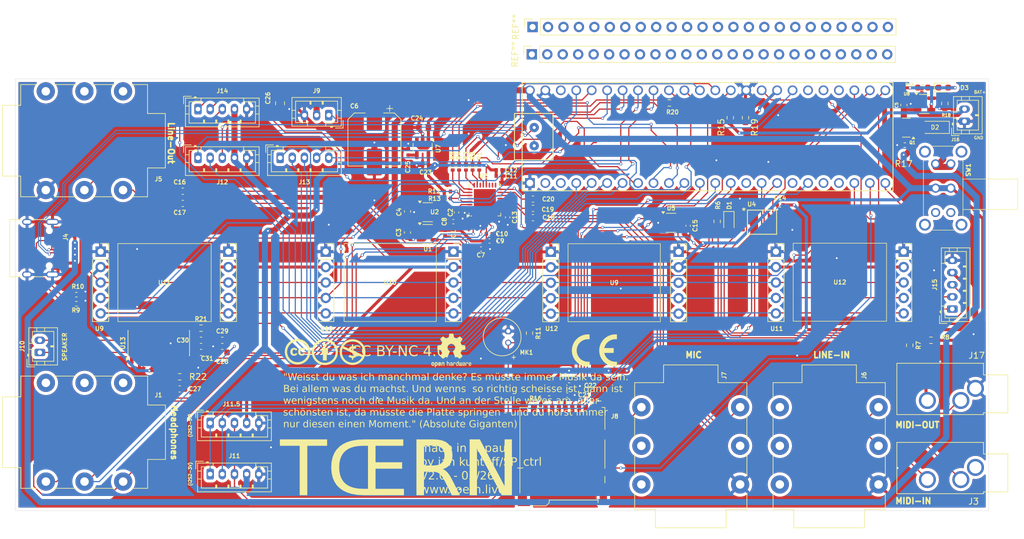
<source format=kicad_pcb>
(kicad_pcb (version 20241229) (generator "pcbnew") (generator_version "9.0")
  (layers (0 "F.Cu" signal) (4 "In1.Cu" signal) (6 "In2.Cu" signal) (2 "B.Cu" signal) (13 "F.Paste" user) (15 "B.Paste" user) (5 "F.SilkS" user "F.Silkscreen") (7 "B.SilkS" user "B.Silkscreen") (1 "F.Mask" user) (3 "B.Mask" user) (25 "Edge.Cuts" user))
  (net 0 "")
  (net 1 "GND")
  (net 2 "+3.3VA")
  (net 3 "+1V8")
  (net 4 "+5V")
  (net 5 "Net-(U1-BP)")
  (net 6 "Net-(U2-BP)")
  (net 7 "+3.3V")
  (net 8 "Net-(U3-VAG)")
  (net 9 "Net-(C16-Pad2)")
  (net 10 "Net-(U3-LINEOUT_R)")
  (net 11 "Net-(U3-LINEOUT_L)")
  (net 12 "Net-(C17-Pad2)")
  (net 13 "Net-(C18-Pad1)")
  (net 14 "LINEIN_R")
  (net 15 "Net-(C19-Pad1)")
  (net 16 "LINEIN_L")
  (net 17 "Net-(C20-Pad1)")
  (net 18 "MIC")
  (net 19 "Net-(U7-BP)")
  (net 20 "Net-(D1-A)")
  (net 21 "Net-(D1-K)")
  (net 24 "Net-(U3-HP_L)")
  (net 25 "Net-(U3-HP_R)")
  (net 26 "Net-(U3-HP_VGND)")
  (net 28 "Net-(J17-PadT)")
  (net 29 "Net-(J17-PadR)")
  (net 30 "Net-(J3-PadR)")
  (net 31 "VBAT")
  (net 32 "D+")
  (net 33 "D-")
  (net 35 "Net-(J4-CC1)")
  (net 37 "Net-(J4-CC2)")
  (net 45 "Net-(MK1-+)")
  (net 48 "12_MISO_MQSL")
  (net 49 "10_CS_MQSR")
  (net 51 "14_A0_TX3_SPDIF_OUT")
  (net 53 "7_RX2_OUT1A")
  (net 54 "17_A3_TX4_SDA1")
  (net 55 "27_A13_SCK1")
  (net 56 "19_A5_SCL")
  (net 57 "18_A4_SDA")
  (net 58 "24_A10_TX6_SCL2")
  (net 59 "25_A11_RX6_SDA2")
  (net 60 "5_IN2")
  (net 61 "15_A1_RX3_SPDIF_IN")
  (net 62 "22_A8_CTX1")
  (net 63 "3_LRCLK2")
  (net 64 "4_BCLK2")
  (net 65 "2_OUT2")
  (net 66 "9_OUT1C")
  (net 67 "16_A2_RX4_SCL1")
  (net 68 "41_A17")
  (net 69 "33_MCLK2")
  (net 70 "32_OUT1B")
  (net 71 "Net-(U3-SYS_MCLK)")
  (net 72 "11_MOSI_CTX1")
  (net 73 "23_A9_CRX1_MCLK1")
  (net 74 "Net-(U3-I2S_LRCLK)")
  (net 75 "Net-(U3-I2S_SCLK)")
  (net 76 "Net-(U3-I2S_DOUT)")
  (net 77 "13_SCK_LED")
  (net 78 "Net-(U3-I2S_DIN)")
  (net 79 "Net-(R7-Pad1)")
  (net 80 "MICBIAS")
  (net 84 "unconnected-(U3-NC-Pad22)")
  (net 88 "Net-(U5-Pad3)")
  (net 89 "28_RX7")
  (net 90 "6_OUT1D")
  (net 91 "38_CS1_IN1")
  (net 92 "20_A6_TX5_LRCLK1")
  (net 93 "37_CS")
  (net 94 "40_A16")
  (net 95 "0_RX1_CRX2_CS1")
  (net 97 "36_CS")
  (net 98 "1_TX1_CTX2_MISO1")
  (net 99 "21_A7_RX5_BCLK1")
  (net 100 "26_A12_MOSI1")
  (net 101 "34_RX8")
  (net 103 "8_TX2_IN1")
  (net 104 "39_MISO1_OUT1A")
  (net 105 "30_CRX3")
  (net 106 "31_CTX3")
  (net 107 "35_TX8")
  (net 108 "29_TX7")
  (net 111 "VBUS")
  (net 112 "Net-(D2-K)")
  (net 113 "Net-(D3-K)")
  (net 114 "Net-(U8-STAT)")
  (net 115 "Net-(U8-PROG)")
  (net 116 "Net-(C27-Pad2)")
  (net 117 "Net-(C28-Pad2)")
  (net 118 "Net-(U13-VREF)")
  (net 119 "Net-(U13-INL)")
  (net 120 "Net-(J10-Pin_1)")
  (net 122 "Net-(U13-INR)")
  (net 123 "Net-(J10-Pin_2)")
  (net 127 "Net-(J9-Pin_1)")
  (footprint "Diode_SMD:D_SOD-123" (layer "F.Cu") (at 182.15 33 180)
    (property "Reference" "D2")
    (property "Value" "MBR0540")
  )
  (footprint "Resistor_SMD:R_0603_1608Metric" (layer "F.Cu") (at 151 31.4125 -90)
    (property "Reference" "R19")
    (property "Value" "15k")
  )
  (footprint "Sensor_Audio:POM-2244P-C3310-2-R" (layer "F.Cu") (at 112 66.5 -90)
    (property "Reference" "MK1")
    (property "Value" "Microphone_Condenser")
  )
  (footprint "Capacitor_SMD:C_0402_1005Metric" (layer "F.Cu") (at 102.98 48.5)
    (property "Reference" "C8")
    (property "Value" "1u")
  )
  (footprint "Resistor_SMD:R_0603_1608Metric" (layer "F.Cu") (at 115.5 66.825 -90)
    (property "Reference" "R11")
    (property "Value" "2k2")
  )
  (footprint "Capacitor_SMD:C_0402_1005Metric" (layer "F.Cu") (at 95.565 37.0725 90)
    (property "Reference" "C25")
    (property "Value" "1u")
  )
  (footprint "Resistor_SMD:R_0402_1005Metric" (layer "F.Cu") (at 101.99 43.54)
    (property "Reference" "R12")
    (property "Value" "10k")
  )
  (footprint "Connector_JST:JST_PH_B5B-PH-K_1x05_P2.00mm_Vertical" (layer "F.Cu") (at 185 62.865836 90)
    (property "Reference" "J15")
    (property "Value" "Conn_01x05")
  )
  (footprint "Connector_JST:JST_PH_B5B-PH-K_1x05_P2.00mm_Vertical" (layer "F.Cu") (at 63 81.6)
    (property "Reference" "J11.5")
    (property "Value" "Conn_01x05")
  )
  (footprint "Capacitor_SMD:C_0603_1608Metric" (layer "F.Cu") (at 58.5 43.5 180)
    (property "Reference" "C16")
    (property "Value" "10u")
  )
  (footprint "Resistor_SMD:R_0603_1608Metric" (layer "F.Cu") (at 178 68.825 -90)
    (property "Reference" "R7")
    (property "Value" "220R")
  )
  (footprint "Connector_JST:JST_PH_B5B-PH-K_1x05_P2.00mm_Vertical" (layer "F.Cu") (at 63 90)
    (property "Reference" "J11")
    (property "Value" "Conn_01x05")
  )
  (footprint "Capacitor_SMD:C_0603_1608Metric" (layer "F.Cu") (at 116.055 47.85 180)
    (property "Reference" "C18")
    (property "Value" "10u")
  )
  (footprint "Connector_USB:USB_C_Receptacle_HRO_TYPE-C-31-M-12" (layer "F.Cu") (at 33.95 52.86 -90)
    (property "Reference" "J4")
    (property "Value" "USB_C_Receptacle_USB2.0")
  )
  (footprint "Resistor_SMD:R_0402_1005Metric" (layer "F.Cu") (at 103.92 39.51 -90)
    (property "Reference" "R4")
    (property "Value" "22R")
  )
  (footprint "Connector_PinSocket_2.54mm:DuppaI2CEncoderV2.1" (layer "F.Cu") (at 80 46.005)
    (property "Reference" "U10")
    (property "Value" "01x05 Connector_PinSocket_2.54mm" (hide yes))
  )
  (footprint "Capacitor_SMD:C_0603_1608Metric" (layer "F.Cu") (at 177.03 29.335 90)
    (property "Reference" "C5")
    (property "Value" "10u")
  )
  (footprint "Connector_JST:JST_PH_B5B-PH-K_1x05_P2.00mm_Vertical" (layer "F.Cu") (at 61 38)
    (property "Reference" "J12")
    (property "Value" "Conn_01x05")
  )
  (footprint "Resistor_SMD:R_0402_1005Metric" (layer "F.Cu") (at 101.99 44.68)
    (property "Reference" "R13")
    (property "Value" "10k")
  )
  (footprint "Connector_Audio:Jack_3.5mm_CUI_SJ1-3533NG_Horizontal_CircularHoles" (layer "F.Cu") (at 188.8 88.9 -90)
    (property "Reference" "J3")
    (property "Value" "AudioJack3_Ground")
  )
  (footprint "Capacitor_SMD:C_0402_1005Metric" (layer "F.Cu") (at 121.7 77.02 180)
    (property "Reference" "C21")
    (property "Value" "100n")
  )
  (footprint "Capacitor_SMD:C_0402_1005Metric" (layer "F.Cu") (at 101.6175 50.39 -90)
    (property "Reference" "C1")
    (property "Value" "1u")
  )
  (footprint "Package_TO_SOT_SMD:SOT-23-6" (layer "F.Cu") (at 138.77 48.69)
    (property "Reference" "U5")
    (property "Value" "74LVC2G14")
  )
  (footprint "Capacitor_SMD:C_0402_1005Metric" (layer "F.Cu") (at 110.5 40)
    (property "Reference" "C12")
    (property "Value" "1u")
  )
  (footprint "Package_TO_SOT_SMD:SOT-23-5" (layer "F.Cu") (at 98.75842 50.53552)
    (property "Reference" "U1")
    (property "Value" "SPX3819M5-L-3-3")
  )
  (footprint "Capacitor_SMD:C_0603_1608Metric" (layer "F.Cu") (at 116.07 46.31 180)
    (property "Reference" "C19")
    (property "Value" "10u")
  )
  (footprint "Capacitor_SMD:C_0603_1608Metric" (layer "F.Cu") (at 122 75.5)
    (property "Reference" "C22")
    (property "Value" "10u")
  )
  (footprint "Capacitor_SMD:C_0805_2012Metric" (layer "F.Cu") (at 74.5 29.04 -90)
    (property "Reference" "C26")
    (property "Value" "100nF")
  )
  (footprint "Resistor_SMD:R_0402_1005Metric" (layer "F.Cu") (at 106.14 39.51 -90)
    (property "Reference" "R2")
    (property "Value" "22R")
  )
  (footprint "myLibKicad:5pin SO6_TOS" (layer "F.Cu") (at 153.7183 48.59)
    (property "Reference" "U4")
    (property "Value" "TLP2361V4_E")
  )
  (footprint "Resistor_SMD:R_0402_1005Metric" (layer "F.Cu") (at 107.23 39.51 -90)
    (property "Reference" "R1")
    (property "Value" "22R")
  )
  (footprint "Connector_JST:JST_PH_B3B-PH-K_1x03_P2.00mm_Vertical" (layer "F.Cu") (at 82.5 31 180)
    (property "Reference" "J9")
    (property "Value" "Conn_01x03")
  )
  (footprint "Capacitor_SMD:C_0402_1005Metric" (layer "F.Cu") (at 111.9 47.8 -90)
    (property "Reference" "C13")
    (property "Value" "150n")
  )
  (footprint "Package_TO_SOT_SMD:SOT-23-5" (layer "F.Cu") (at 180.3925 29.155)
    (property "Reference" "U8")
    (property "Value" "MCP73831-3-OT")
  )
  (footprint "Connector_PinSocket_2.54mm:PinSocket_1x24_P2.54mm_Vertical" (layer "F.Cu") (at 116 16.5 90)
    (property "Reference" "REF**")
    (property "Value" "C21081137")
  )
  (footprint "Connector_Audio:Jack_6.35mm_Neutrik_NMJ6HCD2_Horizontal" (layer "F.Cu") (at 150.12 79 -90)
    (property "Reference" "J7")
    (property "Value" "AudioJack3_Switch")
  )
  (footprint "Capacitor_SMD:C_0402_1005Metric" (layer "F.Cu") (at 156.69 45.76)
    (property "Reference" "C14")
    (property "Value" "100n")
  )
  (footprint "LED_SMD:LED_0603_1608Metric" (layer "F.Cu") (at 183.53 26.46)
    (property "Reference" "D3")
    (property "Value" "LED")
  )
  (footprint "Resistor_SMD:R_0402_1005Metric" (layer "F.Cu") (at 41.01 60.5)
    (property "Reference" "R10")
    (property "Value" "5.1k")
  )
  (footprint "Symbol:OSHW-Logo2_7.3x6mm_SilkScreen" (layer "F.Cu") (at 102.649418 69.671208)
    (property "Reference" "REF**" (hide yes))
    (property "Value" "OSHW-Logo2_7.3x6mm_SilkScreen" (hide yes))
  )
  (footprint "Connector_PinSocket_2.54mm:DuppaI2CEncoderV2.1" (layer "F.Cu") (at 117 46.04)
    (property "Reference" "U9")
    (property "Value" "01x05 Connector_PinSocket_2.54mm" (hide yes))
  )
  (footprint "Resistor_SMD:R_0603_1608Metric" (layer "F.Cu") (at 58 74 180)
    (property "Reference" "R22")
    (property "Value" "20k")
  )
  (footprint "Package_TO_SOT_SMD:SOT-23-5" (layer "F.Cu") (at 97.93 36.4225 -90)
    (property "Reference" "U7")
    (property "Value" "SPX3819M5-L-3-3" (hide yes))
  )
  (footprint "Resistor_SMD:R_0603_1608Metric" (layer "F.Cu") (at 181.5 68)
    (property "Reference" "R8")
    (property "Value" "220R")
  )
  (footprint "Resistor_SMD:R_0402_1005Metric" (layer "F.Cu") (at 41.01 62)
    (property "Reference" "R9")
    (property "Value" "5.1k")
  )
  (footprint "Capacitor_SMD:CP_Elec_8x10.5" (layer "F.Cu") (at 90 35 -90)
    (property "Reference" "C6")
    (property "Value" "1000uF")
  )
  (footprint "Capacitor_SMD:C_0603_1608Metric" (layer "F.Cu") (at 116.065 44.79 180)
    (property "Reference" "C20")
    (property "Value" "10u")
  )
  (footprint "Capacitor_SMD:C_0603_1608Metric" (layer "F.Cu") (at 61.5 70)
    (property "Reference" "C31")
    (property "Value" "1uF")
  )
  (footprint "Connector_Audio:Jack_6.35mm_Neutrik_NMJ6HCD2_Horizontal" (layer "F.Cu") (at 48.68102 43.307339 180)
    (property "Reference" "J5")
    (property "Value" "AudioJack3_Switch")
  )
  (footprint "Capacitor_SMD:C_0603_1608Metric" (layer "F.Cu") (at 95.45 46.825 -90)
    (property "Reference" "C4")
    (property "Value" "10u")
  )
  (footprint "Capacitor_SMD:C_0603_1608Metric" (layer "F.Cu") (at 61.5 68 180)
    (property "Reference" "C30")
    (property "Value" "1uF")
  )
  (footprint "Connector_JST:JST_PH_B2B-PH-K_1x02_P2.00mm_Vertical" (layer "F.Cu") (at 35 70 90)
    (property "Reference" "J10")
    (property "Value" "Conn_01x02")
  )
  (footprint "Capacitor_SMD:C_0603_1608Metric" (layer "F.Cu") (at 58.5 45.5 180)
    (property "Reference" "C17")
    (property "Value" "10u")
  )
  (footprint "Resistor_SMD:R_0402_1005Metric" (layer "F.Cu") (at 118.73 77.5 180)
    (property "Reference" "R16")
    (property "Value" "10k")
  )
  (footprint "Capacitor_SMD:C_0402_1005Metric" (layer "F.Cu") (at 141.5675 49.17 -90)
    (property "Reference" "C15")
    (property "Value" "100n")
  )
  (footprint "Package_SO:SOIC-16_3.9x9.9mm_P1.27mm" (layer "F.Cu") (at 54.555 68.475 90)
    (property "Reference" "U13")
    (property "Value" "PAM8403D")
  )
  (footprint "Package_TO_SOT_SMD:SOT-23" (layer "F.Cu") (at 177.4375 33.055 180)
    (property "Reference" "Q1")
    (property "Value" "DMG3415")
  )
  (footprint "Connector_JST:JST_PH_B2B-PH-K_1x02_P2.00mm_Vertical" (layer "F.Cu") (at 187 32 90)
    (property "Reference" "J16")
    (property "Value" "BATTERY")
  )
  (footprint "Resistor_SMD:R_0402_1005Metric" (layer "F.Cu") (at 102.87 39.51 -90)
    (property "Reference" "R5")
    (property "Value" "22R")
  )
  (footprint "Package_TO_SOT_SMD:SOT-23-5" (layer "F.Cu") (at 98.77 46.95)
    (property "Reference" "U2")
    (property "Value" "SPX3819M5-L-1-8")
  )
  (footprint "Resistor_SMD:R_0402_1005Metric" (layer "F.Cu") (at 105.05 39.51 -90)
    (property "Reference" "R3")
    (property "Value" "22R")
  )
  (footprint "Diode_SMD:D_SOD-323F" (layer "F.Cu") (at 148.276528 48.447164 -90)
    (property "Reference" "D1")
    (property "Value" "BAT54J")
  )
  (footprint "Resistor_SMD:R_0402_1005Metric" (layer "F.Cu") (at 177.2 35.92)
    (property "Reference" "R17")
    (property "Value" "10k")
  )
  (footprint "Resistor_SMD:R_0603_1608Metric" (layer "F.Cu") (at 180.14 26.46 180)
    (property "Reference" "R14")
    (property "Value" "2k")
  )
  (footprint "Connector_JST:JST_PH_B5B-PH-K_1x05_P2.00mm_Vertical" (layer "F.Cu") (at 74.5 38)
    (property "Reference" "J13")
    (property "Value" "Conn_01x05")
  )
  (footprint "Connector_PinSocket_2.54mm:DuppaI2CEncoderV2.1" (layer "F.Cu") (at 43 46.005)
    (property "Reference" "U11")
    (property "Value" "01x05 Connector_PinSocket_2.54mm" (hide yes))
  )
  (footprint "Capacitor_SMD:C_0603_1608Metric" (layer "F.Cu") (at 65 70 180)
    (property "Reference" "C28")
    (property "Value" "0.47uF")
  )
  (footprint "Capacitor_SMD:C_0603_1608Metric" (layer "F.Cu") (at 58 76)
    (property "Reference" "C27")
    (property "Value" "0.47uF")
  )
  (footprint "Capacitor_SMD:C_0603_1608Metric" (layer "F.Cu") (at 98.105 33.0225 180)
    (property "Reference" "C24")
    (property "Value" "10u")
  )
  (footprint "Capacitor_SMD:C_0603_1608Metric" (layer "F.Cu") (at 95.443778 50.283225 -90)
    (property "Reference" "C3")
    (property "Value" "10u")
  )
  (footprint "Connector_Audio:Jack_3.5mm_CUI_SJ1-3533NG_Horizontal_CircularHoles" (layer "F.Cu") (at 188.8 75.9 -90)
    (property "Reference" "J17")
    (property "Value" "AudioJack3_Ground")
  )
  (footprint "Package_DFN_QFN:QFN-32-1EP_5x5mm_P0.5mm_EP3.6x3.6mm" (layer "F.Cu") (at 108.16 44.95 90)
    (property "Reference" "U3")
    (property "Value" "SGTL5000XNBA3")
  )
  (footprint "Connector_Card:microSD_HC_Hirose_DM3BT-DSF-PEJS" (layer "F.Cu") (at 120.9 86.925)
    (property "Reference" "J8")
    (property "Value" "Micro_SD_Card")
  )
  (footprint "Capacitor_SMD:C_0402_1005Metric" (layer "F.Cu") (at 110.5 41)
    (property "Reference" "C11")
    (property "Value" "100n")
  )
  (footprint "Resistor_SMD:R_0603_1608Metric" (layer "F.Cu") (at 183.77 29.075 90)
    (property "Reference" "R18")
    (property "Value" "2k")
  )
  (footprint "Resistor_SMD:R_0603_1608Metric" (layer "F.Cu") (at 61.5 66 180)
    (property "Reference" "R21")
    (property "Value" "20k")
  )
  (footprint "myLibKicad:EG2219" (layer "F.Cu") (at 184.75 47 90)
    (property "Reference" "SW1")
    (property "Value" "EG2219" (hide yes))
  )
  (footprint "Capacitor_SMD:C_0402_1005Metric" (layer "F.Cu") (at 108.88 50.52)
    (property "Reference" "C10")
    (property "Value" "100n")
  )
  (footprint "Connector_Audio:Jack_6.35mm_Neutrik_NMJ6HCD2_Horizontal" (layer "F.Cu") (at 172.875 79 -90)
    (property "Reference" "J6")
    (property "Value" "AudioJack3_Switch")
  )
  (footprint "Capacitor_SMD:C_0603_1608Metric" (layer "F.Cu") (at 65 68)
    (property "Reference" "C29")
    (property "Value" "0.1uF")
  )
  (footprint "Capacitor_SMD:C_0402_1005Metric" (layer "F.Cu") (at 103.5 46.98 -90)
    (property "Reference" "C2")
    (property "Value" "1u")
  )
  (footprint "Connector_JST:JST_PH_B5B-PH-K_1x05_P2.00mm_Vertical" (layer "F.Cu") (at 61 30)
    (property "Reference" "J14")
    (property "Value" "Conn_01x05")
  )
  (footprint "Capacitor_SMD:C_0402_1005Metric" (layer "F.Cu") (at 98.415 39.2325 180)
    (property "Reference" "C23")
    (property "Value" "1u")
  )
  (footprint "Resistor_SMD:R_0603_1608Metric" (layer "F.Cu") (at 148.5 31.4125 90)
    (property "Reference" "R15")
    (property "Value" "10k")
  )
  (footprint "Capacitor_SMD:C_0402_1005Metric" (layer "F.Cu") (at 107.52 53)
    (property "Reference" "C7")
    (property "Value" "1u")
  )
  (footprint "Connector_PinSocket_2.54mm:DuppaI2CEncoderV2.1" (layer "F.Cu") (at 154 46.005)
    (property "Reference" "U12")
    (property "Value" "01x05 Connector_PinSocket_2.54mm" (hide yes))
  )
  (footprint "Connector_PinSocket_2.54mm:PinSocket_1x24_P2.54mm_Vertical" (layer "F.Cu") (at 115.88 21 90)
    (property "Reference" "REF**")
    (property "Value" "C21081137")
  )
  (footprint "Resistor_SMD:R_0603_1608Metric" (layer "F.Cu") (at 138.5 29)
    (property "Reference" "R20")
    (property "Value" "220R")
  )
  (footprint "myLibKicad:Teensy41" (layer "F.Cu") (at 144.77 34.53)
    (property "Reference" "U6" (hide yes))
    (property "Value" "Teensy4.1" (hide yes))
  )
  (footprint "Resistor_SMD:R_0603_1608Metric" (layer "F.Cu") (at 146.34 48.46 -90)
    (property "Reference" "R6")
    (property "Value" "220R")
  )
  (footprint "Capacitor_SMD:C_0402_1005Metric" (layer "F.Cu") (at 108.92 51.68)
    (property "Reference" "C9")
    (property "Value" "1u")
  )
  (footprint "Connector_Audio:Jack_6.35mm_Neutrik_NMJ6HCD2_Horizontal" (layer "F.Cu") (at 48.7 91.23 180)
    (property "Reference" "J1")
    (property "Value" "AudioJack3_Switch")
  )
  (gr_poly (pts (xy 125.137083 67.03231) (xy 125.170206 67.032933) (xy 125.203316 67.033969) (xy 125.236409 67.035421) (xy 125.269482 67.037286) (xy 125.302529 67.039565) (xy 125.335549 67.042259) (xy 125.368535 67.045365) (xy 125.368535 67.839115) (xy 125.335593 67.835387) (xy 125.302598 67.832249) (xy 125.269558 67.829702) (xy 125.23648 67.827747) (xy 125.203373 67.826385) (xy 125.170244 67.825614) (xy 125.137101 67.825437) (xy 125.103951 67.825853) (xy 124.980531 67.829957) (xy 124.858625 67.84214) (xy 124.738573 67.862207) (xy 124.62071 67.889964) (xy 124.505375 67.925214) (xy 124.392905 67.967765) (xy 124.283637 68.01742) (xy 124.17791 68.073985) (xy 124.076059 68.137266) (xy 123.978422 68.207067) (xy 123.885337 68.283193) (xy 123.797142 68.365451) (xy 123.714173 68.453645) (xy 123.636768 68.54758) (xy 123.565265 68.647062) (xy 123.5 68.751895) (xy 123.441844 68.860833) (xy 123.391442 68.972497) (xy 123.348794 69.0865) (xy 123.313901 69.20245) (xy 123.286762 69.319958) (xy 123.267376 69.438635) (xy 123.255745 69.558091) (xy 123.251868 69.677937) (xy 123.255745 69.797782) (xy 123.267376 69.917239) (xy 123.286762 70.035916) (xy 123.313901 70.153424) (xy 123.348795 70.269374) (xy 123.391442 70.383376) (xy 123.441844 70.495041) (xy 123.5 70.603978) (xy 123.531832 70.657052) (xy 123.565265 70.708812) (xy 123.600258 70.759234) (xy 123.636769 70.808293) (xy 123.674755 70.855966) (xy 123.714174 70.902228) (xy 123.754984 70.947055) (xy 123.797143 70.990422) (xy 123.840608 71.032305) (xy 123.885338 71.07268) (xy 123.93129 71.111521) (xy 123.978423 71.148806) (xy 124.026693 71.18451) (xy 124.076059 71.218607) (xy 124.126479 71.251075) (xy 124.17791 71.281888) (xy 124.230311 71.311022) (xy 124.283638 71.338453) (xy 124.337851 71.364156) (xy 124.392906 71.388108) (xy 124.448762 71.410283) (xy 124.505376 71.430658) (xy 124.562706 71.449208) (xy 124.620711 71.465909) (xy 124.679347 71.480736) (xy 124.738573 71.493665) (xy 124.798347 71.504672) (xy 124.858626 71.513732) (xy 124.919368 71.520821) (xy 124.980531 71.525915) (xy 125.042073 71.528989) (xy 125.103952 71.530019) (xy 125.137101 71.530435) (xy 125.170244 71.530258) (xy 125.203373 71.529488) (xy 125.23648 71.528125) (xy 125.269558 71.52617) (xy 125.302598 71.523624) (xy 125.335593 71.520486) (xy 125.368535 71.516757) (xy 125.368535 72.310507) (xy 125.335548 72.313614) (xy 125.302529 72.316307) (xy 125.269481 72.318586) (xy 125.236409 72.320452) (xy 125.203316 72.321903) (xy 125.170205 72.32294) (xy 125.137083 72.323562) (xy 125.103951 72.323769) (xy 124.927636 72.317906) (xy 124.753485 72.300502) (xy 124.581981 72.271834) (xy 124.413607 72.232183) (xy 124.248842 72.181824) (xy 124.088171 72.121038) (xy 123.932074 72.050102) (xy 123.781035 71.969295) (xy 123.635533 71.878894) (xy 123.496053 71.779178) (xy 123.363075 71.670426) (xy 123.237081 71.552915) (xy 123.118554 71.426924) (xy 123.007976 71.292731) (xy 122.905828 71.150615) (xy 122.812592 71.000853) (xy 122.729513 70.845227) (xy 122.65751 70.685706) (xy 122.596585 70.522846) (xy 122.546737 70.357203) (xy 122.507966 70.189334) (xy 122.480273 70.019796) (xy 122.463657 69.849144) (xy 122.458118 69.677936) (xy 122.463657 69.506728) (xy 122.480273 69.336076) (xy 122.507966 69.166538) (xy 122.546737 68.998669) (xy 122.596585 68.833026) (xy 122.65751 68.670166) (xy 122.729513 68.510645) (xy 122.812592 68.35502) (xy 122.858066 68.2792) (xy 122.905828 68.205258) (xy 122.955818 68.133226) (xy 123.007976 68.063141) (xy 123.062241 67.995037) (xy 123.118554 67.928948) (xy 123.176854 67.86491) (xy 123.237081 67.802957) (xy 123.299175 67.743124) (xy 123.363075 67.685446) (xy 123.428721 67.629958) (xy 123.496053 67.576694) (xy 123.56501 67.525689) (xy 123.635533 67.476978) (xy 123.707562 67.430596) (xy 123.781035 67.386578) (xy 123.855892 67.344957) (xy 123.932075 67.30577) (xy 124.009521 67.269051) (xy 124.088171 67.234834) (xy 124.167965 67.203155) (xy 124.248843 67.174048) (xy 124.330743 67.147548) (xy 124.413607 67.12369) (xy 124.497373 67.102508) (xy 124.581982 67.084038) (xy 124.667372 67.068314) (xy 124.753485 67.055371) (xy 124.84026 67.045243) (xy 124.927636 67.037966) (xy 125.015553 67.033575) (xy 125.103951 67.032103)) (fill yes) (layer "F.SilkS"))
  (gr_rect (start 85.016671 52.095) (end 100.17 64.915051) (stroke (width 0.1)) (fill no) (layer "F.SilkS"))
  (gr_poly (pts (xy 129.634999 67.03231) (xy 129.668122 67.032933) (xy 129.701232 67.033969) (xy 129.734325 67.035421) (xy 129.767398 67.037286) (xy 129.800446 67.039565) (xy 129.833465 67.042259) (xy 129.866451 67.045365) (xy 129.866451 67.839115) (xy 129.833509 67.835387) (xy 129.800515 67.832249) (xy 129.767475 67.829702) (xy 129.734397 67.827747) (xy 129.701289 67.826385) (xy 129.66816 67.825614) (xy 129.635017 67.825437) (xy 129.601868 67.825853) (xy 129.520662 67.827609) (xy 129.440225 67.832848) (xy 129.36064 67.841502) (xy 129.281988 67.853506) (xy 129.204352 67.868794) (xy 129.127814 67.887299) (xy 129.052457 67.908955) (xy 128.978362 67.933697) (xy 128.905611 67.961457) (xy 128.834288 67.992171) (xy 128.696251 68.062191) (xy 128.564909 68.14323) (xy 128.44092 68.234757) (xy 128.324942 68.336243) (xy 128.217632 68.44716) (xy 128.119649 68.566978) (xy 128.07436 68.630059) (xy 128.03165 68.695167) (xy 127.9916 68.762236) (xy 127.954293 68.8312) (xy 127.919811 68.901991) (xy 127.888236 68.974545) (xy 127.859651 69.048795) (xy 127.834138 69.124676) (xy 127.811778 69.202119) (xy 127.792655 69.281061) (xy 129.337284 69.281061) (xy 129.337284 70.074811) (xy 127.792654 70.074811) (xy 127.811778 70.153753) (xy 127.834137 70.231197) (xy 127.859651 70.307077) (xy 127.888236 70.381327) (xy 127.919811 70.453881) (xy 127.954293 70.524673) (xy 127.9916 70.593636) (xy 128.03165 70.660705) (xy 128.07436 70.725813) (xy 128.119649 70.788895) (xy 128.167434 70.849883) (xy 128.217632 70.908712) (xy 128.270162 70.965316) (xy 128.324942 71.019629) (xy 128.381889 71.071584) (xy 128.44092 71.121116) (xy 128.501955 71.168157) (xy 128.564909 71.212643) (xy 128.629702 71.254506) (xy 128.696251 71.293681) (xy 128.764474 71.330102) (xy 128.834288 71.363702) (xy 128.905611 71.394415) (xy 128.978362 71.422176) (xy 129.052457 71.446917) (xy 129.127814 71.468574) (xy 129.204352 71.487079) (xy 129.281988 71.502366) (xy 129.36064 71.51437) (xy 129.440225 71.523025) (xy 129.520662 71.528263) (xy 129.601868 71.530019) (xy 129.635017 71.530435) (xy 129.66816 71.530258) (xy 129.701289 71.529488) (xy 129.734397 71.528125) (xy 129.767475 71.52617) (xy 129.800515 71.523624) (xy 129.833509 71.520486) (xy 129.866451 71.516757) (xy 129.866451 72.310507) (xy 129.833465 72.313614) (xy 129.800446 72.316307) (xy 129.767398 72.318586) (xy 129.734325 72.320452) (xy 129.701232 72.321903) (xy 129.668122 72.32294) (xy 129.634999 72.323562) (xy 129.601868 72.323769) (xy 129.425553 72.317906) (xy 129.251402 72.300502) (xy 129.079898 72.271834) (xy 128.911523 72.232183) (xy 128.746759 72.181824) (xy 128.586088 72.121038) (xy 128.429991 72.050102) (xy 128.278951 71.969295) (xy 128.13345 71.878894) (xy 127.993969 71.779178) (xy 127.860991 71.670426) (xy 127.734998 71.552915) (xy 127.616471 71.426924) (xy 127.505892 71.292731) (xy 127.403745 71.150615) (xy 127.310509 71.000853) (xy 127.227429 70.845227) (xy 127.155426 70.685706) (xy 127.094501 70.522846) (xy 127.044653 70.357203) (xy 127.005883 70.189334) (xy 126.978189 70.019796) (xy 126.961573 69.849144) (xy 126.956035 69.677936) (xy 126.961573 69.506728) (xy 126.978189 69.336076) (xy 127.005883 69.166538) (xy 127.044653 68.998669) (xy 127.094501 68.833026) (xy 127.155426 68.670166) (xy 127.227429 68.510645) (xy 127.310509 68.35502) (xy 127.355983 68.2792) (xy 127.403745 68.205258) (xy 127.453735 68.133226) (xy 127.505892 68.063141) (xy 127.560158 67.995037) (xy 127.616471 67.928948) (xy 127.674771 67.86491) (xy 127.734998 67.802957) (xy 127.797091 67.743124) (xy 127.860991 67.685446) (xy 127.926637 67.629958) (xy 127.993969 67.576694) (xy 128.062927 67.525689) (xy 128.13345 67.476978) (xy 128.205478 67.430596) (xy 128.278951 67.386578) (xy 128.353809 67.344957) (xy 128.429991 67.30577) (xy 128.507438 67.269051) (xy 128.586088 67.234834) (xy 128.665882 67.203155) (xy 128.746759 67.174048) (xy 128.82866 67.147548) (xy 128.911523 67.12369) (xy 128.99529 67.102508) (xy 129.079898 67.084038) (xy 129.165289 67.068314) (xy 129.251402 67.055371) (xy 129.338177 67.045243) (xy 129.425553 67.037966) (xy 129.51347 67.033575) (xy 129.601868 67.032103)) (fill yes) (layer "F.SilkS"))
  (gr_rect (start 121.83 52.129949) (end 137 64.95) (stroke (width 0.1)) (fill no) (layer "F.SilkS"))
  (gr_poly (pts (xy 81.826302 67.782777) (xy 81.85363 67.782973) (xy 81.963952 67.785766) (xy 82.072832 67.794053) (xy 82.180135 67.807701) (xy 82.285726 67.826574) (xy 82.389469 67.850537) (xy 82.491229 67.879455) (xy 82.590872 67.913192) (xy 82.688262 67.951614) (xy 82.783264 67.994586) (xy 82.875743 68.041972) (xy 82.965563 68.093637) (xy 83.052591 68.149446) (xy 83.136691 68.209265) (xy 83.217727 68.272957) (xy 83.295564 68.340389) (xy 83.370068 68.411424) (xy 83.441103 68.485928) (xy 83.508535 68.563765) (xy 83.572227 68.644801) (xy 83.632046 68.728901) (xy 83.687855 68.815928) (xy 83.73952 68.905749) (xy 83.786906 68.998228) (xy 83.829878 69.09323) (xy 83.868299 69.19062) (xy 83.902037 69.290263) (xy 83.930955 69.392023) (xy 83.954917 69.495766) (xy 83.97379 69.601357) (xy 83.987438 69.708659) (xy 83.995726 69.81754) (xy 83.998519 69.927862) (xy 83.995726 70.038184) (xy 83.987438 70.147064) (xy 83.97379 70.254367) (xy 83.954917 70.359958) (xy 83.930955 70.463701) (xy 83.902037 70.565461) (xy 83.868299 70.665104) (xy 83.829878 70.762494) (xy 83.786906 70.857496) (xy 83.73952 70.949975) (xy 83.687855 71.039795) (xy 83.632046 71.126823) (xy 83.572227 71.210923) (xy 83.508535 71.291959) (xy 83.441103 71.369796) (xy 83.370068 71.4443) (xy 83.295564 71.515335) (xy 83.217727 71.582767) (xy 83.136691 71.646459) (xy 83.052591 71.706278) (xy 82.965563 71.762087) (xy 82.875743 71.813752) (xy 82.783264 71.861138) (xy 82.688262 71.90411) (xy 82.590872 71.942531) (xy 82.491229 71.976269) (xy 82.389469 72.005187) (xy 82.285726 72.029149) (xy 82.180135 72.048022) (xy 82.072832 72.06167) (xy 81.963952 72.069958) (xy 81.85363 72.072751) (xy 81.743308 72.069958) (xy 81.634427 72.06167) (xy 81.527125 72.048022) (xy 81.421534 72.029149) (xy 81.317791 72.005187) (xy 81.216031 71.976269) (xy 81.116388 71.942531) (xy 81.018998 71.90411) (xy 80.923996 71.861138) (xy 80.831517 71.813752) (xy 80.741696 71.762087) (xy 80.654669 71.706278) (xy 80.570569 71.646459) (xy 80.489533 71.582767) (xy 80.411696 71.515335) (xy 80.337192 71.4443) (xy 80.266157 71.369796) (xy 80.198725 71.291959) (xy 80.135033 71.210923) (xy 80.075214 71.126823) (xy 80.019405 71.039795) (xy 79.96774 70.949975) (xy 79.920354 70.857496) (xy 79.877382 70.762494) (xy 79.83896 70.665104) (xy 79.805223 70.565461) (xy 79.776305 70.463701) (xy 79.752342 70.359958) (xy 79.733469 70.254367) (xy 79.719821 70.147064) (xy 79.711534 70.038184) (xy 79.708741 69.927862) (xy 80.077394 69.927862) (xy 80.079706 70.019228) (xy 80.086569 70.109398) (xy 80.097871 70.198262) (xy 80.113499 70.285708) (xy 80.133342 70.371622) (xy 80.157288 70.455895) (xy 80.185225 70.538413) (xy 80.217042 70.619065) (xy 80.252626 70.69774) (xy 80.291866 70.774324) (xy 80.334649 70.848707) (xy 80.380864 70.920777) (xy 80.4304 70.990421) (xy 80.483143 71.057528) (xy 80.538984 71.121986) (xy 80.597808 71.183684) (xy 80.659505 71.242508) (xy 80.723964 71.298348) (xy 80.791071 71.351092) (xy 80.860715 71.400628) (xy 80.932784 71.446843) (xy 81.007167 71.489626) (xy 81.083752 71.528866) (xy 81.162426 71.56445) (xy 81.243079 71.596267) (xy 81.325597 71.624204) (xy 81.409869 71.64815) (xy 81.495784 71.667993) (xy 81.583229 71.683621) (xy 81.672093 71.694923) (xy 81.762264 71.701786) (xy 81.85363 71.704098) (xy 81.944996 71.701786) (xy 82.035166 71.694923) (xy 82.12403 71.683621) (xy 82.211476 71.667993) (xy 82.29739 71.64815) (xy 82.381663 71.624204) (xy 82.464181 71.596267) (xy 82.544833 71.56445) (xy 82.623508 71.528866) (xy 82.700092 71.489626) (xy 82.774475 71.446843) (xy 82.846545 71.400628) (xy 82.916189 71.351092) (xy 82.983296 71.298348) (xy 83.047754 71.242508) (xy 83.109452 71.183684) (xy 83.168276 71.121986) (xy 83.224116 71.057528) (xy 83.27686 70.990421) (xy 83.326396 70.920777) (xy 83.372611 70.848707) (xy 83.415394 70.774324) (xy 83.454634 70.69774) (xy 83.490218 70.619065) (xy 83.522035 70.538413) (xy 83.549972 70.455895) (xy 83.573918 70.371622) (xy 83.593761 70.285708) (xy 83.609389 70.198262) (xy 83.620691 70.109398) (xy 83.627554 70.019228) (xy 83.629866 69.927862) (xy 83.627554 69.836496) (xy 83.620691 69.746325) (xy 83.609389 69.657461) (xy 83.593761 69.570016) (xy 83.573918 69.484101) (xy 83.549972 69.399829) (xy 83.522035 69.317311) (xy 83.490218 69.236658) (xy 83.454634 69.157984) (xy 83.415394 69.081399) (xy 83.372611 69.007016) (xy 83.326396 68.934947) (xy 83.27686 68.865303) (xy 83.224116 68.798196) (xy 83.168276 68.733737) (xy 83.109452 68.67204) (xy 83.047754 68.613216) (xy 82.983296 68.557375) (xy 82.916189 68.504632) (xy 82.846545 68.455096) (xy 82.774475 68.408881) (xy 82.700092 68.366098) (xy 82.623508 68.326858) (xy 82.544833 68.291274) (xy 82.464181 68.259457) (xy 82.381663 68.23152) (xy 82.29739 68.207574) (xy 82.211476 68.187731) (xy 82.12403 68.172103) (xy 82.035166 68.160801) (xy 81.944996 68.153938) (xy 81.85363 68.151626) (xy 81.825353 68.151429) (xy 81.811288 68.151405) (xy 81.804209 68.151475) (xy 81.797075 68.151626) (xy 81.708198 68.156665) (xy 81.620532 68.166016) (xy 81.534181 68.179575) (xy 81.449252 68.197235) (xy 81.36585 68.21889) (xy 81.284081 68.244436) (xy 81.204051 68.273766) (xy 81.125865 68.306775) (xy 81.049628 68.343356) (xy 80.975448 68.383406) (xy 80.903428 68.426816) (xy 80.833676 68.473483) (xy 80.766296 68.5233) (xy 80.701394 68.576162) (xy 80.639076 68.631963) (xy 80.579448 68.690597) (xy 80.522614 68.751959) (xy 80.468682 68.815943) (xy 80.417756 68.882444) (xy 80.369943 68.951355) (xy 80.325347 69.022571) (xy 80.284075 69.095986) (xy 80.246232 69.171496) (xy 80.211924 69.248993) (xy 80.181256 69.328373) (xy 80.154335 69.409529) (xy 80.131265 69.492357) (xy 80.112153 69.576749) (xy 80.097105 69.662602) (xy 80.086225 69.749809) (xy 80.079619 69.838264) (xy 80.077394 69.927862) (xy 79.708741 69.927862) (xy 79.71145 69.819258) (xy 79.719492 69.712045) (xy 79.732736 69.606351) (xy 79.751055 69.502306) (xy 79.774318 69.400039) (xy 79.802396 69.299679) (xy 79.83516 69.201355) (xy 79.872481 69.105197) (xy 79.91423 69.011333) (xy 79.960277 68.919893) (xy 80.010493 68.831006) (xy 80.064748 68.744802) (xy 80.122915 68.661409) (xy 80.184862 68.580957) (xy 80.250462 68.503575) (xy 80.319584 68.429392) (xy 80.3921 68.358537) (xy 80.46788 68.29114) (xy 80.546795 68.227329) (xy 80.628716 68.167235) (xy 80.713514 68.110985) (xy 80.801058 68.05871) (xy 80.891221 68.010539) (xy 80.983873 67.9666) (xy 81.078884 67.927023) (xy 81.176125 67.891937) (xy 81.275467 67.861472) (xy 81.376781 67.835756) (xy 81.479938 67.814919) (xy 81.584808 67.79909) (xy 81.691261 67.788398) (xy 81.79917 67.782973) (xy 81.80601 67.782823) (xy 81.812797 67.782752)) (fill yes) (layer "F.SilkS"))
  (gr_poly (pts (xy 76.830775 69.245729) (xy 76.873512 69.248825) (xy 76.915339 69.254064) (xy 76.956179 69.26151) (xy 76.995958 69.271228) (xy 77.015427 69.27696) (xy 77.034602 69.283283) (xy 77.053475 69.290207) (xy 77.072035 69.297739) (xy 77.090274 69.305887) (xy 77.108183 69.31466) (xy 77.125751 69.324066) (xy 77.14297 69.334112) (xy 77.15983 69.344806) (xy 77.176322 69.356158) (xy 77.192437 69.368174) (xy 77.208164 69.380863) (xy 77.223495 69.394233) (xy 77.238421 69.408292) (xy 77.252932 69.423048) (xy 77.267018 69.438509) (xy 77.28067 69.454683) (xy 77.29388 69.471579) (xy 77.306637 69.489204) (xy 77.318932 69.507566) (xy 77.330756 69.526673) (xy 77.342099 69.546535) (xy 77.063493 69.692849) (xy 77.057265 69.680101) (xy 77.050783 69.667978) (xy 77.044066 69.656466) (xy 77.037133 69.64555) (xy 77.030003 69.635217) (xy 77.022695 69.625451) (xy 77.015227 69.616238) (xy 77.007618 69.607563) (xy 76.999886 69.599413) (xy 76.992051 69.591772) (xy 76.98413 69.584627) (xy 76.976144 69.577962) (xy 76.96811 69.571763) (xy 76.960047 69.566016) (xy 76.951974 69.560707) (xy 76.94391 69.55582) (xy 76.927882 69.547256) (xy 76.912113 69.540211) (xy 76.896753 69.534566) (xy 76.881951 69.530208) (xy 76.867857 69.52702) (xy 76.854621 69.524886) (xy 76.842393 69.52369) (xy 76.831321 69.523317) (xy 76.812335 69.523784) (xy 76.794113 69.525169) (xy 76.776644 69.527453) (xy 76.75992 69.530617) (xy 76.743927 69.534639) (xy 76.728657 69.5395) (xy 76.714099 69.545181) (xy 76.700241 69.55166) (xy 76.687074 69.558918) (xy 76.674586 69.566935) (xy 76.662767 69.575691) (xy 76.651607 69.585166) (xy 76.641094 69.59534) (xy 76.631219 69.606192) (xy 76.62197 69.617703) (xy 76.613338 69.629854) (xy 76.60531 69.642622) (xy 76.597878 69.65599) (xy 76.59103 69.669936) (xy 76.584755 69.684441) (xy 76.573884 69.715047) (xy 76.565179 69.747648) (xy 76.558557 69.782083) (xy 76.553932 69.818192) (xy 76.551219 69.855815) (xy 76.550334 69.894793) (xy 76.551372 69.933792) (xy 76.554502 69.971434) (xy 76.556859 69.989695) (xy 76.559747 70.007557) (xy 76.563171 70.025) (xy 76.567133 70.042003) (xy 76.571635 70.058547) (xy 76.576682 70.074612) (xy 76.582275 70.090177) (xy 76.588418 70.105223) (xy 76.595113 70.119729) (xy 76.602365 70.133677) (xy 76.610175 70.147045) (xy 76.618547 70.159814) (xy 76.627483 70.171964) (xy 76.636988 70.183475) (xy 76.647062 70.194326) (xy 76.657711 70.204499) (xy 76.668936 70.213973) (xy 76.680741 70.222727) (xy 76.693128 70.230743) (xy 76.706101 70.237999) (xy 76.719663 70.244477) (xy 76.733815 70.250156) (xy 76.748563 70.255016) (xy 76.763908 70.259037) (xy 76.779853 70.262199) (xy 76.796402 70.264483) (xy 76.813557 70.265868) (xy 76.831321 70.266334) (xy 76.851934 70.265829) (xy 76.871994 70.264262) (xy 76.89149 70.261552) (xy 76.910413 70.257616) (xy 76.919656 70.255163) (xy 76.928753 70.252373) (xy 76.9377 70.249237) (xy 76.946498 70.245743) (xy 76.955145 70.241882) (xy 76.963639 70.237644) (xy 76.97198 70.233018) (xy 76.980166 70.227994) (xy 76.988196 70.222562) (xy 76.996068 70.216712) (xy 77.003781 70.210434) (xy 77.011335 70.203718) (xy 77.018727 70.196553) (xy 77.025957 70.188929) (xy 77.033022 70.180837) (xy 77.039923 70.172265) (xy 77.046657 70.163204) (xy 77.053223 70.153644) (xy 77.05962 70.143574) (xy 77.065847 70.132985) (xy 77.071902 70.121865) (xy 77.077785 70.110206) (xy 77.083493 70.097996) (xy 77.089026 70.085226) (xy 77.349045 70.217584) (xy 77.327111 70.253777) (xy 77.303135 70.288301) (xy 77.277198 70.321064) (xy 77.249383 70.351975) (xy 77.21977 70.380941) (xy 77.188442 70.407871) (xy 77.15548 70.432673) (xy 77.120966 70.455255) (xy 77.084981 70.475524) (xy 77.047608 70.493388) (xy 77.008927 70.508757) (xy 76.969021 70.521538) (xy 76.927972 70.531638) (xy 76.88586 70.538967) (xy 76.842768 70.543431) (xy 76.798778 70.54494) (xy 76.764506 70.544254) (xy 76.730928 70.542204) (xy 76.698068 70.5388) (xy 76.665952 70.53405) (xy 76.634607 70.527965) (xy 76.604058 70.520555) (xy 76.574331 70.511829) (xy 76.545452 70.501797) (xy 76.517448 70.49047) (xy 76.490343 70.477856) (xy 76.464165 70.463966) (xy 76.438938 70.44881) (xy 76.414689 70.432396) (xy 76.391444 70.414736) (xy 76.369228 70.395839) (xy 76.348068 70.375714) (xy 76.32799 70.354372) (xy 76.309019 70.331822) (xy 76.291181 70.308074) (xy 76.274503 70.283137) (xy 76.25901 70.257023) (xy 76.244728 70.22974) (xy 76.231683 70.201298) (xy 76.219901 70.171707) (xy 76.209408 70.140977) (xy 76.200231 70.109117) (xy 76.192394 70.076138) (xy 76.185923 70.04205) (xy 76.180846 70.006861) (xy 76.177187 69.970582) (xy 76.174972 69.933222) (xy 76.174229 69.894793) (xy 76.175018 69.856974) (xy 76.177363 69.820148) (xy 76.181225 69.78433) (xy 76.186568 69.749532) (xy 76.193355 69.715769) (xy 76.201549 69.683053) (xy 76.211112 69.651398) (xy 76.222009 69.620818) (xy 76.234201 69.591327) (xy 76.247652 69.562938) (xy 76.262325 69.535665) (xy 76.278183 69.509521) (xy 76.295188 69.484519) (xy 76.313305 69.460674) (xy 76.332496 69.438) (xy 76.352723 69.416508) (xy 76.373951 69.396214) (xy 76.396141 69.377131) (xy 76.419257 69.359272) (xy 76.443263 69.342652) (xy 76.46812 69.327282) (xy 76.493792 69.313178) (xy 76.520242 69.300353) (xy 76.547434 69.28882) (xy 76.575329 69.278593) (xy 76.603891 69.269685) (xy 76.633084 69.262111) (xy 76.662869 69.255883) (xy 76.693211 69.251016) (xy 76.724071 69.247522) (xy 76.755414 69.245416) (xy 76.787202 69.244711)) (fill yes) (layer "F.SilkS"))
  (gr_rect (start 158.846671 52.04892) (end 174.186671 64.868971) (stroke (width 0.1)) (fill no) (layer "F.SilkS"))
  (gr_poly (pts (xy 86.521916 71.202208) (xy 86.306942 71.202208) (xy 86.306942 70.794997) (xy 86.521916 70.794997)) (fill yes) (layer "F.SilkS"))
  (gr_rect (start 47.83 52.111735) (end 63.169999 64.931786) (stroke (width 0.1)) (fill no) (layer "F.SilkS"))
  (gr_poly (pts (xy 86.521916 69.124815) (xy 86.306942 69.124815) (xy 86.306942 68.67213) (xy 86.521916 68.67213)) (fill yes) (layer "F.SilkS"))
  (gr_poly (pts (xy 78.113029 69.232933) (xy 78.155766 69.236029) (xy 78.197593 69.241268) (xy 78.238433 69.248714) (xy 78.278212 69.258432) (xy 78.297681 69.264164) (xy 78.316856 69.270487) (xy 78.335729 69.277411) (xy 78.354289 69.284943) (xy 78.372528 69.293091) (xy 78.390437 69.301864) (xy 78.408005 69.31127) (xy 78.425224 69.321316) (xy 78.442084 69.33201) (xy 78.458576 69.343362) (xy 78.474691 69.355378) (xy 78.490418 69.368067) (xy 78.505749 69.381437) (xy 78.520675 69.395496) (xy 78.535186 69.410252) (xy 78.549272 69.425713) (xy 78.562924 69.441887) (xy 78.576134 69.458783) (xy 78.588891 69.476408) (xy 78.601186 69.49477) (xy 78.61301 69.513877) (xy 78.624353 69.533739) (xy 78.345747 69.680053) (xy 78.339519 69.667305) (xy 78.333037 69.655182) (xy 78.32632 69.64367) (xy 78.319387 69.632754) (xy 78.312257 69.622421) (xy 78.304949 69.612655) (xy 78.297481 69.603442) (xy 78.289872 69.594767) (xy 78.28214 69.586617) (xy 78.274305 69.578976) (xy 78.266384 69.571831) (xy 78.258398 69.565166) (xy 78.250364 69.558967) (xy 78.242301 69.55322) (xy 78.234228 69.547911) (xy 78.226164 69.543024) (xy 78.210136 69.53446) (xy 78.194367 69.527415) (xy 78.179007 69.52177) (xy 78.164205 69.517412) (xy 78.150111 69.514224) (xy 78.136875 69.51209) (xy 78.124647 69.510894) (xy 78.113575 69.510521) (xy 78.094589 69.510988) (xy 78.076367 69.512373) (xy 78.058898 69.514657) (xy 78.042174 69.517821) (xy 78.026181 69.521843) (xy 78.010911 69.526704) (xy 77.996353 69.532385) (xy 77.982495 69.538864) (xy 77.969328 69.546122) (xy 77.95684 69.554139) (xy 77.945021 69.562895) (xy 77.933861 69.57237) (xy 77.923348 69.582544) (xy 77.913473 69.593396) (xy 77.904224 69.604907) (xy 77.895592 69.617058) (xy 77.887564 69.629826) (xy 77.880132 69.643194) (xy 77.873284 69.65714) (xy 77.867009 69.671645) (xy 77.856138 69.702251) (xy 77.847433 69.734852) (xy 77.840811 69.769287) (xy 77.836186 69.805396) (xy 77.833473 69.843019) (xy 77.832588 69.881997) (xy 77.833626 69.920996) (xy 77.836756 69.958638) (xy 77.839113 69.976899) (xy 77.842001 69.994761) (xy 77.845425 70.012204) (xy 77.849387 70.029207) (xy 77.853889 70.045751) (xy 77.858936 70.061816) (xy 77.864529 70.077381) (xy 77.870672 70.092427) (xy 77.877367 70.106933) (xy 77.884619 70.120881) (xy 77.892429 70.134249) (xy 77.900801 70.147018) (xy 77.909737 70.159168) (xy 77.919242 70.170679) (xy 77.929316 70.18153) (xy 77.939965 70.191703) (xy 77.95119 70.201177) (xy 77.962995 70.209931) (xy 77.975382 70.217947) (xy 77.988355 70.225203) (xy 78.001917 70.231681) (xy 78.016069 70.23736) (xy 78.030817 70.24222) (xy 78.046162 70.246241) (xy 78.062107 70.249403) (xy 78.078656 70.251687) (xy 78.095811 70.253072) (xy 78.113575 70.253538) (xy 78.134188 70.253033) (xy 78.154248 70.251466) (xy 78.173744 70.248756) (xy 78.192667 70.24482) (xy 78.20191 70.242367) (xy 78.211007 70.239577) (xy 78.219954 70.236441) (xy 78.228752 70.232947) (xy 78.237399 70.229086) (xy 78.245893 70.224848) (xy 78.254234 70.220222) (xy 78.26242 70.215198) (xy 78.27045 70.209766) (xy 78.278322 70.203916) (xy 78.286035 70.197638) (xy 78.293589 70.190922) (xy 78.300981 70.183757) (xy 78.308211 70.176133) (xy 78.315276 70.168041) (xy 78.322177 70.159469) (xy 78.328911 70.150408) (xy 78.335477 70.140848) (xy 78.341874 70.130778) (xy 78.348101 70.120189) (xy 78.354156 70.109069) (xy 78.360039 70.09741) (xy 78.365747 70.0852) (xy 78.37128 70.07243) (xy 78.631299 70.204788) (xy 78.609365 70.240981) (xy 78.585389 70.275505) (xy 78.559452 70.308268) (xy 78.531637 70.339179) (xy 78.502024 70.368145) (xy 78.470696 70.395075) (xy 78.437734 70.419877) (xy 78.40322 70.442459) (xy 78.367235 70.462728) (xy 78.329862 70.480592) (xy 78.291181 70.495961) (xy 78.251275 70.508742) (xy 78.210226 70.518842) (xy 78.168114 70.526171) (xy 78.125022 70.530635) (xy 78.081032 70.532144) (xy 78.04676 70.531458) (xy 78.013182 70.529408) (xy 77.980322 70.526004) (xy 77.948206 70.521254) (xy 77.916861 70.515169) (xy 77.886312 70.507759) (xy 77.856585 70.499033) (xy 77.827706 70.489001) (xy 77.799702 70.477674) (xy 77.772597 70.46506) (xy 77.746419 70.45117) (xy 77.721192 70.436014) (xy 77.696943 70.4196) (xy 77.673698 70.40194) (xy 77.651482 70.383043) (xy 77.630322 70.362918) (xy 77.610244 70.341576) (xy 77.591273 70.319026) (xy 77.573435 70.295278) (xy 77.556757 70.270341) (xy 77.541264 70.244227) (xy 77.526982 70.216944) (xy 77.513937 70.188502) (xy 77.502155 70.158911) (xy 77.491662 70.128181) (xy 77.482485 70.096321) (xy 77.474648 70.063342) (xy 77.468177 70.029254) (xy 77.4631 69.994065) (xy 77.459441 69.957786) (xy 77.457226 69.920426) (xy 77.456483 69.881997) (xy 77.457272 69.844178) (xy 77.459617 69.807352) (xy 77.463479 69.771534) (xy 77.468822 69.736736) (xy 77.475609 69.702973) (xy 77.483803 69.670257) (xy 77.493366 69.638602) (xy 77.504263 69.608022) (xy 77.516455 69.578531) (xy 77.529906 69.550142) (xy 77.544579 69.522869) (xy 77.560437 69.496725) (xy 77.577442 69.471723) (xy 77.595559 69.447878) (xy 77.61475 69.425204) (xy 77.634977 69.403712) (xy 77.656205 69.383418) (xy 77.678395 69.364335) (xy 77.701511 69.346476) (xy 77.725517 69.329856) (xy 77.750374 69.314486) (xy 77.776046 69.300382) (xy 77.802496 69.287557) (xy 77.829688 69.276024) (xy 77.857583 69.265797) (xy 77.886145 69.256889) (xy 77.915338 69.249315) (xy 77.945123 69.243087) (xy 77.975465 69.23822) (xy 78.006325 69.234726) (xy 78.037668 69.23262) (xy 78.069456 69.231915)) (fill yes) (layer "F.SilkS"))
  (gr_poly (pts (xy 82.219092 69.253939) (xy 82.227338 69.2544) (xy 82.23593 69.255162) (xy 82.244805 69.256297) (xy 82.253898 69.257879) (xy 82.263145 69.259979) (xy 82.27248 69.26267) (xy 82.28184 69.266024) (xy 82.29116 69.270115) (xy 82.300375 69.275014) (xy 82.304924 69.277789) (xy 82.309422 69.280794) (xy 82.313862 69.284037) (xy 82.318236 69.287528) (xy 82.322535 69.291275) (xy 82.326752 69.295287) (xy 82.330764 69.299506) (xy 82.334508 69.303812) (xy 82.337996 69.308196) (xy 82.341234 69.312649) (xy 82.344233 69.317164) (xy 82.347002 69.321731) (xy 82.349551 69.326343) (xy 82.351887 69.33099) (xy 82.354021 69.335664) (xy 82.355962 69.340358) (xy 82.3593 69.349766) (xy 82.361976 69.359148) (xy 82.364062 69.368435) (xy 82.365633 69.37756) (xy 82.366762 69.386454) (xy 82.367523 69.395049) (xy 82.367989 69.403279) (xy 82.368333 69.418367) (xy 82.368382 69.431176) (xy 82.368382 70.283947) (xy 82.174368 70.283947) (xy 82.174368 71.314499) (xy 81.532891 71.314499) (xy 81.532891 70.283947) (xy 81.338878 70.283947) (xy 81.338878 69.431176) (xy 81.338927 69.418367) (xy 81.33927 69.403279) (xy 81.339737 69.395049) (xy 81.340498 69.386454) (xy 81.341627 69.37756) (xy 81.343198 69.368435) (xy 81.345284 69.359148) (xy 81.34796 69.349766) (xy 81.351298 69.340358) (xy 81.355373 69.33099) (xy 81.360257 69.321731) (xy 81.363026 69.317164) (xy 81.366026 69.312649) (xy 81.369264 69.308196) (xy 81.372751 69.303812) (xy 81.376496 69.299506) (xy 81.380508 69.295287) (xy 81.384725 69.291275) (xy 81.389024 69.287528) (xy 81.393398 69.284037) (xy 81.397838 69.280794) (xy 81.402336 69.277789) (xy 81.406885 69.275014) (xy 81.411475 69.272459) (xy 81.4161 69.270115) (xy 81.420751 69.267973) (xy 81.42542 69.266024) (xy 81.43478 69.26267) (xy 81.444115 69.259979) (xy 81.453361 69.257879) (xy 81.462454 69.256297) (xy 81.471329 69.255162) (xy 81.479922 69.2544) (xy 81.488168 69.253939) (xy 81.503362 69.253631) (xy 81.516396 69.253657) (xy 82.190863 69.253657) (xy 82.203897 69.253631)) (fill yes) (layer "F.SilkS"))
  (gr_poly (pts (xy 86.472414 68.977394) (xy 86.512339 68.979345) (xy 86.553511 68.982699) (xy 86.595599 68.987542) (xy 86.638273 68.993955) (xy 86.681203 69.002024) (xy 86.724057 69.011833) (xy 86.766507 69.023465) (xy 86.80822 69.037004) (xy 86.848867 69.052536) (xy 86.888118 69.070143) (xy 86.925642 69.089909) (xy 86.961108 69.11192) (xy 86.994186 69.136258) (xy 87.024546 69.163007) (xy 87.038603 69.177313) (xy 87.051857 69.192253) (xy 86.823448 69.440558) (xy 86.79964 69.421436) (xy 86.776473 69.404486) (xy 86.753808 69.389579) (xy 86.731504 69.376584) (xy 86.709421 69.365373) (xy 86.687418 69.355816) (xy 86.665357 69.347783) (xy 86.643097 69.341146) (xy 86.620497 69.335774) (xy 86.597419 69.331538) (xy 86.573721 69.328309) (xy 86.549264 69.325958) (xy 86.523907 69.324354) (xy 86.497512 69.323369) (xy 86.441042 69.322736) (xy 86.422986 69.322902) (xy 86.405989 69.323403) (xy 86.389995 69.324236) (xy 86.374949 69.325404) (xy 86.360794 69.326907) (xy 86.347475 69.328745) (xy 86.334936 69.330918) (xy 86.323123 69.333426) (xy 86.311978 69.336271) (xy 86.301447 69.339452) (xy 86.291474 69.342971) (xy 86.282004 69.346826) (xy 86.27298 69.351019) (xy 86.264346 69.35555) (xy 86.256049 69.360419) (xy 86.248031 69.365627) (xy 86.240382 69.370863) (xy 86.23323 69.376298) (xy 86.226573 69.381933) (xy 86.220412 69.387767) (xy 86.214746 69.393802) (xy 86.212098 69.396894) (xy 86.209574 69.400036) (xy 86.207174 69.403229) (xy 86.204897 69.406471) (xy 86.202744 69.409763) (xy 86.200714 69.413105) (xy 86.198808 69.416497) (xy 86.197025 69.419939) (xy 86.195365 69.423431) (xy 86.193828 69.426973) (xy 86.192415 69.430565) (xy 86.191125 69.434207) (xy 86.189958 69.437898) (xy 86.188913 69.44164) (xy 86.187992 69.445432) (xy 86.187194 69.449273) (xy 86.186519 69.453165) (xy 86.185967 69.457107) (xy 86.185537 69.461098) (xy 86.185231 69.46514) (xy 86.184985 69.473373) (xy 86.185209 69.4808) (xy 86.185883 69.488064) (xy 86.187005 69.495165) (xy 86.188578 69.502102) (xy 86.190603 69.508875) (xy 86.193079 69.515485) (xy 86.196008 69.521931) (xy 86.19939 69.528214) (xy 86.203227 69.534334) (xy 86.207518 69.54029) (xy 86.212265 69.546082) (xy 86.217469 69.551711) (xy 86.223129 69.557176) (xy 86.229248 69.562478) (xy 86.235826 69.567617) (xy 86.242863 69.572591) (xy 86.25082 69.577933) (xy 86.260293 69.583589) (xy 86.271336 69.589562) (xy 86.284006 69.59585) (xy 86.298358 69.602455) (xy 86.314447 69.609376) (xy 86.33233 69.616615) (xy 86.352062 69.624171) (xy 86.373698 69.632045) (xy 86.397294 69.640238) (xy 86.422906 69.648749) (xy 86.45059 69.657579) (xy 86.480401 69.666729) (xy 86.512394 69.676198) (xy 86.546626 69.685988) (xy 86.583152 69.696098) (xy 86.624553 69.707786) (xy 86.664263 69.719787) (xy 86.702282 69.732103) (xy 86.738609 69.74473) (xy 86.773244 69.75767) (xy 86.806185 69.770921) (xy 86.837433 69.784482) (xy 86.866985 69.798353) (xy 86.894842 69.812532) (xy 86.921002 69.82702) (xy 86.945465 69.841815) (xy 86.96823 69.856917) (xy 86.989297 69.872324) (xy 87.008664 69.888037) (xy 87.026331 69.904053) (xy 87.042297 69.920374) (xy 87.056707 69.937188) (xy 87.07019 69.954686) (xy 87.082745 69.972867) (xy 87.094373 69.991732) (xy 87.105073 70.011279) (xy 87.114845 70.031509) (xy 87.123687 70.052421) (xy 87.131601 70.074014) (xy 87.138584 70.096289) (xy 87.144638 70.119245) (xy 87.149762 70.142881) (xy 87.153955 70.167197) (xy 87.157216 70.192193) (xy 87.159547 70.217869) (xy 87.160945 70.244223) (xy 87.161411 70.271257) (xy 87.160685 70.303886) (xy 87.158505 70.335788) (xy 87.154873 70.366965) (xy 87.149788 70.397416) (xy 87.143252 70.427142) (xy 87.135264 70.456143) (xy 87.125825 70.484419) (xy 87.114935 70.511972) (xy 87.102595 70.538801) (xy 87.088804 70.564906) (xy 87.073565 70.590289) (xy 87.056876 70.614949) (xy 87.038738 70.638887) (xy 87.019151 70.662104) (xy 86.998117 70.684598) (xy 86.975635 70.706372) (xy 86.952283 70.72747) (xy 86.928215 70.747877) (xy 86.903376 70.767499) (xy 86.877708 70.786245) (xy 86.851156 70.804021) (xy 86.823663 70.820737) (xy 86.795175 70.836298) (xy 86.765634 70.850614) (xy 86.734986 70.863591) (xy 86.703173 70.875138) (xy 86.670139 70.885162) (xy 86.63583 70.89357) (xy 86.600188 70.900271) (xy 86.563158 70.905171) (xy 86.524683 70.908179) (xy 86.484708 70.909202) (xy 86.431233 70.908046) (xy 86.376099 70.904594) (xy 86.319838 70.898867) (xy 86.262984 70.890889) (xy 86.20607 70.880683) (xy 86.149627 70.868271) (xy 86.09419 70.853676) (xy 86.040291 70.83692) (xy 85.988463 70.818026) (xy 85.93924 70.797018) (xy 85.893153 70.773917) (xy 85.850736 70.748747) (xy 85.812521 70.72153) (xy 85.779043 70.692288) (xy 85.764246 70.676916) (xy 85.750833 70.661046) (xy 85.73887 70.644681) (xy 85.728424 70.627824) (xy 85.994041 70.383136) (xy 86.007633 70.400497) (xy 86.022762 70.416836) (xy 86.039327 70.432168) (xy 86.057226 70.446508) (xy 86.076358 70.459872) (xy 86.096623 70.472275) (xy 86.117919 70.483731) (xy 86.140144 70.494257) (xy 86.186979 70.512575) (xy 86.236318 70.52735) (xy 86.287352 70.538703) (xy 86.339272 70.546757) (xy 86.391267 70.551631) (xy 86.442528 70.553446) (xy 86.492246 70.552325) (xy 86.539611 70.548388) (xy 86.583813 70.541756) (xy 86.624043 70.53255) (xy 86.659491 70.520891) (xy 86.675168 70.51418) (xy 86.689347 70.506901) (xy 86.694149 70.503953) (xy 86.698725 70.50069) (xy 86.703079 70.497128) (xy 86.707215 70.493283) (xy 86.71114 70.489169) (xy 86.714857 70.484802) (xy 86.718372 70.480197) (xy 86.721689 70.475371) (xy 86.724814 70.470337) (xy 86.727751 70.465113) (xy 86.733081 70.454152) (xy 86.737718 70.442611) (xy 86.741702 70.430614) (xy 86.745071 70.418284) (xy 86.747864 70.405744) (xy 86.750121 70.393117) (xy 86.75188 70.380528) (xy 86.75318 70.368099) (xy 86.75406 70.355954) (xy 86.75456 70.344217) (xy 86.754718 70.33301) (xy 86.754597 70.325604) (xy 86.754232 70.318402) (xy 86.753624 70.311405) (xy 86.752772 70.304612) (xy 86.751674 70.298022) (xy 86.75033 70.291634) (xy 86.74874 70.285447) (xy 86.746902 70.27946) (xy 86.744815 70.273674) (xy 86.74248 70.268086) (xy 86.739895 70.262697) (xy 86.737059 70.257506) (xy 86.733972 70.252511) (xy 86.730633 70.247713) (xy 86.727041 70.243109) (xy 86.723195 70.238701) (xy 86.713313 70.228675) (xy 86.700526 70.216246) (xy 86.693136 70.209407) (xy 86.68513 70.202302) (xy 86.676545 70.195041) (xy 86.667417 70.187735) (xy 86.657784 70.180495) (xy 86.647681 70.173434) (xy 86.637147 70.166662) (xy 86.626217 70.16029) (xy 86.620615 70.157289) (xy 86.614928 70.15443) (xy 86.609161 70.151726) (xy 86.603318 70.149192) (xy 86.597403 70.146842) (xy 86.591421 70.14469) (xy 86.585378 70.142748) (xy 86.579276 70.141032) (xy 86.459637 70.107969) (xy 86.350027 70.073514) (xy 86.250881 70.038259) (xy 86.162635 70.002798) (xy 86.085726 69.967724) (xy 86.02059 69.933632) (xy 85.992572 69.917139) (xy 85.967662 69.901114) (xy 85.945912 69.885631) (xy 85.927378 69.870764) (xy 85.907436 69.852911) (xy 85.889587 69.835647) (xy 85.873719 69.818767) (xy 85.866494 69.810407) (xy 85.859722 69.802067) (xy 85.853391 69.793721) (xy 85.847485 69.785343) (xy 85.841991 69.776908) (xy 85.836895 69.768391) (xy 85.832183 69.759765) (xy 85.827842 69.751005) (xy 85.823857 69.742086) (xy 85.820214 69.732982) (xy 85.8169 69.723668) (xy 85.813901 69.714117) (xy 85.811202 69.704306) (xy 85.80879 69.694207) (xy 85.804771 69.673045) (xy 85.801732 69.650429) (xy 85.799562 69.626153) (xy 85.79815 69.600014) (xy 85.797384 69.571807) (xy 85.797154 69.541327) (xy 85.797726 69.509967) (xy 85.799455 69.479267) (xy 85.80236 69.449247) (xy 85.806459 69.419924) (xy 85.811771 69.391317) (xy 85.818314 69.363445) (xy 85.826107 69.336326) (xy 85.835168 69.309978) (xy 85.845516 69.284421) (xy 85.857169 69.259673) (xy 85.870147 69.235752) (xy 85.884467 69.212677) (xy 85.900147 69.190467) (xy 85.917208 69.169139) (xy 85.935667 69.148713) (xy 85.955542 69.129208) (xy 85.976716 69.110762) (xy 85.999058 69.093503) (xy 86.022567 69.077432) (xy 86.047243 69.062549) (xy 86.073085 69.048855) (xy 86.100092 69.036349) (xy 86.128262 69.025033) (xy 86.157597 69.014906) (xy 86.188094 69.005969) (xy 86.219753 68.998222) (xy 86.252573 68.991667) (xy 86.286554 68.986302) (xy 86.321694 68.982129) (xy 86.357993 68.979148) (xy 86.395451 68.977359) (xy 86.434066 68.976762)) (fill yes) (layer "F.SilkS"))
  (gr_poly (pts (xy 77.470389 67.801248) (xy 77.575949 67.808678) (xy 77.679995 67.82102) (xy 77.782443 67.838242) (xy 77.883209 67.860309) (xy 77.982208 67.887188) (xy 78.079356 67.918846) (xy 78.174569 67.955248) (xy 78.267763 67.996361) (xy 78.358854 68.042153) (xy 78.447756 68.092589) (xy 78.534387 68.147635) (xy 78.618662 68.207259) (xy 78.700496 68.271426) (xy 78.779807 68.340104) (xy 78.856508 68.413258) (xy 78.928585 68.488956) (xy 78.996193 68.567378) (xy 79.059308 68.648423) (xy 79.117905 68.73199) (xy 79.171958 68.817979) (xy 79.221443 68.906288) (xy 79.266334 68.996818) (xy 79.306606 69.089467) (xy 79.342234 69.184134) (xy 79.373193 69.280719) (xy 79.399458 69.379121) (xy 79.421004 69.479239) (xy 79.437805 69.580973) (xy 79.449838 69.684221) (xy 79.457075 69.788883) (xy 79.459494 69.894858) (xy 79.457077 70.001791) (xy 79.449849 70.10715) (xy 79.437843 70.210842) (xy 79.421094 70.312774) (xy 79.399634 70.412854) (xy 79.373497 70.510991) (xy 79.342716 70.60709) (xy 79.307325 70.70106) (xy 79.267358 70.792809) (xy 79.222848 70.882244) (xy 79.173828 70.969272) (xy 79.120333 71.053802) (xy 79.062395 71.13574) (xy 79.000049 71.214994) (xy 78.933327 71.291472) (xy 78.862263 71.365082) (xy 78.783347 71.439302) (xy 78.701755 71.509039) (xy 78.617639 71.57425) (xy 78.53115 71.634893) (xy 78.44244 71.690926) (xy 78.35166 71.742308) (xy 78.258963 71.788995) (xy 78.164499 71.830947) (xy 78.06842 71.86812) (xy 77.970879 71.900474) (xy 77.872026 71.927966) (xy 77.772013 71.950553) (xy 77.670992 71.968194) (xy 77.569115 71.980847) (xy 77.466533 71.988469) (xy 77.363398 71.99102) (xy 77.260384 71.988471) (xy 77.158179 71.980858) (xy 77.056917 71.968232) (xy 76.956733 71.950642) (xy 76.85776 71.928139) (xy 76.760134 71.900774) (xy 76.663989 71.868597) (xy 76.569458 71.831658) (xy 76.476677 71.790008) (xy 76.38578 71.743696) (xy 76.296902 71.692775) (xy 76.210176 71.637293) (xy 76.125737 71.577301) (xy 76.043719 71.51285) (xy 75.964258 71.443989) (xy 75.887486 71.37077) (xy 75.814332 71.294073) (xy 75.745654 71.214792) (xy 75.681487 71.133038) (xy 75.621863 71.048918) (xy 75.566817 70.962544) (xy 75.516381 70.874023) (xy 75.47059 70.783466) (xy 75.429476 70.690981) (xy 75.393074 70.59668) (xy 75.361416 70.500669) (xy 75.334537 70.40306) (xy 75.31247 70.303961) (xy 75.295249 70.203482) (xy 75.282906 70.101733) (xy 75.275476 69.998822) (xy 75.272992 69.894859) (xy 75.652007 69.894859) (xy 75.654151 69.978624) (xy 75.660542 70.061859) (xy 75.671123 70.144437) (xy 75.685834 70.226232) (xy 75.704616 70.307118) (xy 75.727411 70.386969) (xy 75.754159 70.46566) (xy 75.784803 70.543063) (xy 75.819283 70.619053) (xy 75.85754 70.693504) (xy 75.899516 70.76629) (xy 75.945152 70.837285) (xy 75.994389 70.906362) (xy 76.047167 70.973396) (xy 76.103429 71.038261) (xy 76.163116 71.10083) (xy 76.225622 71.160463) (xy 76.290316 71.216553) (xy 76.357096 71.269056) (xy 76.42586 71.317932) (xy 76.496509 71.363139) (xy 76.568941 71.404634) (xy 76.643055 71.442376) (xy 76.718749 71.476323) (xy 76.795923 71.506433) (xy 76.874476 71.532664) (xy 76.954307 71.554974) (xy 77.035314 71.573322) (xy 77.117396 71.587665) (xy 77.200453 71.597962) (xy 77.284384 71.604171) (xy 77.369086 71.60625) (xy 77.452919 71.604169) (xy 77.536356 71.597948) (xy 77.619271 71.587622) (xy 77.701538 71.573223) (xy 77.783032 71.554787) (xy 77.863625 71.532346) (xy 77.943192 71.505935) (xy 78.021607 71.475587) (xy 78.098744 71.441336) (xy 78.174476 71.403216) (xy 78.248678 71.361261) (xy 78.321224 71.315505) (xy 78.391987 71.265981) (xy 78.460842 71.212723) (xy 78.527662 71.155765) (xy 78.592321 71.095141) (xy 78.65079 71.034785) (xy 78.70561 70.972198) (xy 78.756763 70.907439) (xy 78.804233 70.840568) (xy 78.848003 70.771644) (xy 78.888056 70.700725) (xy 78.924374 70.627872) (xy 78.956942 70.553142) (xy 78.985742 70.476595) (xy 79.010756 70.398291) (xy 79.031969 70.318287) (xy 79.049363 70.236644) (xy 79.062921 70.153421) (xy 79.072627 70.068676) (xy 79.078463 69.982469) (xy 79.080412 69.894859) (xy 79.078399 69.808131) (xy 79.072382 69.722438) (xy 79.062396 69.637871) (xy 79.048473 69.554523) (xy 79.030648 69.472487) (xy 79.008953 69.391856) (xy 78.983422 69.312722) (xy 78.95409 69.235178) (xy 78.920988 69.159317) (xy 78.884151 69.085232) (xy 78.843612 69.013015) (xy 78.799405 68.942759) (xy 78.751564 68.874556) (xy 78.700121 68.8085) (xy 78.645111 68.744684) (xy 78.586567 68.683199) (xy 78.524132 68.623566) (xy 78.459602 68.567476) (xy 78.393034 68.514972) (xy 78.324489 68.466096) (xy 78.254024 68.42089) (xy 78.181699 68.379395) (xy 78.107572 68.341653) (xy 78.031703 68.307706) (xy 77.95415 68.277596) (xy 77.874972 68.251365) (xy 77.794229 68.229055) (xy 77.711979 68.210707) (xy 77.62828 68.196364) (xy 77.543193 68.186067) (xy 77.456776 68.179858) (xy 77.369087 68.177779) (xy 77.281476 68.179794) (xy 77.195261 68.185822) (xy 77.110493 68.195838) (xy 77.027221 68.209816) (xy 76.945498 68.227731) (xy 76.865372 68.249558) (xy 76.786895 68.275271) (xy 76.710117 68.304845) (xy 76.635089 68.338254) (xy 76.56186 68.375474) (xy 76.490482 68.416478) (xy 76.421005 68.461241) (xy 76.35348 68.509738) (xy 76.287956 68.561943) (xy 76.224485 68.617832) (xy 76.163116 68.677378) (xy 76.10343 68.740973) (xy 76.047168 68.806744) (xy 75.994389 68.874582) (xy 75.945152 68.944377) (xy 75.899516 69.016021) (xy 75.857541 69.089403) (xy 75.819283 69.164416) (xy 75.784803 69.240949) (xy 75.75416 69.318894) (xy 75.727411 69.398141) (xy 75.704616 69.478582) (xy 75.685834 69.560106) (xy 75.671123 69.642605) (xy 75.660542 69.72597) (xy 75.654151 69.81009) (xy 75.652007 69.894859) (xy 75.272992 69.894859) (xy 75.27554 69.79179) (xy 75.283153 69.6894) (xy 75.29578 69.587833) (xy 75.31337 69.487233) (xy 75.335872 69.387741) (xy 75.363237 69.289503) (xy 75.395415 69.192659) (xy 75.432353 69.097355) (xy 75.474004 69.003733) (xy 75.520315 68.911935) (xy 75.571237 68.822107) (xy 75.626719 68.73439) (xy 75.686711 68.648928) (xy 75.751162 68.565864) (xy 75.820022 68.485341) (xy 75.893241 68.407503) (xy 75.967799 68.335373) (xy 76.044981 68.26759) (xy 76.12472 68.204197) (xy 76.206948 68.145235) (xy 76.291599 68.090748) (xy 76.378604 68.040777) (xy 76.467898 67.995365) (xy 76.559412 67.954553) (xy 76.65308 67.918385) (xy 76.748834 67.886902) (xy 76.846606 67.860147) (xy 76.94633 67.838161) (xy 77.047939 67.820988) (xy 77.151364 67.808669) (xy 77.25654 67.801247) (xy 77.363398 67.798763)) (fill yes) (layer "F.SilkS"))
  (gr_poly (pts (xy 81.869585 68.541628) (xy 81.88533 68.542825) (xy 81.900846 68.544796) (xy 81.916114 68.547522) (xy 81.931113 68.550983) (xy 81.945825 68.55516) (xy 81.960229 68.560033) (xy 81.974308 68.565583) (xy 81.98804 68.57179) (xy 82.001407 68.578635) (xy 82.014389 68.586099) (xy 82.026967 68.594162) (xy 82.039121 68.602804) (xy 82.050831 68.612006) (xy 82.062079 68.621749) (xy 82.072845 68.632013) (xy 82.083109 68.642779) (xy 82.092852 68.654027) (xy 82.102054 68.665738) (xy 82.110696 68.677891) (xy 82.118759 68.690469) (xy 82.126223 68.703451) (xy 82.133068 68.716818) (xy 82.139275 68.73055) (xy 82.144825 68.744629) (xy 82.149698 68.759033) (xy 82.153875 68.773745) (xy 82.157336 68.788745) (xy 82.160062 68.804012) (xy 82.162033 68.819528) (xy 82.16323 68.835273) (xy 82.163633 68.851228) (xy 82.16323 68.86716) (xy 82.162033 68.882885) (xy 82.160062 68.898384) (xy 82.157336 68.913637) (xy 82.153875 68.928624) (xy 82.149698 68.943326) (xy 82.144825 68.957723) (xy 82.139275 68.971796) (xy 82.133068 68.985524) (xy 82.126223 68.998889) (xy 82.118759 69.011871) (xy 82.110696 69.02445) (xy 82.102054 69.036606) (xy 82.092852 69.048321) (xy 82.083109 69.059573) (xy 82.072845 69.070345) (xy 82.062079 69.080615) (xy 82.050831 69.090365) (xy 82.039121 69.099575) (xy 82.026967 69.108225) (xy 82.014389 69.116296) (xy 82.001407 69.123768) (xy 81.98804 69.130622) (xy 81.974308 69.136837) (xy 81.960229 69.142394) (xy 81.945825 69.147274) (xy 81.931113 69.151457) (xy 81.916114 69.154924) (xy 81.900846 69.157654) (xy 81.88533 69.159629) (xy 81.869585 69.160828) (xy 81.85363 69.161232) (xy 81.837675 69.160828) (xy 81.82193 69.159629) (xy 81.806414 69.157654) (xy 81.791146 69.154924) (xy 81.776147 69.151457) (xy 81.761435 69.147274) (xy 81.74703 69.142394) (xy 81.732952 69.136837) (xy 81.71922 69.130622) (xy 81.705853 69.123768) (xy 81.692871 69.116296) (xy 81.680293 69.108225) (xy 81.668139 69.099575) (xy 81.656429 69.090365) (xy 81.645181 69.080615) (xy 81.634415 69.070345) (xy 81.624151 69.059573) (xy 81.614408 69.048321) (xy 81.605206 69.036606) (xy 81.596564 69.02445) (xy 81.588501 69.011871) (xy 81.581037 68.998889) (xy 81.574192 68.985524) (xy 81.567985 68.971796) (xy 81.562435 68.957723) (xy 81.557561 68.943326) (xy 81.553385 68.928624) (xy 81.549924 68.913637) (xy 81.547198 68.898384) (xy 81.545227 68.882885) (xy 81.54403 68.86716) (xy 81.543626 68.851228) (xy 81.54403 68.835273) (xy 81.545227 68.819528) (xy 81.547198 68.804012) (xy 81.549924 68.788745) (xy 81.553385 68.773745) (xy 81.557561 68.759033) (xy 81.562435 68.744629) (xy 81.567985 68.73055) (xy 81.574192 68.716818) (xy 81.581037 68.703451) (xy 81.588501 68.690469) (xy 81.596564 68.677891) (xy 81.605206 68.665738) (xy 81.614408 68.654027) (xy 81.624151 68.642779) (xy 81.634415 68.632013) (xy 81.645181 68.621749) (xy 81.656429 68.612006) (xy 81.668139 68.602804) (xy 81.680293 68.594162) (xy 81.692871 68.586099) (xy 81.705853 68.578635) (xy 81.71922 68.57179) (xy 81.732952 68.565583) (xy 81.74703 68.560033) (xy 81.761435 68.55516) (xy 81.776147 68.550983) (xy 81.791146 68.547522) (xy 81.806414 68.544796) (xy 81.82193 68.542825) (xy 81.837675 68.541628) (xy 81.85363 68.541225)) (fill yes) (layer "F.SilkS"))
  (gr_poly (pts (xy 86.38746 67.820308) (xy 86.414429 67.820502) (xy 86.523299 67.823258) (xy 86.630747 67.831437) (xy 86.736638 67.844905) (xy 86.840839 67.86353) (xy 86.943217 67.887177) (xy 87.043638 67.915714) (xy 87.14197 67.949008) (xy 87.238078 67.986924) (xy 87.33183 68.02933) (xy 87.423092 68.076093) (xy 87.511731 68.127078) (xy 87.597614 68.182153) (xy 87.680607 68.241185) (xy 87.760576 68.304039) (xy 87.83739 68.370583) (xy 87.910913 68.440684) (xy 87.981014 68.514207) (xy 88.047558 68.591021) (xy 88.110412 68.67099) (xy 88.169444 68.753983) (xy 88.224519 68.839866) (xy 88.275504 68.928505) (xy 88.322267 69.019767) (xy 88.364673 69.113519) (xy 88.402589 69.209627) (xy 88.435883 69.307959) (xy 88.46442 69.40838) (xy 88.488067 69.510758) (xy 88.506692 69.614959) (xy 88.52016 69.72085) (xy 88.528339 69.828298) (xy 88.531095 69.937169) (xy 88.528339 70.046039) (xy 88.52016 70.153487) (xy 88.506692 70.259378) (xy 88.488067 70.363579) (xy 88.46442 70.465957) (xy 88.435883 70.566378) (xy 88.402589 70.66471) (xy 88.364673 70.760818) (xy 88.322267 70.85457) (xy 88.275504 70.945832) (xy 88.224519 71.034471) (xy 88.169444 71.120354) (xy 88.110412 71.203347) (xy 88.047558 71.283316) (xy 87.981014 71.36013) (xy 87.910913 71.433653) (xy 87.83739 71.503754) (xy 87.760576 71.570298) (xy 87.680607 71.633152) (xy 87.597614 71.692184) (xy 87.511731 71.747259) (xy 87.423092 71.798244) (xy 87.33183 71.845007) (xy 87.238078 71.887413) (xy 87.14197 71.925329) (xy 87.043638 71.958623) (xy 86.943217 71.98716) (xy 86.840839 72.010807) (xy 86.736638 72.029432) (xy 86.630747 72.0429) (xy 86.523299 72.051079) (xy 86.414429 72.053835) (xy 86.305558 72.051079) (xy 86.19811 72.0429) (xy 86.092219 72.029432) (xy 85.988018 72.010807) (xy 85.88564 71.98716) (xy 85.785219 71.958623) (xy 85.686887 71.925329) (xy 85.590779 71.887413) (xy 85.497027 71.845007) (xy 85.405765 71.798244) (xy 85.317126 71.747259) (xy 85.231243 71.692184) (xy 85.14825 71.633152) (xy 85.068281 71.570298) (xy 84.991467 71.503754) (xy 84.917944 71.433653) (xy 84.847843 71.36013) (xy 84.781299 71.283316) (xy 84.718445 71.203347) (xy 84.659413 71.120354) (xy 84.604338 71.034471) (xy 84.553353 70.945832) (xy 84.50659 70.85457) (xy 84.464184 70.760818) (xy 84.426268 70.66471) (xy 84.392974 70.566378) (xy 84.364437 70.465957) (xy 84.34079 70.363579) (xy 84.322165 70.259378) (xy 84.308697 70.153487) (xy 84.300518 70.046039) (xy 84.297762 69.937169) (xy 84.661564 69.937169) (xy 84.663846 70.027332) (xy 84.670619 70.116316) (xy 84.681772 70.204011) (xy 84.697194 70.290306) (xy 84.716776 70.37509) (xy 84.740407 70.458254) (xy 84.767977 70.539686) (xy 84.799375 70.619277) (xy 84.83449 70.696916) (xy 84.873214 70.772493) (xy 84.915434 70.845898) (xy 84.961042 70.917019) (xy 85.009925 70.985747) (xy 85.061975 71.051971) (xy 85.11708 71.115581) (xy 85.175131 71.176466) (xy 85.236016 71.234517) (xy 85.299626 71.289622) (xy 85.36585 71.341672) (xy 85.434578 71.390556) (xy 85.5057 71.436163) (xy 85.579104 71.478383) (xy 85.654681 71.517107) (xy 85.73232 71.552223) (xy 85.811911 71.583621) (xy 85.893343 71.61119) (xy 85.976507 71.634821) (xy 86.061291 71.654403) (xy 86.147586 71.669826) (xy 86.235281 71.680978) (xy 86.324265 71.687751) (xy 86.414429 71.690033) (xy 86.504592 71.687751) (xy 86.593576 71.680978) (xy 86.681271 71.669826) (xy 86.767566 71.654403) (xy 86.85235 71.634821) (xy 86.935514 71.61119) (xy 87.016946 71.583621) (xy 87.096537 71.552223) (xy 87.174176 71.517107) (xy 87.249753 71.478383) (xy 87.323158 71.436163) (xy 87.394279 71.390556) (xy 87.463007 71.341672) (xy 87.529231 71.289622) (xy 87.592841 71.234517) (xy 87.653726 71.176466) (xy 87.711777 71.115581) (xy 87.766882 71.051971) (xy 87.818932 70.985747) (xy 87.867816 70.917019) (xy 87.913423 70.845898) (xy 87.955643 70.772493) (xy 87.994367 70.696916) (xy 88.029483 70.619277) (xy 88.060881 70.539686) (xy 88.08845 70.458254) (xy 88.112081 70.37509) (xy 88.131663 70.290306) (xy 88.147086 70.204011) (xy 88.158238 70.116316) (xy 88.165011 70.027332) (xy 88.167293 69.937169) (xy 88.165011 69.847005) (xy 88.158238 69.758021) (xy 88.147086 69.670326) (xy 88.131663 69.584031) (xy 88.112081 69.499247) (xy 88.08845 69.416083) (xy 88.060881 69.334651) (xy 88.029483 69.25506) (xy 87.994367 69.177421) (xy 87.955643 69.101844) (xy 87.913423 69.02844) (xy 87.867816 68.957318) (xy 87.818932 68.88859) (xy 87.766882 68.822366) (xy 87.711777 68.758756) (xy 87.653726 68.697871) (xy 87.592841 68.63982) (xy 87.529231 68.584715) (xy 87.463007 68.532665) (xy 87.394279 68.483782) (xy 87.323158 68.438174) (xy 87.249753 68.395954) (xy 87.174176 68.35723) (xy 87.096537 68.322115) (xy 87.016946 68.290717) (xy 86.935514 68.263147) (xy 86.85235 68.239516) (xy 86.767566 68.219934) (xy 86.681271 68.204512) (xy 86.593576 68.193359) (xy 86.504592 68.186586) (xy 86.414429 68.184304) (xy 86.386523 68.18411) (xy 86.372643 68.184086) (xy 86.365658 68.184156) (xy 86.358618 68.184304) (xy 86.270911 68.189277) (xy 86.184398 68.198505) (xy 86.099183 68.211885) (xy 86.015372 68.229313) (xy 85.933067 68.250684) (xy 85.852374 68.275893) (xy 85.773397 68.304837) (xy 85.696239 68.337412) (xy 85.621006 68.373512) (xy 85.547801 68.413034) (xy 85.47673 68.455874) (xy 85.407895 68.501926) (xy 85.341401 68.551088) (xy 85.277354 68.603254) (xy 85.215856 68.658321) (xy 85.157012 68.716184) (xy 85.100926 68.776738) (xy 85.047704 68.83988) (xy 84.997448 68.905506) (xy 84.950264 68.97351) (xy 84.906255 69.043789) (xy 84.865526 69.116239) (xy 84.828181 69.190754) (xy 84.794324 69.267232) (xy 84.76406 69.345567) (xy 84.737493 69.425656) (xy 84.714727 69.507394) (xy 84.695866 69.590676) (xy 84.681016 69.675399) (xy 84.670279 69.761458) (xy 84.66376 69.84875) (xy 84.661564 69.937169) (xy 84.297762 69.937169) (xy 84.300436 69.829994) (xy 84.308371 69.724191) (xy 84.321442 69.619888) (xy 84.339519 69.517212) (xy 84.362476 69.416291) (xy 84.390185 69.317251) (xy 84.422518 69.220221) (xy 84.459348 69.125328) (xy 84.500547 69.032699) (xy 84.545988 68.942463) (xy 84.595543 68.854745) (xy 84.649085 68.769675) (xy 84.706486 68.68738) (xy 84.767618 68.607986) (xy 84.832355 68.531622) (xy 84.900568 68.458415) (xy 84.972129 68.388493) (xy 85.046912 68.321982) (xy 85.124789 68.259011) (xy 85.205632 68.199708) (xy 85.289314 68.144198) (xy 85.375707 68.092611) (xy 85.464683 68.045073) (xy 85.556115 68.001713) (xy 85.649876 67.962657) (xy 85.745838 67.928033) (xy 85.843873 67.897968) (xy 85.943854 67.872591) (xy 86.045653 67.852028) (xy 86.149143 67.836407) (xy 86.254196 67.825856) (xy 86.360685 67.820502) (xy 86.367435 67.820354) (xy 86.374133 67.820284)) (fill yes) (layer "F.SilkS"))
  (gr_poly (pts (xy 88.223104 70.473312) (xy 88.06394 70.822644) (xy 84.682493 69.298965) (xy 84.841656 68.949632)) (fill yes) (layer "F.SilkS"))
  (gr_rect (start 30.98 25.04) (end 190.98 96) (stroke (width 0.05)) (fill no) (layer "Edge.Cuts"))
  (gr_text "CC BY-NC 4.0" (at 93.957164 69.894891 0) (layer "F.SilkS") (effects (font (size 1.7 1.7))))
  (gr_text "(I2S2-5V)" (at 60 84 90) (layer "F.SilkS") (effects (font (size 0.5 0.5) (thickness 0.125) (bold yes)) (justify left bottom)))
  (gr_text "MIDI-IN" (at 175.5 95 0) (layer "F.SilkS") (effects (font (size 1 1) (thickness 0.25) (bold yes)) (justify left bottom)))
  (gr_text "{dblquote}Weisst du was ich manchmal denke? Es müsste immer Musik da sein. \nBei allem was du machst. Und wenns  so richtig scheisse ist, dann ist\nwenigstens noch die Musik da. Und an der Stelle wo es am  aller-\nschönsten ist, da müsste die Platte springen - und du hörst immer \nnur diesen einen Moment.{dblquote} (Absolute Giganten)\n" (at 75 82.5 0) (layer "F.SilkS") (effects (font (size 1.15 1.15) (thickness 0.1)) (justify left bottom)))
  (gr_text "MIC" (at 141 71 0) (layer "F.SilkS") (effects (font (size 1 1) (thickness 0.25) (bold yes)) (justify left bottom)))
  (gr_text "TŒRN" (at 74.5 95 0) (layer "F.SilkS") (effects (font (size 9 9) (thickness 0.1)) (justify left bottom)))
  (gr_text "MIDI-OUT" (at 175.5 82.5 0) (layer "F.SilkS") (effects (font (size 1 1) (thickness 0.25) (bold yes)) (justify left bottom)))
  (gr_text "Line-Out" (at 56 32 270) (layer "F.SilkS") (effects (font (size 1 1) (thickness 0.25) (bold yes)) (justify left bottom)))
  (gr_text "LINE-IN" (at 162 71 0) (layer "F.SilkS") (effects (font (size 1 1) (thickness 0.25) (bold yes)) (justify left bottom)))
  (gr_text "U9\n" (at 44 66.5 0) (layer "F.SilkS") (effects (font (size 0.7 0.7) (thickness 0.15) (bold yes)) (justify left bottom)))
  (gr_text "U12" (at 118 66.5 0) (layer "F.SilkS") (effects (font (size 0.7 0.7) (thickness 0.15) (bold yes)) (justify left bottom)))
  (gr_text "U11" (at 155 66.5 0) (layer "F.SilkS") (effects (font (size 0.7 0.7) (thickness 0.15) (bold yes)) (justify left bottom)))
  (gr_text "SPEAKER" (at 39.5 71.5 90) (layer "F.SilkS") (effects (font (size 0.7 0.7) (thickness 0.15) (bold yes)) (justify left bottom)))
  (gr_text "Headphones" (at 56.5 78.5 270) (layer "F.SilkS") (effects (font (size 1 1) (thickness 0.25) (bold yes)) (justify left bottom)))
  (gr_text "made in st.pauli \nby jan kuntoff/SP_ctrl\nV2.0  - 03/26\nwww.toern.live\n" (at 97.5 85 0) (layer "F.SilkS") (effects (font (size 1.35 1.35) (thickness 0.125)) (justify left top)))
  (gr_text "GND" (at 188.5 35 0) (layer "F.SilkS") (effects (font (size 0.5 0.5) (thickness 0.1)) (justify left bottom)))
  (gr_text "U10\n" (at 81 66.5 0) (layer "F.SilkS") (effects (font (size 0.7 0.7) (thickness 0.15) (bold yes)) (justify left bottom)))
  (gr_text "BAT+" (at 188.5 27.5 0) (layer "F.SilkS") (effects (font (size 0.5 0.5) (thickness 0.1)) (justify left bottom)))
  (gr_text "(I2S2-3V)" (at 60 92 90) (layer "F.SilkS") (effects (font (size 0.5 0.5) (thickness 0.125) (bold yes)) (justify left bottom)))
  (segment (start 141.5675 49.65) (end 141.5675 50.4175) (width 0.2) (layer "F.Cu") (net 1))
  (segment (start 110.17 51.68) (end 110.18 51.69) (width 0.2) (layer "F.Cu") (net 1))
  (segment (start 123.625 79.3) (end 123.66 79.265) (width 0.5) (layer "F.Cu") (net 1))
  (segment (start 105.5 47.5) (end 106.31 47.5) (width 0.2) (layer "F.Cu") (net 1))
  (segment (start 156.21 46.46) (end 156.24 46.49) (width 0.2) (layer "F.Cu") (net 1))
  (segment (start 141.5675 50.4175) (end 141.59 50.44) (width 0.2) (layer "F.Cu") (net 1))
  (segment (start 95.825553 51.44) (end 95.443778 51.058225) (width 0.5) (layer "F.Cu") (net 1))
  (segment (start 105.3 46.2) (end 105.71 46.2) (width 0.2) (layer "F.Cu") (net 1))
  (segment (start 109.41 46.2) (end 108.16 44.95) (width 0.2) (layer "F.Cu") (net 1))
  (segment (start 74.5 29.99) (end 76 29.99) (width 0.5) (layer "F.Cu") (net 1))
  (segment (start 151 27.03) (end 151.12 26.91) (width 0.2) (layer "F.Cu") (net 1))
  (segment (start 42 60.5) (end 41.53 60.5) (width 0.2) (layer "F.Cu") (net 1))
  (segment (start 80.749 33.249) (end 87.749 33.249) (width 0.5) (layer "F.Cu") (net 1))
  (segment (start 110.095614 48.5) (end 109.41 47.814386) (width 0.2) (layer "F.Cu") (net 1))
  (segment (start 96.5425 46.95) (end 96.5325 46.94) (width 0.5) (layer "F.Cu") (net 1))
  (segment (start 96.9475 39.2325) (end 96.94 39.24) (width 0.5) (layer "F.Cu") (net 1))
  (segment (start 123.66 79.265) (end 123.66 78) (width 0.5) (layer "F.Cu") (net 1))
  (segment (start 177.59 28.56) (end 178.16 29.13) (width 0.5) (layer "F.Cu") (net 1))
  (segment (start 122.795 75.52) (end 123.78 75.52) (width 0.5) (layer "F.Cu") (net 1))
  (segment (start 107.41 49.18) (end 107.42 49.19) (width 0.2) (layer "F.Cu") (net 1))
  (segment (start 95.8725 47.6) (end 96.5325 46.94) (width 0.5) (layer "F.Cu") (net 1))
  (segment (start 35.955 43.335) (end 35.955 43.455) (width 0.2) (layer "F.Cu") (net 1))
  (segment (start 97.33 33.44) (end 97.94 34.05) (width 0.5) (layer "F.Cu") (net 1))
  (segment (start 111.9 49) (end 111.92 49.02) (width 0.2) (layer "F.Cu") (net 1))
  (segment (start 76 29.99) (end 77.49 29.99) (width 0.5) (layer "F.Cu") (net 1))
  (segment (start 42.5 60) (end 42 60.5) (width 0.2) (layer "F.Cu") (net 1))
  (segment (start 62.275 70) (end 62.5 70) (width 0.2) (layer "F.Cu") (net 1))
  (segment (start 110.5 48.5) (end 110.095614 48.5) (width 0.2) (layer "F.Cu") (net 1))
  (segment (start 116.165 42.15) (end 115.56 42.15) (width 0.2) (layer "F.Cu") (net 1))
  (segment (start 104.5 48) (end 104 48.5) (width 0.5) (layer "F.Cu") (net 1))
  (segment (start 42.01 61.99) (end 42.5 61.5) (width 0.2) (layer "F.Cu") (net 1))
  (segment (start 97.6325 46.95) (end 96.5425 46.95) (width 0.5) (layer "F.Cu") (net 1))
  (segment (start 183.77 29.9) (end 182.89 29.9) (width 0.5) (layer "F.Cu") (net 1))
  (segment (start 136.65 48.69) (end 137.6325 48.69) (width 0.2) (layer "F.Cu") (net 1))
  (segment (start 56.46 66) (end 56.46 68.46) (width 0.2) (layer "F.Cu") (net 1))
  (segment (start 78.5 31) (end 80.749 33.249) (width 0.5) (layer "F.Cu") (net 1))
  (segment (start 156.21 45.76) (end 156.21 46.46) (width 0.2) (layer "F.Cu") (net 1))
  (segment (start 157.16 49.86) (end 158.69 49.86) (width 0.2) (layer "F.Cu") (net 1))
  (segment (start 104.847429 46.652571) (end 105.3 46.2) (width 0.2) (layer "F.Cu") (net 1))
  (segment (start 95.45 47.6) (end 95.8725 47.6) (width 0.5) (layer "F.Cu") (net 1))
  (segment (start 95.565 36.5925) (end 95.565 35.685) (width 0.5) (layer "F.Cu") (net 1))
  (segment (start 177.03 28.56) (end 177.59 28.56) (width 0.5) (layer "F.Cu") (net 1))
  (segment (start 126.775 77.95) (end 126.775 79.2) (width 0.5) (layer "F.Cu") (net 1))
  (segment (start 109.41 47.4) (end 109.41 46.2) (width 0.2) (layer "F.Cu") (net 1))
  (segment (start 109.4 51.68) (end 110.17 51.68) (width 0.2) (layer "F.Cu") (net 1))
  (segment (start 87.749 33.249) (end 90 35.5) (width 0.5) (layer "F.Cu") (net 1))
  (segment (start 158.69 49.86) (end 158.7 49.85) (width 0.2) (layer "F.Cu") (net 1))
  (segment (start 107.41 47.4) (end 107.41 49.18) (width 0.2) (layer "F.Cu") (net 1))
  (segment (start 106.31 47.5) (end 106.41 47.4) (width 0.2) (layer "F.Cu") (net 1))
  (segment (start 96.3925 51.44) (end 96.3925 50.82104) (width 0.5) (layer "F.Cu") (net 1))
  (segment (start 96.3925 50.82104) (end 96.67802 50.53552) (width 0.5) (layer "F.Cu") (net 1))
  (segment (start 97.33 33.0225) (end 97.33 33.44) (width 0.5) (layer "F.Cu") (net 1))
  (segment (start 95.565 35.685) (end 95.57 35.68) (width 0.5) (layer "F.Cu") (net 1))
  (segment (start 178.185 29.155) (end 178.16 29.13) (width 0.5) (layer "F.Cu") (net 1))
  (segment (start 110.17 50.55) (end 109.39 50.55) (width 0.2) (layer "F.Cu") (net 1))
  (segment (start 176.69 35.92) (end 175.95 35.92) (width 0.2) (layer "F.Cu") (net 1))
  (segment (start 63.5 69) (end 64.049 68.451) (width 0.2) (layer "F.Cu") (net 1))
  (segment (start 97.93 34.06) (end 97.94 34.05) (width 0.5) (layer "F.Cu") (net 1))
  (segment (start 104 48.5) (end 103.46 48.5) (width 0.5) (layer "F.Cu") (net 1))
  (segment (start 179.255 29.155) (end 178.185 29.155) (width 0.5) (layer "F.Cu") (net 1))
  (segment (start 103.96 47.46) (end 103.5 47.46) (width 0.5) (layer "F.Cu") (net 1))
  (segment (start 64.049 68.451) (end 64.049 68) (width 0.2) (layer "F.Cu") (net 1))
  (segment (start 101.6175 50.87) (end 104.157866 50.87) (width 0.2) (layer "F.Cu") (net 1))
  (segment (start 110.956134 41) (end 111.73147 41) (width 0.2) (layer "F.Cu") (net 1))
  (segment (start 151 30.5) (end 151 27.03) (width 0.5) (layer "F.Cu") (net 1))
  (segment (start 56.46 68.46) (end 56.5 68.5) (width 0.2) (layer "F.Cu") (net 1))
  (segment (start 109.41 47.814386) (end 109.41 47.12) (width 0.2) (layer "F.Cu") (net 1))
  (segment (start 96.67802 50.53552) (end 97.62092 50.53552) (width 0.5) (layer "F.Cu") (net 1))
  (segment (start 110.98 40) (end 112.5 40) (width 0.2) (layer "F.Cu") (net 1))
  (segment (start 97.935 39.2325) (end 96.9475 39.2325) (width 0.5) (layer "F.Cu") (net 1))
  (segment (start 104.847429 47.05) (end 104.847429 46.652571) (width 0.2) (layer "F.Cu") (net 1))
  (segment (start 104.157866 50.87) (end 105.318578 52.030712) (width 0.2) (layer "F.Cu") (net 1))
  (segment (start 111.73147 41) (end 112.115735 40.615735) (width 0.2) (layer "F.Cu") (net 1))
  (segment (start 63.5 69) (end 63.275 69) (width 0.2) (layer "F.Cu") (net 1))
  (segment (start 111.9 48.28) (end 111.9 49) (width 0.2) (layer "F.Cu") (net 1))
  (segment (start 90 35.5) (end 90 38.7) (width 1) (layer "F.Cu") (net 1))
  (segment (start 97.93 35.285) (end 97.93 34.06) (width 0.5) (layer "F.Cu") (net 1))
  (segment (start 182.89 29.9) (end 182.88 29.91) (width 0.5) (layer "F.Cu") (net 1))
  (segment (start 122.18 77.02) (end 122.9 77.02) (width 0.5) (layer "F.Cu") (net 1))
  (segment (start 104.847429 47.05) (end 104.86 47.05) (width 0.2) (layer "F.Cu") (net 1))
  (segment (start 104.5 48) (end 103.96 47.46) (width 0.5) (layer "F.Cu") (net 1))
  (segment (start 77.49 29.99) (end 78.5 31) (width 0.5) (layer "F.Cu") (net 1))
  (segment (start 175.95 35.92) (end 175.94 35.91) (width 0.2) (layer "F.Cu") (net 1))
  (segment (start 109 53) (end 108 53) (width 0.2) (layer "F.Cu") (net 1))
  (segment (start 63.5 69) (end 62.5 70) (width 0.2) (layer "F.Cu") (net 1))
  (segment (start 101.6475 50.9) (end 101.6175 50.87) (width 0.2) (layer "F.Cu") (net 1))
  (segment (start 41.45 61.99) (end 42.01 61.99) (width 0.2) (layer "F.Cu") (net 1))
  (segment (start 105.71 46.2) (end 105.71 46.7) (width 0.2) (layer "F.Cu") (net 1))
  (segment (start 63.275 69) (end 62.275 68) (width 0.2) (layer "F.Cu") (net 1))
  (segment (start 96.3925 51.44) (end 95.825553 51.44) (width 0.5) (layer "F.Cu") (net 1))
  (via (at 95.57 35.68) (size 0.5) (drill 0.3) (layers "F.Cu" "B.Cu") (net 1))
  (via (at 111.6 35.91) (size 0.5) (drill 0.3) (layers "F.Cu" "B.Cu") (net 1))
  (via (at 111.92 49.02) (size 0.5) (drill 0.3) (layers "F.Cu" "B.Cu") (net 1))
  (via (at 107.42 49.19) (size 0.5) (drill 0.3) (layers "F.Cu" "B.Cu") (net 1))
  (via (at 97.94 34.05) (size 0.5) (drill 0.3) (layers "F.Cu" "B.Cu") (net 1))
  (via (at 123.626208 77.95) (size 0.5) (drill 0.3) (layers "F.Cu" "B.Cu") (net 1))
  (via (at 51 53) (size 0.5) (drill 0.3) (layers "F.Cu" "B.Cu") (net 1))
  (via (at 126.775 77.95) (size 0.5) (drill 0.3) (layers "F.Cu" "B.Cu") (net 1))
  (via (at 105.5 47.5) (size 0.5) (drill 0.3) (layers "F.Cu" "B.Cu") (net 1))
  (via (at 90.5 77.5) (size 0.5) (drill 0.3) (layers "F.Cu" "B.Cu") (net 1))
  (via (at 73 85.6) (size 0.5) (drill 0.3) (layers "F.Cu" "B.Cu") (net 1))
  (via (at 141.59 50.44) (size 0.5) (drill 0.3) (layers "F.Cu" "B.Cu") (net 1))
  (via (at 105.5 34.05) (size 0.5) (drill 0.3) (layers "F.Cu" "B.Cu") (net 1))
  (via (at 76 29.99) (size 0.5) (drill 0.3) (layers "F.Cu" "B.Cu") (net 1))
  (via (at 104.5 48) (size 0.5) (drill 0.3) (layers "F.Cu" "B.Cu") (net 1))
  (via (at 112.115735 40.615735) (size 0.6) (drill 0.3) (layers "F.Cu" "B.Cu") (net 1))
  (via (at 159.5 70.5) (size 0.5) (drill 0.3) (layers "F.Cu" "B.Cu") (net 1))
  (via (at 90 45) (size 0.5) (drill 0.3) (layers "F.Cu" "B.Cu") (net 1))
  (via (at 146.22 38.42) (size 0.5) (drill 0.3) (layers "F.Cu" "B.Cu") (net 1))
  (via (at 123.78 75.52) (size 0.5) (drill 0.3) (layers "F.Cu" "B.Cu") (net 1))
  (via (at 90 35.5) (size 0.5) (drill 0.3) (layers "F.Cu" "B.Cu") (net 1))
  (via (at 154.76 38.68) (size 0.5) (drill 0.3) (layers "F.Cu" "B.Cu") (net 1))
  (via (at 42.5 61.5) (size 0.5) (drill 0.3) (layers "F.Cu" "B.Cu") (net 1))
  (via (at 150.08 44.72) (size 0.5) (drill 0.3) (layers "F.Cu" "B.Cu") (net 1))
  (via (at 42.5 60) (size 0.5) (drill 0.3) (layers "F.Cu" "B.Cu") (net 1))
  (via (at 156.37 31) (size 0.5) (drill 0.3) (layers "F.Cu" "B.Cu") (net 1))
  (via (at 82.5 49) (size 0.5) (drill 0.3) (layers "F.Cu" "B.Cu") (net 1))
  (via (at 96.5325 46.94) (size 0.5) (drill 0.3) (layers "F.Cu" "B.Cu") (net 1))
  (via (at 105.318578 52.030712) (size 0.5) (drill 0.3) (layers "F.Cu" "B.Cu") (net 1))
  (via (at 136.65 48.69) (size 0.5) (drill 0.3) (layers "F.Cu" "B.Cu") (net 1))
  (via (at 112.5 40) (size 0.6) (drill 0.3) (layers "F.Cu" "B.Cu") (net 1))
  (via (at 110.18 51.69) (size 0.5) (drill 0.3) (layers "F.Cu" "B.Cu") (net 1))
  (via (at 110.17 50.55) (size 0.5) (drill 0.3) (layers "F.Cu" "B.Cu") (net 1))
  (via (at 104.847429 47.05) (size 0.5) (drill 0.3) (layers "F.Cu" "B.Cu") (net 1))
  (via (at 188.5 67) (size 0.5) (drill 0.3) (layers "F.Cu" "B.Cu") (net 1))
  (via (at 175.94 35.91) (size 0.5) (drill 0.3) (layers "F.Cu" "B.Cu") (net 1))
  (via (at 104 92.5) (size 0.5) (drill 0.3) (layers "F.Cu" "B.Cu") (net 1))
  (via (at 56.5 68.5) (size 0.5) (drill 0.3) (layers "F.Cu" "B.Cu") (net 1))
  (via (at 178.16 29.13) (size 0.5) (drill 0.3) (layers "F.Cu" "B.Cu") (net 1))
  (via (at 166 54.5) (size 0.5) (drill 0.3) (layers "F.Cu" "B.Cu") (net 1))
  (via (at 107.5 71) (size 0.5) (drill 0.3) (layers "F.Cu" "B.Cu") (net 1))
  (via (at 110.5 48.5) (size 0.5) (drill 0.3) (layers "F.Cu" "B.Cu") (net 1))
  (via (at 96.94 39.24) (size 0.5) (drill 0.3) (layers "F.Cu" "B.Cu") (net 1))
  (via (at 61.05 72.5) (size 0.5) (drill 0.3) (layers "F.Cu" "B.Cu") (net 1))
  (via (at 51 62.5) (size 0.5) (drill 0.3) (layers "F.Cu" "B.Cu") (net 1))
  (via (at 183 71.5) (size 0.5) (drill 0.3) (layers "F.Cu" "B.Cu") (net 1))
  (via (at 63.5 69) (size 0.5) (drill 0.3) (layers "F.Cu" "B.Cu") (net 1))
  (via (at 158.7 49.85) (size 0.5) (drill 0.3) (layers "F.Cu" "B.Cu") (net 1))
  (via (at 122.92 77) (size 0.5) (drill 0.3) (layers "F.Cu" "B.Cu") (net 1))
  (via (at 105.5 28.5) (size 0.5) (drill 0.3) (layers "F.Cu" "B.Cu") (net 1))
  (via (at 130.5 59.5) (size 0.5) (drill 0.3) (layers "F.Cu" "B.Cu") (net 1))
  (via (at 182 56.5) (size 0.5) (drill 0.3) (layers "F.Cu" "B.Cu") (net 1))
  (via (at 182.88 29.91) (size 0.5) (drill 0.3) (layers "F.Cu" "B.Cu") (net 1))
  (via (at 109 53) (size 0.5) (drill 0.3) (layers "F.Cu" "B.Cu") (net 1))
  (via (at 96.3925 51.44) (size 0.5) (drill 0.3) (layers "F.Cu" "B.Cu") (net 1))
  (via (at 156.24 46.49) (size 0.5) (drill 0.3) (layers "F.Cu" "B.Cu") (net 1))
  (via (at 176 89) (size 0.5) (drill 0.3) (layers "F.Cu" "B.Cu") (net 1))
  (segment (start 139.960051 53.5) (end 140 53.460051) (width 0.2) (layer "B.Cu") (net 1))
  (segment (start 119 53.46) (end 119.04 53.5) (width 0.2) (layer "B.Cu") (net 1))
  (segment (start 100.2204 49.91) (end 101.6175 49.91) (width 0.5) (layer "F.Cu") (net 2))
  (segment (start 108.41 47.4) (end 108.41 50.51) (width 0.2) (layer "F.Cu") (net 2))
  (segment (start 104.187817 49.91) (end 101.6175 49.91) (width 0.5) (layer "F.Cu") (net 2))
  (segment (start 99.89592 49.58552) (end 100.2204 49.91) (width 0.5) (layer "F.Cu") (net 2))
  (segment (start 108.4 50.52) (end 108.4 51.64) (width 0.2) (layer "F.Cu") (net 2))
  (segment (start 105.957817 51.68) (end 104.187817 49.91) (width 0.5) (layer "F.Cu") (net 2))
  (segment (start 108.44 51.68) (end 105.957817 51.68) (width 0.5) (layer "F.Cu") (net 2))
  (segment (start 99.9075 46) (end 101.635 46) (width 0.5) (layer "F.Cu") (net 3))
  (segment (start 104.3 45.7) (end 105.71 45.7) (width 0.2) (layer "F.Cu") (net 3))
  (segment (start 101.64 46.005) (end 102.135 46.5) (width 0.2) (layer "F.Cu") (net 3))
  (segment (start 102.135 46.5) (end 103.5 46.5) (width 0.2) (layer "F.Cu") (net 3))
  (segment (start 103.5 46.5) (end 104.3 45.7) (width 0.2) (layer "F.Cu") (net 3))
  (segment (start 176.999949 55.965) (end 177 55.965051) (width 0.5) (layer "F.Cu") (net 4))
  (segment (start 139.9075 48.69) (end 141.5675 48.69) (width 0.2) (layer "F.Cu") (net 4))
  (segment (start 115.56 26.91) (end 98.86 26.91) (width 1) (layer "F.Cu") (net 4))
  (segment (start 82 27) (end 80.5 28.5) (width 1) (layer "F.Cu") (net 4))
  (segment (start 93.3525 46.05) (end 93.3425 46.06) (width 0.5) (layer "F.Cu") (net 4))
  (segment (start 81.91 26.91) (end 82 27) (width 1) (layer "F.Cu") (net 4))
  (segment (start 60.725 70) (end 61.063032 69.661968) (width 0.2) (layer "F.Cu") (net 4))
  (segment (start 93.3425 46.06) (end 93.3425 32.4275) (width 1) (layer "F.Cu") (net 4))
  (segment (start 93.3425 32.4275) (end 98.86 26.91) (width 1) (layer "F.Cu") (net 4))
  (segment (start 56.46 69.975001) (end 56.935001 69.5) (width 0.2) (layer "F.Cu") (net 4))
  (segment (start 60.225 69.5) (end 60.725 70) (width 0.2) (layer "F.Cu") (net 4))
  (segment (start 104 26.91) (end 98.86 26.91) (width 0.5) (layer "F.Cu") (net 4))
  (segment (start 96.234949 55.965051) (end 103 55.965051) (width 0.5) (layer "F.Cu") (net 4))
  (segment (start 98.86 26.91) (end 90 26.91) (width 1) (layer "F.Cu") (net 4))
  (segment (start 56.935001 69.5) (end 58 69.5) (width 0.2) (layer "F.Cu") (net 4))
  (segment (start 98.283419 49.58552) (end 98.73342 50.035521) (width 0.5) (layer "F.Cu") (net 4))
  (segment (start 58 69.5) (end 60.225 69.5) (width 0.2) (layer "F.Cu") (net 4))
  (segment (start 60.725 70) (end 60.725 68) (width 0.2) (layer "F.Cu") (net 4))
  (segment (start 80.5 28.5) (end 80.5 31.36) (width 1) (layer "F.Cu") (net 4))
  (segment (start 80 72.2) (end 96.234949 55.965051) (width 0.5) (layer "F.Cu") (net 4))
  (segment (start 97.6325 47.9) (end 98.294999 47.9) (width 0.5) (layer "F.Cu") (net 4))
  (segment (start 176.965051 56) (end 177 55.965051) (width 1) (layer "F.Cu") (net 4))
  (segment (start 97.62092 49.58552) (end 98.283419 49.58552) (width 0.5) (layer "F.Cu") (net 4))
  (segment (start 55 73) (end 55.384999 73) (width 0.5) (layer "F.Cu") (net 4))
  (segment (start 74.5 28) (end 75.59 26.91) (width 1) (layer "F.Cu") (net 4))
  (segment (start 103.034949 56) (end 103 55.965051) (width 0.5) (layer "F.Cu") (net 4))
  (segment (start 186 68) (end 190 64) (width 0.5) (layer "F.Cu") (net 4))
  (segment (start 142.75 51.25) (end 142.75 48.98) (width 0.5) (layer "F.Cu") (net 4))
  (segment (start 98.3425 46) (end 97.6325 46) (width 0.5) (layer "F.Cu") (net 4))
  (segment (start 98.88 32.03) (end 104 26.91) (width 0.5) (layer "F.Cu") (net 4))
  (segment (start 53.92 72.08) (end 53.92 70.95) (width 0.5) (layer "F.Cu") (net 4))
  (segment (start 55.19 72.81) (end 55.19 70.95) (width 0.5) (layer "F.Cu") (net 4))
  (segment (start 93.3425 46.06) (end 93.3425 47.406947) (width 1) (layer "F.Cu") (net 4))
  (segment (start 98.186104 51.48552) (end 97.62092 51.48552) (width 0.5) (layer "F.Cu") (net 4))
  (segment (start 96.98 35.947499) (end 97.430001 36.3975) (width 0.5) (layer "F.Cu") (net 4))
  (segment (start 60.725 68) (end 60.225 68) (width 0.2) (layer "F.Cu") (net 4))
  (segment (start 82.09 26.91) (end 82 27) (width 1) (layer "F.Cu") (net 4))
  (segment (start 98.6725 36.3975) (end 98.88 36.19) (width 0.5) (layer "F.Cu") (net 4))
  (segment (start 98.745 47.449999) (end 98.745 46.4025) (width 0.5) (layer "F.Cu") (net 4))
  (segment (start 53 73) (end 53.92 72.08) (width 0.5) (layer "F.Cu") (net 4))
  (segment (start 144 52) (end 143.5 52) (width 0.5) (layer "F.Cu") (net 4))
  (segment (start 90 26.91) (end 82.09 26.91) (width 1) (layer "F.Cu") (net 4))
  (segment (start 98.88 33.0225) (end 98.88 32.03) (width 0.5) (layer "F.Cu") (net 4))
  (segment (start 98.73342 50.035521) (end 98.73342 50.938204) (width 0.5) (layer "F.Cu") (net 4))
  (segment (start 65.999949 55.965) (end 66 55.965051) (width 0.5) (layer "F.Cu") (net 4))
  (segment (start 95.521073 49.58552) (end 97.62092 49.58552) (width 0.5) (layer "F.Cu") (net 4))
  (segment (start 190 64) (end 190 48) (width 0.5) (layer "F.Cu") (net 4))
  (segment (start 66 55.965051) (end 66.034949 56) (width 1) (layer "F.Cu") (net 4))
  (segment (start 97.430001 36.3975) (end 98.6725 36.3975) (width 0.5) (layer "F.Cu") (net 4))
  (segment (start 53 73) (end 55 73) (width 0.5) (layer "F.Cu") (net 4))
  (segment (start 97.6325 46) (end 95.5 46) (width 0.5) (layer "F.Cu") (net 4))
  (segment (start 56.46 71.924999) (end 56.46 70.95) (width 0.5) (layer "F.Cu") (net 4))
  (segment (start 156 55.965) (end 176.999949 55.965) (width 0.5) (layer "F.Cu") (net 4))
  (segment (start 96.98 35.285) (end 96.98 35.947499) (width 0.5) (layer "F.Cu") (net 4))
  (segment (start 93.3425 47.406947) (end 95.443778 49.508225) (width 1) (layer "F.Cu") (net 4))
  (segment (start 185 43) (end 182.25 43) (width 0.5) (layer "F.Cu") (net 4))
  (segment (start 55.384999 73) (end 56.46 71.924999) (width 0.5) (layer "F.Cu") (net 4))
  (segment (start 73.2 72.2) (end 80 72.2) (width 0.5) (layer "F.Cu") (net 4))
  (segment (start 143.5 52) (end 142.75 51.25) (width 0.5) (layer "F.Cu") (net 4))
  (segment (start 98.88 33.0225) (end 98.88 35.285) (width 0.5) (layer "F.Cu") (net 4))
  (segment (start 98.88 36.19) (end 98.88 35.285) (width 0.5) (layer "F.Cu") (net 4))
  (segment (start 190 48) (end 185 43) (width 0.5) (layer "F.Cu") (net 4))
  (segment (start 45 55.965) (end 65.999949 55.965) (width 0.5) (layer "F.Cu") (net 4))
  (segment (start 54 71.03) (end 53.92 70.95) (width 0.5) (layer "F.Cu") (net 4))
  (segment (start 55 73) (end 55.19 72.81) (width 0.5) (layer "F.Cu") (net 4))
  (segment (start 69 81.6) (end 69 76.4) (width 0.5) (layer "F.Cu") (net 4))
  (segment (start 142.75 48.98) (end 142.46 48.69) (width 0.5) (layer "F.Cu") (net 4))
  (segment (start 182.325 68) (end 186 68) (width 0.5) (layer "F.Cu") (net 4))
  (segment (start 75.59 26.91) (end 81.91 26.91) (width 1) (layer "F.Cu") (net 4))
  (segment (start 98.73342 50.938204) (end 98.186104 51.48552) (width 0.5) (layer "F.Cu") (net 4))
  (segment (start 81.999949 55.965051) (end 82 55.965) (width 0.5) (layer "F.Cu") (net 4))
  (segment (start 95.45 46.05) (end 93.3525 46.05) (width 0.5) (layer "F.Cu") (net 4))
  (segment (start 56.46 70.95) (end 56.46 69.975001) (width 0.2) (layer "F.Cu") (net 4))
  (segment (start 119 56) (end 103.034949 56) (width 0.5) (layer "F.Cu") (net 4))
  (segment (start 66 55.965051) (end 81.999949 55.965051) (width 0.5) (layer "F.Cu") (net 4))
  (segment (start 81.965 56) (end 82 55.965) (width 1) (layer "F.Cu") (net 4))
  (segment (start 69 76.4) (end 73.2 72.2) (width 0.5) (layer "F.Cu") (net 4))
  (segment (start 156 55.965) (end 156.035 56) (width 1) (layer "F.Cu") (net 4))
  (segment (start 98.294999 47.9) (end 98.745 47.449999) (width 0.5) (layer "F.Cu") (net 4))
  (segment (start 142.46 48.69) (end 141.5675 48.69) (width 0.5) (layer "F.Cu") (net 4))
  (segment (start 74.5 28.09) (end 74.5 28) (width 1) (layer "F.Cu") (net 4))
  (segment (start 53.92 66) (end 53.92 70.95) (width 0.2) (layer "F.Cu") (net 4))
  (segment (start 98.745 46.4025) (end 98.3425 46) (width 0.5) (layer "F.Cu") (net 4))
  (segment (start 90 31.3) (end 90 26.91) (width 1) (layer "F.Cu") (net 4))
  (via (at 144 52) (size 0.5) (drill 0.3) (layers "F.Cu" "B.Cu") (net 4))
  (via (at 53 73) (size 0.5) (drill 0.3) (layers "F.Cu" "B.Cu") (net 4))
  (segment (start 102.965051 56) (end 103 55.965051) (width 1) (layer "B.Cu") (net 4))
  (segment (start 122.39 34.89) (end 115.56 28.06) (width 1) (layer "B.Cu") (net 4))
  (segment (start 119.000051 56.000051) (end 119 56) (width 0.5) (layer "B.Cu") (net 4))
  (segment (start 139.999949 56) (end 140 56.000051) (width 1) (layer "B.Cu") (net 4))
  (segment (start 115.56 28.06) (end 115.56 26.91) (width 1) (layer "B.Cu") (net 4))
  (segment (start 140 56.000051) (end 155.964949 56.000051) (width 0.5) (layer "B.Cu") (net 4))
  (segment (start 140 56.000026) (end 140 56.000051) (width 0.5) (layer "B.Cu") (net 4))
  (segment (start 144 52.000026) (end 140 56.000026) (width 0.5) (layer "B.Cu") (net 4))
  (segment (start 43.5 57.5) (end 43.699 57.301) (width 0.5) (layer "B.Cu") (net 4))
  (segment (start 43.699 57.301) (end 43.699 57.266) (width 0.5) (layer "B.Cu") (net 4))
  (segment (start 170.02 34.89) (end 128.5 34.89) (width 1) (layer "B.Cu") (net 4))
  (segment (start 43.699 57.266) (end 45 55.965) (width 0.5) (layer "B.Cu") (net 4))
  (segment (start 182.25 43) (end 178.13 43) (width 0.5) (layer "B.Cu") (net 4))
  (segment (start 155.964949 56.000051) (end 156 55.965) (width 0.5) (layer "B.Cu") (net 4))
  (segment (start 140 56.000051) (end 119.000051 56.000051) (width 0.5) (layer "B.Cu") (net 4))
  (segment (start 102.999949 55.965) (end 103 55.965051) (width 0.5) (layer "B.Cu") (net 4))
  (segment (start 43.5 65.462446) (end 43.5 57.5) (width 0.5) (layer "B.Cu") (net 4))
  (segment (start 156.59 44.91) (end 149.5 52) (width 0.5) (layer "B.Cu") (net 4))
  (segment (start 149.5 52) (end 144 52) (width 0.5) (layer "B.Cu") (net 4))
  (segment (start 184.75 43) (end 182.25 43) (width 0.5) (layer "B.Cu") (net 4))
  (segment (start 176.22 44.91) (end 156.59 44.91) (width 0.5) (layer "B.Cu") (net 4))
  (segment (start 82 55.965) (end 82.035 56) (width 1) (layer "B.Cu") (net 4))
  (segment (start 128.5 34.89) (end 122.39 34.89) (width 1) (layer "B.Cu") (net 4))
  (segment (start 53 73) (end 51.037554 73) (width 0.5) (layer "B.Cu") (net 4))
  (segment (start 144 52) (end 144 52.000026) (width 0.5) (layer "B.Cu") (net 4))
  (segment (start 178.13 43) (end 170.02 34.89) (width 1) (layer "B.Cu") (net 4))
  (segment (start 184.75 43) (end 178.13 43) (width 1) (layer "B.Cu") (net 4))
  (segment (start 178.13 43) (end 176.22 44.91) (width 0.5) (layer "B.Cu") (net 4))
  (segment (start 140 56.000051) (end 140.000051 56) (width 1) (layer "B.Cu") (net 4))
  (segment (start 155.965 56) (end 156 55.965) (width 1) (layer "B.Cu") (net 4))
  (segment (start 51.037554 73) (end 43.5 65.462446) (width 0.5) (layer "B.Cu") (net 4))
  (segment (start 82 55.965) (end 102.999949 55.965) (width 0.5) (layer "B.Cu") (net 4))
  (segment (start 99.84 51.54144) (end 99.89592 51.48552) (width 0.2) (layer "F.Cu") (net 5))
  (segment (start 99.89592 51.48552) (end 99.93144 51.45) (width 0.2) (layer "F.Cu") (net 5))
  (segment (start 105.5 53) (end 107.04 53) (width 0.2) (layer "F.Cu") (net 5))
  (segment (start 99.93144 51.45) (end 103.95 51.45) (width 0.2) (layer "F.Cu") (net 5))
  (segment (start 103.95 51.45) (end 105.5 53) (width 0.2) (layer "F.Cu") (net 5))
  (segment (start 99.9075 47.9) (end 101.40255 47.9) (width 0.5) (layer "F.Cu") (net 6))
  (segment (start 102.00255 48.5) (end 102.5 48.5) (width 0.5) (layer "F.Cu") (net 6))
  (segment (start 101.40255 47.9) (end 102.00255 48.5) (width 0.5) (layer "F.Cu") (net 6))
  (segment (start 72.5 50) (end 73.5 50) (width 1) (layer "F.Cu") (net 7))
  (segment (start 120.575 81) (end 121.425 80.15) (width 0.5) (layer "F.Cu") (net 7))
  (segment (start 98.88 37.56) (end 98.88 39.2175) (width 0.5) (layer "F.Cu") (net 7))
  (segment (start 187.55 59.415836) (end 185 56.865836) (width 0.5) (layer "F.Cu") (net 7))
  (segment (start 110.02 40) (end 110.02 41) (width 0.5) (layer "F.Cu") (net 7))
  (segment (start 108.41 42.5) (end 108.39 42.48) (width 0.2) (layer "F.Cu") (net 7))
  (segment (start 108.39 42.48) (end 108.39 39.24) (width 0.2) (layer "F.Cu") (net 7))
  (segment (start 101.48 43.54) (end 101.48 44.68) (width 0.5) (layer "F.Cu") (net 7))
  (segment (start 117.325 78.395) (end 117.325 80.325) (width 0.5) (layer "F.Cu") (net 7))
  (segment (start 98.895 39.2325) (end 99.9175 39.2325) (width 0.5) (layer "F.Cu") (net 7))
  (segment (start 121.45 79.275) (end 121.425 79.3) (width 0.5) (layer "F.Cu") (net 7))
  (segment (start 79.5 47.5) (end 80.5 46.5) (width 1) (layer "F.Cu") (net 7))
  (segment (start 118 81) (end 120.575 81) (width 0.5) (layer "F.Cu") (net 7))
  (segment (start 73.5 50) (end 76 47.5) (width 1) (layer "F.Cu") (net 7))
  (segment (start 121.22 77.02) (end 121.22 79.095) (width 0.5) (layer "F.Cu") (net 7))
  (segment (start 98.895 40.995) (end 98.895 39.2325) (width 0.5) (layer "F.Cu") (net 7))
  (segment (start 109.15 40) (end 108.39 39.24) (width 0.5) (layer "F.Cu") (net 7))
  (segment (start 121 73) (end 118.22 75.78) (width 0.5) (layer "F.Cu") (net 7))
  (segment (start 157.17 45.76) (end 157.17 47.31) (width 0.2) (layer "F.Cu") (net 7))
  (segment (start 101.48 43.54) (end 101.44 43.54) (width 0.5) (layer "F.Cu") (net 7))
  (segment (start 122 73) (end 121 73) (width 0.5) (layer "F.Cu") (net 7))
  (segment (start 186.25 66.25) (end 187.55 64.95) (width 0.5) (layer "F.Cu") (net 7))
  (segment (start 187.55 64.95) (end 187.55 59.415836) (width 0.5) (layer "F.Cu") (net 7))
  (segment (start 118.22 75.78) (end 118.22 77.5) (width 0.5) (layer "F.Cu") (net 7))
  (segment (start 159 45.76) (end 157.17 45.76) (width 0.5) (layer "F.Cu") (net 7))
  (segment (start 99.9175 39.2325) (end 99.93 39.22) (width 0.5) (layer "F.Cu") (net 7))
  (segment (start 121.22 75.505) (end 121.225 75.5) (width 0.5) (layer "F.Cu") (net 7))
  (segment (start 121.425 80.15) (end 121.425 79.3) (width 0.5) (layer "F.Cu") (net 7))
  (segment (start 121.22 79.095) (end 121.425 79.3) (width 0.5) (layer "F.Cu") (net 7))
  (segment (start 161 66.25) (end 186.25 66.25) (width 0.5) (layer "F.Cu") (net 7))
  (segment (start 110.02 40) (end 109.15 40) (width 0.5) (layer "F.Cu") (net 7))
  (segment (start 121.22 77.02) (end 121.22 75.505) (width 0.5) (layer "F.Cu") (net 7))
  (segment (start 128.5 73) (end 131.5 73) (width 1) (layer "F.Cu") (net 7))
  (segment (start 117.325 80.325) (end 118 81) (width 0.5) (layer "F.Cu") (net 7))
  (segment (start 76 47.5) (end 79.5 47.5) (width 1) (layer "F.Cu") (net 7))
  (segment (start 101.44 43.54) (end 98.895 40.995) (width 0.5) (layer "F.Cu") (net 7))
  (segment (start 118.22 77.5) (end 117.325 78.395) (width 0.5) (layer "F.Cu") (net 7))
  (segment (start 67 30) (end 67 38) (width 1) (layer "F.Cu") (net 7))
  (via (at 76 47.5) (size 0.5) (drill 0.3) (layers "F.Cu" "B.Cu") (net 7))
  (via (at 128.5 73) (size 0.5) (drill 0.3) (layers "F.Cu" "B.Cu") (net 7))
  (via (at 80.5 46.5) (size 0.5) (drill 0.3) (layers "F.Cu" "B.Cu") (net 7))
  (via (at 108.39 39.24) (size 0.5) (drill 0.3) (layers "F.Cu" "B.Cu") (net 7))
  (via (at 161 66.25) (size 0.5) (drill 0.3) (layers "F.Cu" "B.Cu") (net 7))
  (via (at 72.5 50) (size 0.5) (drill 0.3) (layers "F.Cu" "B.Cu") (net 7))
  (via (at 99.93 39.22) (size 0.5) (drill 0.3) (layers "F.Cu" "B.Cu") (net 7))
  (via (at 131.5 73) (size 0.5) (drill 0.3) (layers "F.Cu" "B.Cu") (net 7))
  (via (at 159 45.76) (size 0.5) (drill 0.3) (layers "F.Cu" "B.Cu") (net 7))
  (via (at 122 73) (size 0.5) (drill 0.3) (layers "F.Cu" "B.Cu") (net 7))
  (segment (start 161 47.76) (end 159 45.76) (width 0.5) (layer "B.Cu") (net 7))
  (segment (start 161 66.25) (end 159.2 68.05) (width 0.5) (layer "B.Cu") (net 7))
  (segment (start 108.38 39.23) (end 108.39 39.24) (width 0.5) (layer "B.Cu") (net 7))
  (segment (start 69 92) (end 69 90) (width 1) (layer "B.Cu") (net 7))
  (segment (start 72.5 50) (end 72 50.5) (width 1) (layer "B.Cu") (net 7))
  (segment (start 136.338909 68.05) (end 131.5 72.888909) (width 0.5) (layer "B.Cu") (net 7))
  (segment (start 75.8 73) (end 72 69.2) (width 1) (layer "B.Cu") (net 7))
  (segment (start 122 73) (end 123 73) (width 1) (layer "B.Cu") (net 7))
  (segment (start 99.93 39.22) (end 99.94 39.23) (width 0.5) (layer "B.Cu") (net 7))
  (segment (start 80.5 46.5) (end 80.5 41.69) (width 1) (layer "B.Cu") (net 7))
  (segment (start 98.96 40.19) (end 82 40.19) (width 1) (layer "B.Cu") (net 7))
  (segment (start 72 69.2) (end 70.2 71) (width 1) (layer "B.Cu") (net 7))
  (segment (start 80.5 41.69) (end 82 40.19) (width 1) (layer "B.Cu") (net 7))
  (segment (start 67 38.5) (end 76 47.5) (width 1) (layer "B.Cu") (net 7))
  (segment (start 131.5 72.888909) (end 131.5 73) (width 0.5) (layer "B.Cu") (net 7))
  (segment (start 161 66.25) (end 161 47.76) (width 0.5) (layer "B.Cu") (net 7))
  (segment (start 123 73) (end 128.5 73) (width 1) (layer "B.Cu") (net 7))
  (segment (start 159.2 68.05) (end 136.338909 68.05) (width 0.5) (layer "B.Cu") (net 7))
  (segment (start 60.2 91.8) (end 61 92.6) (width 1) (layer "B.Cu") (net 7))
  (segment (start 122 73) (end 75.8 73) (width 1) (layer "B.Cu") (net 7))
  (segment (start 99.93 39.22) (end 98.96 40.19) (width 1) (layer "B.Cu") (net 7))
  (segment (start 67 38) (end 67 38.5) (width 1) (layer "B.Cu") (net 7))
  (segment (start 60.2 81) (end 60.2 91.8) (width 1) (layer "B.Cu") (net 7))
  (segment (start 72 50.5) (end 72 69.2) (width 1) (layer "B.Cu") (net 7))
  (segment (start 99.94 39.23) (end 108.38 39.23) (width 0.5) (layer "B.Cu") (net 7))
  (segment (start 70.2 71) (end 60.2 81) (width 1) (layer "B.Cu") (net 7))
  (segment (start 61 92.6) (end 68.4 92.6) (width 1) (layer "B.Cu") (net 7))
  (segment (start 131.5 73) (end 131.388909 73) (width 0.5) (layer "B.Cu") (net 7))
  (segment (start 68.4 92.6) (end 69 92) (width 1) (layer "B.Cu") (net 7))
  (segment (start 111.9 47.32) (end 111.9 47.040001) (width 0.2) (layer "F.Cu") (net 8))
  (segment (start 111.059999 46.2) (end 110.61 46.2) (width 0.2) (layer "F.Cu") (net 8))
  (segment (start 111.9 47.040001) (end 111.059999 46.2) (width 0.2) (layer "F.Cu") (net 8))
  (segment (start 53 43.5) (end 57.725 43.5) (width 0.2) (layer "F.Cu") (net 9))
  (segment (start 44.638359 41) (end 50.5 41) (width 0.2) (layer "F.Cu") (net 9))
  (segment (start 50.5 41) (end 53 43.5) (width 0.2) (layer "F.Cu") (net 9))
  (segment (start 42.33102 43.307339) (end 44.638359 41) (width 0.2) (layer "F.Cu") (net 9))
  (segment (start 42.305 43.805) (end 42.305 43.335) (width 0.2) (layer "F.Cu") (net 9))
  (segment (start 87.138909 43.977052) (end 87.138909 43.5) (width 0.2) (layer "F.Cu") (net 10))
  (segment (start 112.82 46.885686) (end 112.82 51.114314) (width 0.2) (layer "F.Cu") (net 10))
  (segment (start 112.82 51.114314) (end 110.324314 53.61) (width 0.2) (layer "F.Cu") (net 10))
  (segment (start 87.138909 43.5) (end 59.275 43.5) (width 0.2) (layer "F.Cu") (net 10))
  (segment (start 111.634314 45.7) (end 112.82 46.885686) (width 0.2) (layer "F.Cu") (net 10))
  (segment (start 110.61 45.7) (end 111.634314 45.7) (width 0.2) (layer "F.Cu") (net 10))
  (segment (start 95.247377 52.08552) (end 87.138909 43.977052) (width 0.2) (layer "F.Cu") (net 10))
  (segment (start 103.960469 52.08552) (end 95.247377 52.08552) (width 0.2) (layer "F.Cu") (net 10))
  (segment (start 105.484949 53.61) (end 103.960469 52.08552) (width 0.2) (layer "F.Cu") (net 10))
  (segment (start 110.324314 53.61) (end 105.484949 53.61) (width 0.2) (layer "F.Cu") (net 10))
  (segment (start 92.185552 54.685552) (end 109.814448 54.685552) (width 0.2) (layer "F.Cu") (net 11))
  (segment (start 111.7 45.2) (end 110.61 45.2) (width 0.2) (layer "F.Cu") (net 11))
  (segment (start 83 45.5) (end 92.185552 54.685552) (width 0.2) (layer "F.Cu") (net 11))
  (segment (start 109.814448 54.685552) (end 113.41 51.09) (width 0.2) (layer "F.Cu") (net 11))
  (segment (start 113.41 46.91) (end 111.7 45.2) (width 0.2) (layer "F.Cu") (net 11))
  (segment (start 113.41 51.09) (end 113.41 46.91) (width 0.2) (layer "F.Cu") (net 11))
  (segment (start 59.275 45.5) (end 83 45.5) (width 0.2) (layer "F.Cu") (net 11))
  (segment (start 51.5 44.5) (end 56.725 44.5) (width 0.2) (layer "F.Cu") (net 12))
  (segment (start 56.725 44.5) (end 57.725 45.5) (width 0.2) (layer "F.Cu") (net 12))
  (segment (start 50.307339 43.307339) (end 51.5 44.5) (width 0.2) (layer "F.Cu") (net 12))
  (segment (start 48.68102 43.307339) (end 50.307339 43.307339) (width 0.2) (layer "F.Cu") (net 12))
  (segment (start 116.83 47.85) (end 117.284314 47.85) (width 0.2) (layer "F.Cu") (net 13))
  (segment (start 170.025 82.5) (end 172.875 85.35) (width 0.2) (layer "F.Cu") (net 13))
  (segment (start 145 82.5) (end 170.025 82.5) (width 0.2) (layer "F.Cu") (net 13))
  (segment (start 136.5 55) (end 136.5 74) (width 0.2) (layer "F.Cu") (net 13))
  (segment (start 117.284314 47.85) (end 117.934314 48.5) (width 0.2) (layer "F.Cu") (net 13))
  (segment (start 130 48.5) (end 136.5 55) (width 0.2) (layer "F.Cu") (net 13))
  (segment (start 117.934314 48.5) (end 130 48.5) (width 0.2) (layer "F.Cu") (net 13))
  (segment (start 136.5 74) (end 145 82.5) (width 0.2) (layer "F.Cu") (net 13))
  (segment (start 115.23 47.85) (end 115.28 47.85) (width 0.2) (layer "F.Cu") (net 14))
  (segment (start 112.08 44.7) (end 115.23 47.85) (width 0.2) (layer "F.Cu") (net 14))
  (segment (start 110.61 44.7) (end 112.08 44.7) (width 0.2) (layer "F.Cu") (net 14))
  (segment (start 137 54.5) (end 137 73.5) (width 0.2) (layer "F.Cu") (net 15))
  (segment (start 116.845 46.31) (end 118.535 48) (width 0.2) (layer "F.Cu") (net 15))
  (segment (start 118.535 48) (end 130.5 48) (width 0.2) (layer "F.Cu") (net 15))
  (segment (start 130.5 48) (end 137 54.5) (width 0.2) (layer "F.Cu") (net 15))
  (segment (start 169.875 82) (end 172.875 79) (width 0.2) (layer "F.Cu") (net 15))
  (segment (start 145.5 82) (end 169.875 82) (width 0.2) (layer "F.Cu") (net 15))
  (segment (start 137 73.5) (end 145.5 82) (width 0.2) (layer "F.Cu") (net 15))
  (segment (start 112.2 44.2) (end 110.61 44.2) (width 0.2) (layer "F.Cu") (net 16))
  (segment (start 115.295 46.31) (end 114.31 46.31) (width 0.2) (layer "F.Cu") (net 16))
  (segment (start 114.31 46.31) (end 112.2 44.2) (width 0.2) (layer "F.Cu") (net 16))
  (segment (start 137.5 54) (end 137.5 72.967157) (width 0.2) (layer "F.Cu") (net 17))
  (segment (start 137.5 72.967157) (end 146 81.467157) (width 0.2) (layer "F.Cu") (net 17))
  (segment (start 117.595 45.836304) (end 117.595 46.095) (width 0.2) (layer "F.Cu") (net 17))
  (segment (start 119 47.5) (end 131 47.5) (width 0.2) (layer "F.Cu") (net 17))
  (segment (start 117.595 46.095) (end 119 47.5) (width 0.2) (layer "F.Cu") (net 17))
  (segment (start 116.84 45.081304) (end 117.595 45.836304) (width 0.2) (layer "F.Cu") (net 17))
  (segment (start 146 81.467157) (end 147.652843 81.467157) (width 0.2) (layer "F.Cu") (net 17))
  (segment (start 147.652843 81.467157) (end 150.12 79) (width 0.2) (layer "F.Cu") (net 17))
  (segment (start 131 47.5) (end 137.5 54) (width 0.2) (layer "F.Cu") (net 17))
  (segment (start 116.84 44.79) (end 116.84 45.081304) (width 0.2) (layer "F.Cu") (net 17))
  (segment (start 114.17 44.79) (end 113.08 43.7) (width 0.2) (layer "F.Cu") (net 18))
  (segment (start 113.08 43.7) (end 110.61 43.7) (width 0.2) (layer "F.Cu") (net 18))
  (segment (start 115.29 44.79) (end 114.17 44.79) (width 0.2) (layer "F.Cu") (net 18))
  (segment (start 96.98 37.56) (end 95.5725 37.56) (width 0.5) (layer "F.Cu") (net 19))
  (segment (start 174.265686 67.2) (end 177.96 70.894315) (width 0.2) (layer "F.Cu") (net 20))
  (segment (start 147 53.1366) (end 147 65.565686) (width 0.2) (layer "F.Cu") (net 20))
  (segment (start 148.634314 67.2) (end 174.265686 67.2) (width 0.2) (layer "F.Cu") (net 20))
  (segment (start 149.037164 49.547164) (end 149.35 49.86) (width 0.2) (layer "F.Cu") (net 20))
  (segment (start 147 65.565686) (end 148.634314 67.2) (width 0.2) (layer "F.Cu") (net 20))
  (segment (start 148.276528 49.547164) (end 149.037164 49.547164) (width 0.2) (layer "F.Cu") (net 20))
  (segment (start 149.35 49.86) (end 150.2766 49.86) (width 0.2) (layer "F.Cu") (net 20))
  (segment (start 177.96 82.46) (end 186.4 90.9) (width 0.2) (layer "F.Cu") (net 20))
  (segment (start 177.96 70.894315) (end 177.96 82.46) (width 0.2) (layer "F.Cu") (net 20))
  (segment (start 150.2766 49.86) (end 147 53.1366) (width 0.2) (layer "F.Cu") (net 20))
  (segment (start 146.34 47.635) (end 147.305 47.635) (width 0.2) (layer "F.Cu") (net 21))
  (segment (start 147.592836 47.347164) (end 148.276528 47.347164) (width 0.2) (layer "F.Cu") (net 21))
  (segment (start 148.276528 47.347164) (end 150.249436 47.347164) (width 0.2) (layer "F.Cu") (net 21))
  (segment (start 147.305 47.635) (end 147.592836 47.347164) (width 0.2) (layer "F.Cu") (net 21))
  (segment (start 56.126 77.099) (end 55.3339 77.099) (width 0.2) (layer "F.Cu") (net 24))
  (segment (start 109.401409 49.401409) (end 108.91 48.91) (width 0.2) (layer "F.Cu") (net 24))
  (segment (start 108.91 48.91) (end 108.91 47.4) (width 0.2) (layer "F.Cu") (net 24))
  (segment (start 80.25 71) (end 68.8 71) (width 0.2) (layer "F.Cu") (net 24))
  (segment (start 34 88.5) (end 34 92) (width 0.2) (layer "F.Cu") (net 24))
  (segment (start 44.5 78) (end 34 88.5) (width 0.2) (layer "F.Cu") (net 24))
  (segment (start 34 92) (end 35.5 93.5) (width 0.2) (layer "F.Cu") (net 24))
  (segment (start 46.43 93.5) (end 48.7 91.23) (width 0.2) (layer "F.Cu") (net 24))
  (segment (start 87 64.25) (end 80.25 71) (width 0.2) (layer "F.Cu") (net 24))
  (segment (start 55.3339 77.099) (end 54.4329 78) (width 0.2) (layer "F.Cu") (net 24))
  (segment (start 54.4329 78) (end 44.5 78) (width 0.2) (layer "F.Cu") (net 24))
  (segment (start 88 54) (end 87 55) (width 0.2) (layer "F.Cu") (net 24))
  (segment (start 57.225 76) (end 56.126 77.099) (width 0.2) (layer "F.Cu") (net 24))
  (segment (start 87 55) (end 87 64.25) (width 0.2) (layer "F.Cu") (net 24))
  (segment (start 68.8 71) (end 49.27 90.53) (width 0.2) (layer "F.Cu") (net 24))
  (segment (start 48.5 90.53) (end 49.2 91.23) (width 0.2) (layer "F.Cu") (net 24))
  (segment (start 35.5 93.5) (end 46.43 93.5) (width 0.2) (layer "F.Cu") (net 24))
  (segment (start 49.27 90.53) (end 48.5 90.53) (width 0.2) (layer "F.Cu") (net 24))
  (via (at 88 54) (size 0.5) (drill 0.3) (layers "F.Cu" "B.Cu") (net 24))
  (via (at 109.401409 49.401409) (size 0.5) (drill 0.3) (layers "F.Cu" "B.Cu") (net 24))
  (segment (start 107.322818 51.48) (end 109.401409 49.401409) (width 0.2) (layer "B.Cu") (net 24))
  (segment (start 100 53.5) (end 102.02 51.48) (width 0.2) (layer "B.Cu") (net 24))
  (segment (start 88.5 53.5) (end 100 53.5) (width 0.2) (layer "B.Cu") (net 24))
  (segment (start 102.02 51.48) (end 107.322818 51.48) (width 0.2) (layer "B.Cu") (net 24))
  (segment (start 88 54) (end 88.5 53.5) (width 0.2) (layer "B.Cu") (net 24))
  (segment (start 42.85 91.15) (end 42.85 91.23) (width 0.2) (layer "F.Cu") (net 25))
  (segment (start 106.24 49.592182) (end 106.24 50.53) (width 0.2) (layer "F.Cu") (net 25))
  (segment (start 86.361091 52.361091) (end 86.361091 64.138909) (width 0.2) (layer "F.Cu") (net 25))
  (segment (start 106.91 48.922182) (end 106.24 49.592182) (width 0.2) (layer "F.Cu") (net 25))
  (segment (start 80 70.5) (end 68.5 70.5) (width 0.2) (layer "F.Cu") (net 25))
  (segment (start 68.5 70.5) (end 61 78) (width 0.2) (layer "F.Cu") (net 25))
  (segment (start 65.775 70) (end 66 70) (width 0.2) (layer "F.Cu") (net 25))
  (segment (start 86.361091 64.138909) (end 80 70.5) (width 0.2) (layer "F.Cu") (net 25))
  (segment (start 61 78) (end 56 78) (width 0.2) (layer "F.Cu") (net 25))
  (segment (start 66 70) (end 67 69) (width 0.2) (layer "F.Cu") (net 25))
  (segment (start 106.91 47.4) (end 106.91 48.922182) (width 0.2) (layer "F.Cu") (net 25))
  (segment (start 56 78) (end 42.85 91.15) (width 0.2) (layer "F.Cu") (net 25))
  (via (at 67 69) (size 0.5) (drill 0.3) (layers "F.Cu" "B.Cu") (net 25))
  (via (at 86.361091 52.361091) (size 0.5) (drill 0.3) (layers "F.Cu" "B.Cu") (net 25))
  (via (at 106.24 50.53) (size 0.5) (drill 0.3) (layers "F.Cu" "B.Cu") (net 25))
  (segment (start 44.77 91.23) (end 42.35 91.23) (width 0.2) (layer "B.Cu") (net 25))
  (segment (start 67 69) (end 44.77 91.23) (width 0.2) (layer "B.Cu") (net 25))
  (segment (start 100.97 50.53) (end 106.24 50.53) (width 0.2) (layer "B.Cu") (net 25))
  (segment (start 86.361091 52.361091) (end 86.722182 52) (width 0.2) (layer "B.Cu") (net 25))
  (segment (start 86.722182 52) (end 99.5 52) (width 0.2) (layer "B.Cu") (net 25))
  (segment (start 99.5 52) (end 100.97 50.53) (width 0.2) (layer "B.Cu") (net 25))
  (segment (start 46 87) (end 42 87) (width 0.2) (layer "F.Cu") (net 26))
  (segment (start 107.48 50.043866) (end 107.48 50.545) (width 0.2) (layer "F.Cu") (net 26))
  (segment (start 85.497388 54.375051) (end 85.5 54.377663) (width 0.2) (layer "F.Cu") (net 26))
  (segment (start 37.77 91.23) (end 36.5 91.23) (width 0.2) (layer "F.Cu") (net 26))
  (segment (start 107.91 48.902182) (end 107.97 48.962182) (width 0.2) (layer "F.Cu") (net 26))
  (segment (start 107.91 47.4) (end 107.91 48.902182) (width 0.2) (layer "F.Cu") (net 26))
  (segment (start 42 87) (end 37.77 91.23) (width 0.2) (layer "F.Cu") (net 26))
  (segment (start 85.5 54.377663) (end 85.5 64.25) (width 0.2) (layer "F.Cu") (net 26))
  (segment (start 107.97 49.553866) (end 107.48 50.043866) (width 0.2) (layer "F.Cu") (net 26))
  (segment (start 60.5 77.5) (end 55.5 77.5) (width 0.2) (layer "F.Cu") (net 26))
  (segment (start 79.651 70.099) (end 67.901 70.099) (width 0.2) (layer "F.Cu") (net 26))
  (segment (start 67.901 70.099) (end 60.5 77.5) (width 0.2) (layer "F.Cu") (net 26))
  (segment (start 85.5 64.25) (end 79.651 70.099) (width 0.2) (layer "F.Cu") (net 26))
  (segment (start 107.97 48.962182) (end 107.97 49.553866) (width 0.2) (layer "F.Cu") (net 26))
  (segment (start 55.5 77.5) (end 46 87) (width 0.2) (layer "F.Cu") (net 26))
  (via (at 85.497388 54.375051) (size 0.5) (drill 0.3) (layers "F.Cu" "B.Cu") (net 26))
  (via (at 107.48 50.545) (size 0.5) (drill 0.3) (layers "F.Cu" "B.Cu") (net 26))
  (segment (start 99.54 53) (end 101.46 51.08) (width 0.2) (layer "B.Cu") (net 26))
  (segment (start 101.46 51.08) (end 106.945 51.08) (width 0.2) (layer "B.Cu") (net 26))
  (segment (start 86.872439 53) (end 99.54 53) (width 0.2) (layer "B.Cu") (net 26))
  (segment (start 85.497388 54.375051) (end 86.872439 53) (width 0.2) (layer "B.Cu") (net 26))
  (segment (start 106.945 51.08) (end 107.48 50.545) (width 0.2) (layer "B.Cu") (net 26))
  (segment (start 178.5 79.5) (end 178.5 70.15) (width 0.2) (layer "F.Cu") (net 28))
  (segment (start 186.4 77.9) (end 186.1 77.9) (width 0.2) (layer "F.Cu") (net 28))
  (segment (start 186.1 77.9) (end 184 80) (width 0.2) (layer "F.Cu") (net 28))
  (segment (start 179 80) (end 178.5 79.5) (width 0.2) (layer "F.Cu") (net 28))
  (segment (start 178.5 70.15) (end 178 69.65) (width 0.2) (layer "F.Cu") (net 28))
  (segment (start 184 80) (end 179 80) (width 0.2) (layer "F.Cu") (net 28))
  (segment (start 180.675 68) (end 180.675 77.675) (width 0.5) (layer "F.Cu") (net 29))
  (segment (start 180.675 77.675) (end 180.9 77.9) (width 0.5) (layer "F.Cu") (net 29))
  (segment (start 174.1 67.6) (end 177.56 71.06) (width 0.2) (layer "F.Cu") (net 30))
  (segment (start 180.9 90.9) (end 181 91) (width 0.2) (layer "F.Cu") (net 30))
  (segment (start 146.5 65.631372) (end 148.468628 67.6) (width 0.2) (layer "F.Cu") (net 30))
  (segment (start 177.56 71.06) (end 177.56 87.56) (width 0.2) (layer "F.Cu") (net 30))
  (segment (start 146.5 49.5) (end 146.5 65.631372) (width 0.2) (layer "F.Cu") (net 30))
  (segment (start 146.34 49.285) (end 146.34 49.34) (width 0.2) (layer "F.Cu") (net 30))
  (segment (start 146.34 49.34) (end 146.5 49.5) (width 0.2) (layer "F.Cu") (net 30))
  (segment (start 177.56 87.56) (end 180.9 90.9) (width 0.2) (layer "F.Cu") (net 30))
  (segment (start 148.468628 67.6) (end 174.1 67.6) (width 0.2) (layer "F.Cu") (net 30))
  (segment (start 150 33.94) (end 149.94 33.94) (width 0.2) (layer "F.Cu") (net 31))
  (segment (start 176.5 32.036262) (end 176.5 33.055) (width 1) (layer "F.Cu") (net 31))
  (segment (start 185.95 31.05) (end 179.69 31.05) (width 0.5) (layer "F.Cu") (net 31))
  (segment (start 177.035 30.105) (end 177.03 30.11) (width 0.5) (layer "F.Cu") (net 31))
  (segment (start 179.69 31.05) (end 179.255 30.615) (width 0.5) (layer "F.Cu") (net 31))
  (segment (start 177.03 31.506262) (end 176.5 32.036262) (width 1) (layer "F.Cu") (net 31))
  (segment (start 179.255 30.615) (end 179.255 30.105) (width 0.5) (layer "F.Cu") (net 31))
  (segment (start 149.94 33.94) (end 148.5 32.5) (width 0.5) (layer "F.Cu") (net 31))
  (segment (start 177.03 30.11) (end 177.03 31.506262) (width 1) (layer "F.Cu") (net 31))
  (segment (start 179.255 30.105) (end 177.035 30.105) (width 0.5) (layer "F.Cu") (net 31))
  (segment (start 187 30) (end 185.95 31.05) (width 0.5) (layer "F.Cu") (net 31))
  (segment (start 148.5 32.5) (end 148.5 32.325) (width 0.2) (layer "F.Cu") (net 31))
  (via (at 150 33.94) (size 0.5) (drill 0.3) (layers "F.Cu" "B.Cu") (net 31))
  (segment (start 150 33.94) (end 171.06 33.94) (width 0.5) (layer "B.Cu") (net 31))
  (segment (start 174.39 30.61) (end 186.39 30.61) (width 0.5) (layer "B.Cu") (net 31))
  (segment (start 171.06 33.94) (end 174.39 30.61) (width 0.5) (layer "B.Cu") (net 31))
  (segment (start 186.39 30.61) (end 187 30) (width 0.5) (layer "B.Cu") (net 31))
  (segment (start 37.995 52.61) (end 38.97 52.61) (width 0.2) (layer "F.Cu") (net 32))
  (segment (start 38.8 53.61) (end 37.995 53.61) (width 0.2) (layer "F.Cu") (net 32))
  (segment (start 36.788494 53.61) (end 37.995 53.61) (width 0.2) (layer "F.Cu") (net 32))
  (segment (start 39.02 52.66) (end 39.02 53.39) (width 0.2) (layer "F.Cu") (net 32))
  (segment (start 39.02 53.39) (end 38.8 53.61) (width 0.2) (layer "F.Cu") (net 32))
  (segment (start 36.571169 53.827325) (end 36.788494 53.61) (width 0.2) (layer "F.Cu") (net 32))
  (segment (start 38.97 52.61) (end 39.02 52.66) (width 0.2) (layer "F.Cu") (net 32))
  (via (at 36.571169 53.827325) (size 0.5) (drill 0.3) (layers "F.Cu" "B.Cu") (net 32))
  (segment (start 34.785 52.402487) (end 34.785 48.69401) (width 0.15) (layer "B.Cu") (net 32))
  (segment (start 38.775 44.70401) (end 38.775 42.225) (width 0.15) (layer "B.Cu") (net 32))
  (segment (start 36.00559 53.623078) (end 34.785 52.402487) (width 0.15) (layer "B.Cu") (net 32))
  (segment (start 36.292537 53.655) (end 36.260615 53.623078) (width 0.15) (layer "B.Cu") (net 32))
  (segment (start 36.398844 53.655) (end 36.292537 53.655) (width 0.15) (layer "B.Cu") (net 32))
  (segment (start 97.252563 33.5) (end 97.767563 32.985) (width 0.15) (layer "B.Cu") (net 32))
  (segment (start 36.571169 53.827325) (end 36.398844 53.655) (width 0.15) (layer "B.Cu") (net 32))
  (segment (start 97.767563 32.985) (end 114.212463 32.985) (width 0.15) (layer "B.Cu") (net 32))
  (segment (start 47.5 33.5) (end 97.252563 33.5) (width 0.15) (layer "B.Cu") (net 32))
  (segment (start 36.260615 53.623078) (end 36.00559 53.623078) (width 0.15) (layer "B.Cu") (net 32))
  (segment (start 34.785 48.69401) (end 38.775 44.70401) (width 0.15) (layer "B.Cu") (net 32))
  (segment (start 38.775 42.225) (end 47.5 33.5) (width 0.15) (layer "B.Cu") (net 32))
  (segment (start 114.212463 32.985) (end 116.27 35.042537) (width 0.15) (layer "B.Cu") (net 32))
  (segment (start 116.27 35.042537) (end 116.27 36.03) (width 0.15) (layer "B.Cu") (net 32))
  (segment (start 36.97 52.16) (end 36.97 53.06) (width 0.2) (layer "F.Cu") (net 33))
  (segment (start 37.02 53.11) (end 37.995 53.11) (width 0.2) (layer "F.Cu") (net 33))
  (segment (start 36.97 53.06) (end 37.02 53.11) (width 0.2) (layer "F.Cu") (net 33))
  (segment (start 114.79 34.305) (end 114.995 34.305) (width 0.2) (layer "F.Cu") (net 33))
  (segment (start 37.995 52.11) (end 37.02 52.11) (width 0.2) (layer "F.Cu") (net 33))
  (segment (start 37.02 52.11) (end 36.97 52.16) (width 0.2) (layer "F.Cu") (net 33))
  (segment (start 37.995 53.11) (end 36.53 53.11) (width 0.2) (layer "F.Cu") (net 33))
  (segment (start 114.995 34.305) (end 116.27 33.03) (width 0.2) (layer "F.Cu") (net 33))
  (segment (start 36.53 53.11) (end 36.51 53.13) (width 0.2) (layer "F.Cu") (net 33))
  (via (at 36.51 53.13) (size 0.5) (drill 0.3) (layers "F.Cu" "B.Cu") (net 33))
  (via (at 114.79 34.305) (size 0.5) (drill 0.3) (layers "F.Cu" "B.Cu") (net 33))
  (segment (start 39.125 42.375) (end 47.5 34) (width 0.15) (layer "B.Cu") (net 33))
  (segment (start 97.247537 34) (end 97.722537 33.525) (width 0.15) (layer "B.Cu") (net 33))
  (segment (start 36.51 53.13) (end 36.366922 53.273078) (width 0.15) (layer "B.Cu") (net 33))
  (segment (start 36.150566 53.273078) (end 35.135 52.257512) (width 0.15) (layer "B.Cu") (net 33))
  (segment (start 97.722537 33.525) (end 114.01 33.525) (width 0.15) (layer "B.Cu") (net 33))
  (segment (start 114.01 33.525) (end 114.79 34.305) (width 0.15) (layer "B.Cu") (net 33))
  (segment (start 35.135 48.838984) (end 39.125 44.848984) (width 0.15) (layer "B.Cu") (net 33))
  (segment (start 36.366922 53.273078) (end 36.150566 53.273078) (width 0.15) (layer "B.Cu") (net 33))
  (segment (start 39.125 44.848984) (end 39.125 42.375) (width 0.15) (layer "B.Cu") (net 33))
  (segment (start 47.5 34) (end 97.247537 34) (width 0.15) (layer "B.Cu") (net 33))
  (segment (start 35.135 52.257512) (end 35.135 48.838984) (width 0.15) (layer "B.Cu") (net 33))
  (segment (start 38.91 62) (end 34.44 57.53) (width 0.2) (layer "F.Cu") (net 35))
  (segment (start 40.5 62) (end 38.91 62) (width 0.2) (layer "F.Cu") (net 35))
  (segment (start 34.44 57.53) (end 34.44 52.06) (width 0.2) (layer "F.Cu") (net 35))
  (segment (start 34.89 51.61) (end 37.995 51.61) (width 0.2) (layer "F.Cu") (net 35))
  (segment (start 34.44 52.06) (end 34.89 51.61) (width 0.2) (layer "F.Cu") (net 35))
  (segment (start 35.36 55.54) (end 36.29 54.61) (width 0.2) (layer "F.Cu") (net 37))
  (segment (start 36.29 54.61) (end 37.995 54.61) (width 0.2) (layer "F.Cu") (net 37))
  (segment (start 35.36 57.4) (end 35.36 55.54) (width 0.2) (layer "F.Cu") (net 37))
  (segment (start 40.5 60.5) (end 38.46 60.5) (width 0.2) (layer "F.Cu") (net 37))
  (segment (start 38.46 60.5) (end 35.36 57.4) (width 0.2) (layer "F.Cu") (net 37))
  (segment (start 133.89 79) (end 130.54 82.35) (width 0.2) (layer "F.Cu") (net 45))
  (segment (start 114.5 88) (end 112 85.5) (width 0.2) (layer "F.Cu") (net 45))
  (segment (start 114.75 68.4) (end 115.5 67.65) (width 0.2) (layer "F.Cu") (net 45))
  (segment (start 112 68.4) (end 114.75 68.4) (width 0.2) (layer "F.Cu") (net 45))
  (segment (start 129 88) (end 114.5 88) (width 0.2) (layer "F.Cu") (net 45))
  (segment (start 115.5 67.65) (end 115.5 67.5) (width 0.5) (layer "F.Cu") (net 45))
  (segment (start 112 85.5) (end 112 68.4) (width 0.2) (layer "F.Cu") (net 45))
  (segment (start 130.54 82.35) (end 130.54 86.46) (width 0.2) (layer "F.Cu") (net 45))
  (segment (start 130.54 86.46) (end 129 88) (width 0.2) (layer "F.Cu") (net 45))
  (segment (start 143.05 52.55) (end 144.227817 52.55) (width 0.2) (layer "F.Cu") (net 48))
  (segment (start 145 46.89) (end 148.58 43.31) (width 0.2) (layer "F.Cu") (net 48))
  (segment (start 125 52) (end 125 79.025) (width 0.2) (layer "F.Cu") (net 48))
  (segment (start 131.5 51) (end 126 51) (width 0.2) (layer "F.Cu") (net 48))
  (segment (start 148.58 43.31) (end 148.58 42.15) (width 0.2) (layer "F.Cu") (net 48))
  (segment (start 145 51.777817) (end 145 46.89) (width 0.2) (layer "F.Cu") (net 48))
  (segment (start 126 51) (end 125 52) (width 0.2) (layer "F.Cu") (net 48))
  (segment (start 144.227817 52.55) (end 145 51.777817) (width 0.2) (layer "F.Cu") (net 48))
  (segment (start 125 79.025) (end 124.725 79.3) (width 0.2) (layer "F.Cu") (net 48))
  (segment (start 142.5 52) (end 143.05 52.55) (width 0.2) (layer "F.Cu") (net 48))
  (via (at 142.5 52) (size 0.5) (drill 0.3) (layers "F.Cu" "B.Cu") (net 48))
  (via (at 131.5 51) (size 0.5) (drill 0.3) (layers "F.Cu" "B.Cu") (net 48))
  (segment (start 142.5 52) (end 141.5 51) (width 0.2) (layer "B.Cu") (net 48))
  (segment (start 141.5 51) (end 131.5 51) (width 0.2) (layer "B.Cu") (net 48))
  (segment (start 143.5 43.42) (end 143.5 42.15) (width 0.2) (layer "F.Cu") (net 49))
  (segment (start 127.45 49.5) (end 124 49.5) (width 0.2) (layer "F.Cu") (net 49))
  (segment (start 127.5 49.45) (end 127.45 49.5) (width 0.2) (layer "F.Cu") (net 49))
  (segment (start 133.5 48) (end 135.5 48) (width 0.2) (layer "F.Cu") (net 49))
  (segment (start 119.225 75.710618) (end 119.225 79.3) (width 0.2) (layer "F.Cu") (net 49))
  (segment (start 141.42 45.5) (end 143.5 43.42) (width 0.2) (layer "F.Cu") (net 49))
  (segment (start 135.5 48) (end 138 45.5) (width 0.2) (layer "F.Cu") (net 49))
  (segment (start 123.5 73.5) (end 122.675 74.325) (width 0.2) (layer "F.Cu") (net 49))
  (segment (start 123.5 50) (end 123.5 73.5) (width 0.2) (layer "F.Cu") (net 49))
  (segment (start 122.675 74.325) (end 120.610618 74.325) (width 0.2) (layer "F.Cu") (net 49))
  (segment (start 120.610618 74.325) (end 119.225 75.710618) (width 0.2) (layer "F.Cu") (net 49))
  (segment (start 138 45.5) (end 141.42 45.5) (width 0.2) (layer "F.Cu") (net 49))
  (segment (start 124 49.5) (end 123.5 50) (width 0.2) (layer "F.Cu") (net 49))
  (via (at 127.5 49.45) (size 0.5) (drill 0.3) (layers "F.Cu" "B.Cu") (net 49))
  (via (at 133.5 48) (size 0.5) (drill 0.3) (layers "F.Cu" "B.Cu") (net 49))
  (segment (start 127.5 49.45) (end 132.05 49.45) (width 0.2) (layer "B.Cu") (net 49))
  (segment (start 132.05 49.45) (end 133.5 48) (width 0.2) (layer "B.Cu") (net 49))
  (segment (start 144.94 25.81) (end 146.04 26.91) (width 0.2) (layer "F.Cu") (net 51))
  (segment (start 65.19 25.81) (end 144.94 25.81) (width 0.2) (layer "F.Cu") (net 51))
  (segment (start 61 30) (end 65.19 25.81) (width 0.2) (layer "F.Cu") (net 51))
  (segment (start 102.87 32.852182) (end 102.87 39) (width 0.2) (layer "F.Cu") (net 53))
  (segment (start 124.95 29) (end 106.722182 29) (width 0.2) (layer "F.Cu") (net 53))
  (segment (start 138.67 36.67) (end 138.67 39.61) (width 0.2) (layer "F.Cu") (net 53))
  (segment (start 106.722182 29) (end 102.87 32.852182) (width 0.2) (layer "F.Cu") (net 53))
  (segment (start 135.5 33.5) (end 138.67 36.67) (width 0.2) (layer "F.Cu") (net 53))
  (segment (start 125 28.95) (end 124.95 29) (width 0.2) (layer "F.Cu") (net 53))
  (segment (start 135.5 32.5) (end 135.5 33.5) (width 0.2) (layer "F.Cu") (net 53))
  (via (at 138.67 39.61) (size 0.5) (drill 0.3) (layers "F.Cu" "B.Cu") (net 53))
  (via (at 135.5 32.5) (size 0.5) (drill 0.3) (layers "F.Cu" "B.Cu") (net 53))
  (via (at 125 28.95) (size 0.5) (drill 0.3) (layers "F.Cu" "B.Cu") (net 53))
  (segment (start 135.88 41.33) (end 135.88 42.15) (width 0.2) (layer "B.Cu") (net 53))
  (segment (start 137.6 39.61) (end 135.88 41.33) (width 0.2) (layer "B.Cu") (net 53))
  (segment (start 126.06 32.5) (end 135.5 32.5) (width 0.2) (layer "B.Cu") (net 53))
  (segment (start 125 31.44) (end 126.06 32.5) (width 0.2) (layer "B.Cu") (net 53))
  (segment (start 125 28.95) (end 125 31.44) (width 0.2) (layer "B.Cu") (net 53))
  (segment (start 138.67 39.61) (end 137.6 39.61) (width 0.2) (layer "B.Cu") (net 53))
  (segment (start 139.325 27.815) (end 138.42 26.91) (width 0.2) (layer "F.Cu") (net 54))
  (segment (start 139.325 29) (end 139.325 27.815) (width 0.2) (layer "F.Cu") (net 54))
  (segment (start 81.915 63.5) (end 82 63.585) (width 0.2) (layer "F.Cu") (net 55))
  (segment (start 118.88 63.5) (end 119 63.62) (width 0.2) (layer "F.Cu") (net 55))
  (segment (start 103 63.585051) (end 103.085051 63.5) (width 0.2) (layer "F.Cu") (net 55))
  (segment (start 156 63.585) (end 156.085 63.5) (width 0.2) (layer "F.Cu") (net 55))
  (segment (start 156.085 63.5) (end 176.914949 63.5) (width 0.2) (layer "F.Cu") (net 55))
  (segment (start 103.085051 63.5) (end 118.88 63.5) (width 0.2) (layer "F.Cu") (net 55))
  (segment (start 176.914949 63.5) (end 177 63.585051) (width 0.2) (layer "F.Cu") (net 55))
  (segment (start 45 63.585) (end 45.085 63.5) (width 0.2) (layer "F.Cu") (net 55))
  (segment (start 45.085 63.5) (end 81.915 63.5) (width 0.2) (layer "F.Cu") (net 55))
  (segment (start 116.5 53.697058) (end 124.667058 45.53) (width 0.2) (layer "B.Cu") (net 55))
  (segment (start 155.915 63.5) (end 140.120051 63.5) (width 0.2) (layer "B.Cu") (net 55))
  (segment (start 105 69.4) (end 116.5 57.9) (width 0.2) (layer "B.Cu") (net 55))
  (segment (start 50.915 63.585) (end 65.8 48.7) (width 0.2) (layer "B.Cu") (net 55))
  (segment (start 82.085 63.5) (end 82 63.585) (width 0.2) (layer "B.Cu") (net 55))
  (segment (start 146.205686 44) (end 159.43 44) (width 0.2) (layer "B.Cu") (net 55))
  (segment (start 144.675686 45.53) (end 146.205686 44) (width 0.2) (layer "B.Cu") (net 55))
  (segment (start 45 63.585) (end 50.915 63.585) (width 0.2) (layer "B.Cu") (net 55))
  (segment (start 139.879949 63.5) (end 140 63.620051) (width 0.2) (layer "B.Cu") (net 55))
  (segment (start 75 50.5) (end 75 63) (width 0.2) (layer "B.Cu") (net 55))
  (segment (start 65.8 48.7) (end 73.2 48.7) (width 0.2) (layer "B.Cu") (net 55))
  (segment (start 124.667058 45.53) (end 144.675686 45.53) (width 0.2) (layer "B.Cu") (net 55))
  (segment (start 73.2 48.7) (end 75 50.5) (width 0.2) (layer "B.Cu") (net 55))
  (segment (start 119.12 63.5) (end 139.879949 63.5) (width 0.2) (layer "B.Cu") (net 55))
  (segment (start 116.5 57.9) (end 116.5 53.697058) (width 0.2) (layer "B.Cu") (net 55))
  (segment (start 156 63.585) (end 155.915 63.5) (width 0.2) (layer "B.Cu") (net 55))
  (segment (start 75 63) (end 81.4 69.4) (width 0.2) (layer "B.Cu") (net 55))
  (segment (start 103 63.585051) (end 102.914949 63.5) (width 0.2) (layer "B.Cu") (net 55))
  (segment (start 140.120051 63.5) (end 140 63.620051) (width 0.2) (layer "B.Cu") (net 55))
  (segment (start 159.43 44) (end 161.28 42.15) (width 0.2) (layer "B.Cu") (net 55))
  (segment (start 119 63.62) (end 119.12 63.5) (width 0.2) (layer "B.Cu") (net 55))
  (segment (start 102.914949 63.5) (end 82.085 63.5) (width 0.2) (layer "B.Cu") (net 55))
  (segment (start 81.4 69.4) (end 105 69.4) (width 0.2) (layer "B.Cu") (net 55))
  (segment (start 65.954949 61) (end 66 61.045051) (width 0.2) (layer "F.Cu") (net 56))
  (segment (start 118.92 61) (end 103.045051 61) (width 0.2) (layer "F.Cu") (net 56))
  (segment (start 66.045051 61) (end 81.955 61) (width 0.2) (layer "F.Cu") (net 56))
  (segment (start 176.954949 61) (end 156.045 61) (width 0.2) (layer "F.Cu") (net 56))
  (segment (start 119 61.08) (end 118.92 61) (width 0.2) (layer "F.Cu") (net 56))
  (segment (start 130.5 32.5) (end 133 30) (width 0.2) (layer "F.Cu") (net 56))
  (segment (start 45 61.045) (end 45.045 61) (width 0.2) (layer "F.Cu") (net 56))
  (segment (start 84.5 58.545) (end 82 61.045) (width 0.2) (layer "F.Cu") (net 56))
  (segment (start 130.5 39.01) (end 130.5 32.5) (width 0.2) (layer "F.Cu") (net 56))
  (segment (start 84.5 53) (end 84.5 58.545) (width 0.2) (layer "F.Cu") (net 56))
  (segment (start 66 61.045051) (end 66.045051 61) (width 0.2) (layer "F.Cu") (net 56))
  (segment (start 45.045 61) (end 65.954949 61) (width 0.2) (layer "F.Cu") (net 56))
  (segment (start 103.045051 61) (end 103 61.045051) (width 0.2) (layer "F.Cu") (net 56))
  (segment (start 104.42 45.2) (end 105.71 45.2) (width 0.2) (layer "F.Cu") (net 56))
  (segment (start 104 44.78) (end 104.42 45.2) (width 0.2) (layer "F.Cu") (net 56))
  (segment (start 177 61.045051) (end 176.954949 61) (width 0.2) (layer "F.Cu") (net 56))
  (segment (start 81.955 61) (end 82 61.045) (width 0.2) (layer "F.Cu") (net 56))
  (segment (start 156.045 61) (end 156 61.045) (width 0.2) (layer "F.Cu") (net 56))
  (segment (start 103.9 44.68) (end 102.17 44.68) (width 0.2) (layer "F.Cu") (net 56))
  (segment (start 104 44.78) (end 103.9 44.68) (width 0.2) (layer "F.Cu") (net 56))
  (via (at 84.5 53) (size 0.5) (drill 0.3) (layers "F.Cu" "B.Cu") (net 56))
  (via (at 130.5 39.01) (size 0.5) (drill 0.3) (layers "F.Cu" "B.Cu") (net 56))
  (via (at 104 44.78) (size 0.5) (drill 0.3) (layers "F.Cu" "B.Cu") (net 56))
  (via (at 133 30) (size 0.5) (drill 0.3) (layers "F.Cu" "B.Cu") (net 56))
  (segment (start 108.854663 44.725337) (end 114.57 39.01) (width 0.2) (layer "B.Cu") (net 56))
  (segment (start 104 44.78) (end 104 43) (width 0.2) (layer "B.Cu") (net 56))
  (segment (start 155.964949 61.080051) (end 156 61.045) (width 0.2) (layer "B.Cu") (net 56))
  (segment (start 104.054663 44.725337) (end 108.854663 44.725337) (width 0.2) (layer "B.Cu") (net 56))
  (segment (start 104 43) (end 103.32 42.32) (width 0.2) (layer "B.Cu") (net 56))
  (segment (start 133.34 29.66) (end 133.34 26.91) (width 0.2) (layer "B.Cu") (net 56))
  (segment (start 140 61.080051) (end 139.919949 61) (width 0.2) (layer "B.Cu") (net 56))
  (segment (start 133 30) (end 133.34 29.66) (width 0.2) (layer "B.Cu") (net 56))
  (segment (start 114.57 39.01) (end 130.5 39.01) (width 0.2) (layer "B.Cu") (net 56))
  (segment (start 84.5 52) (end 84.5 53) (width 0.2) (layer "B.Cu") (net 56))
  (segment (start 140 61.080051) (end 155.964949 61.080051) (width 0.2) (layer "B.Cu") (net 56))
  (segment (start 139.919949 61) (end 119.08 61) (width 0.2) (layer "B.Cu") (net 56))
  (segment (start 104 44.78) (end 104.054663 44.725337) (width 0.2) (layer "B.Cu") (net 56))
  (segment (start 82.045 61) (end 102.954949 61) (width 0.2) (layer "B.Cu") (net 56))
  (segment (start 119.08 61) (end 119 61.08) (width 0.2) (layer "B.Cu") (net 56))
  (segment (start 103.32 42.32) (end 94.18 42.32) (width 0.2) (layer "B.Cu") (net 56))
  (segment (start 102.954949 61) (end 103 61.045051) (width 0.2) (layer "B.Cu") (net 56))
  (segment (start 94.18 42.32) (end 84.5 52) (width 0.2) (layer "B.Cu") (net 56))
  (segment (start 82 61.045) (end 82.045 61) (width 0.2) (layer "B.Cu") (net 56))
  (segment (start 103.45 43.5) (end 104.15 44.2) (width 0.2) (layer "F.Cu") (net 57))
  (segment (start 104.15 44.2) (end 105.71 44.2) (width 0.2) (layer "F.Cu") (net 57))
  (segment (start 103.45 43.5) (end 103.41 43.54) (width 0.2) (layer "F.Cu") (net 57))
  (segment (start 86.3 51.2) (end 44.3 51.2) (width 0.2) (layer "F.Cu") (net 57))
  (segment (start 103 58.505051) (end 103.005051 58.5) (width 0.2) (layer "F.Cu") (net 57))
  (segment (start 132.5 39) (end 131.823248 38.323248) (width 0.2) (layer "F.Cu") (net 57))
  (segment (start 103.41 43.54) (end 102.185 43.54) (width 0.2) (layer "F.Cu") (net 57))
  (segment (start 66 58.505051) (end 65.994949 58.5) (width 0.2) (layer "F.Cu") (net 57))
  (segment (start 45.005 58.5) (end 45 58.505) (width 0.2) (layer "F.Cu") (net 57))
  (segment (start 156.005 58.5) (end 176.994949 58.5) (width 0.2) (layer "F.Cu") (net 57))
  (segment (start 131.823248 38.323248) (end 131.823248 33.03543) (width 0.2) (layer "F.Cu") (net 57))
  (segment (start 118.96 58.5) (end 119 58.54) (width 0.2) (layer "F.Cu") (net 57))
  (segment (start 156 58.505) (end 156.005 58.5) (width 0.2) (layer "F.Cu") (net 57))
  (segment (start 86.5 51) (end 86.3 51.2) (width 0.2) (layer "F.Cu") (net 57))
  (segment (start 44.3 51.2) (end 43 52.5) (width 0.2) (layer "F.Cu") (net 57))
  (segment (start 131.823248 33.03543) (end 134.858678 30) (width 0.2) (layer "F.Cu") (net 57))
  (segment (start 103.005051 58.5) (end 118.96 58.5) (width 0.2) (layer "F.Cu") (net 57))
  (segment (start 176.994949 58.5) (end 177 58.505051) (width 0.2) (layer "F.Cu") (net 57))
  (segment (start 66 58.505051) (end 66.005051 58.5) (width 0.2) (layer "F.Cu") (net 57))
  (segment (start 65.994949 58.5) (end 45.005 58.5) (width 0.2) (layer "F.Cu") (net 57))
  (segment (start 43 56.505) (end 45 58.505) (width 0.2) (layer "F.Cu") (net 57))
  (segment (start 134.858678 30) (end 135.5 30) (width 0.2) (layer "F.Cu") (net 57))
  (segment (start 81.995 58.5) (end 82 58.505) (width 0.2) (layer "F.Cu") (net 57))
  (segment (start 66.005051 58.5) (end 81.995 58.5) (width 0.2) (layer "F.Cu") (net 57))
  (segment (start 43 52.5) (end 43 56.505) (width 0.2) (layer "F.Cu") (net 57))
  (via (at 103.45 43.5) (size 0.5) (drill 0.3) (layers "F.Cu" "B.Cu") (net 57))
  (via (at 132.5 39) (size 0.5) (drill 0.3) (layers "F.Cu" "B.Cu") (net 57))
  (via (at 86.5 51) (size 0.5) (drill 0.3) (layers "F.Cu" "B.Cu") (net 57))
  (via (at 135.5 30) (size 0.5) (drill 0.3) (layers "F.Cu" "B.Cu") (net 57))
  (segment (start 82.005 58.5) (end 102.994949 58.5) (width 0.2) (layer "B.Cu") (net 57))
  (segment (start 102.48 44.81) (end 103 45.33) (width 0.2) (layer "B.Cu") (net 57))
  (segment (start 139.959949 58.5) (end 140 58.540051) (width 0.2) (layer "B.Cu") (net 57))
  (segment (start 103 45.33) (end 109.03 45.33) (width 0.2) (layer "B.Cu") (net 57))
  (segment (start 93.96 43.54) (end 86.5 51) (width 0.2) (layer "B.Cu") (net 57))
  (segment (start 82 58.505) (end 82.005 58.5) (width 0.2) (layer "B.Cu") (net 57))
  (segment (start 131.5 40) (end 132.5 39) (width 0.2) (layer "B.Cu") (net 57))
  (segment (start 140 58.500049) (end 155.999951 58.500049) (width 0.2) (layer "B.Cu") (net 57))
  (segment (start 102.994949 58.5) (end 103 58.505051) (width 0.2) (layer "B.Cu") (net 57))
  (segment (start 109.03 45.33) (end 110.1 44.26) (width 0.2) (layer "B.Cu") (net 57))
  (segment (start 103.45 43.5) (end 103.41 43.54) (width 0.2) (layer "B.Cu") (net 57))
  (segment (start 110.1 44.26) (end 110.72 44.26) (width 0.2) (layer "B.Cu") (net 57))
  (segment (start 119.04 58.5) (end 139.959949 58.5) (width 0.2) (layer "B.Cu") (net 57))
  (segment (start 110.72 44.26) (end 114.98 40) (width 0.2) (layer "B.Cu") (net 57))
  (segment (start 102.48 44.47) (end 102.48 44.81) (width 0.2) (layer "B.Cu") (net 57))
  (segment (start 114.98 40) (end 131.5 40) (width 0.2) (layer "B.Cu") (net 57))
  (segment (start 103.45 43.5) (end 102.48 44.47) (width 0.2) (layer "B.Cu") (net 57))
  (segment (start 135.88 29.62) (end 135.88 26.91) (width 0.2) (layer "B.Cu") (net 57))
  (segment (start 135.5 30) (end 135.88 29.62) (width 0.2) (layer "B.Cu") (net 57))
  (segment (start 155.999951 58.500049) (end 156 58.5) (width 0.2) (layer "B.Cu") (net 57))
  (segment (start 103.41 43.54) (end 93.96 43.54) (width 0.2) (layer "B.Cu") (net 57))
  (segment (start 119 58.54) (end 119.04 58.5) (width 0.2) (layer "B.Cu") (net 57))
  (segment (start 149.5 66) (end 152 63.5) (width 0.2) (layer "F.Cu") (net 58))
  (segment (start 152 63.5) (end 152 52.75) (width 0.2) (layer "F.Cu") (net 58))
  (segment (start 152 52.75) (end 153.66 51.09) (width 0.2) (layer "F.Cu") (net 58))
  (segment (start 153.66 51.09) (end 153.66 42.15) (width 0.2) (layer "F.Cu") (net 58))
  (via (at 149.5 66) (size 0.5) (drill 0.3) (layers "F.Cu" "B.Cu") (net 58))
  (segment (start 63 82) (end 63 90) (width 0.2) (layer "B.Cu") (net 58))
  (segment (start 63 81.6) (end 63 82) (width 0.2) (layer "B.Cu") (net 58))
  (segment (start 135.834314 67) (end 124.234314 78.6) (width 0.2) (layer "B.Cu") (net 58))
  (segment (start 65.9 78.6) (end 63 81.5) (width 0.2) (layer "B.Cu") (net 58))
  (segment (start 63 81.5) (end 63 82) (width 0.2) (layer "B.Cu") (net 58))
  (segment (start 148.5 67) (end 135.834314 67) (width 0.2) (layer "B.Cu") (net 58))
  (segment (start 149.5 66) (end 148.5 67) (width 0.2) (layer "B.Cu") (net 58))
  (segment (start 124.234314 78.6) (end 65.9 78.6) (width 0.2) (layer "B.Cu") (net 58))
  (segment (start 151.5 66) (end 152.5 65) (width 0.2) (layer "F.Cu") (net 59))
  (segment (start 152.5 65) (end 152.5 53) (width 0.2) (layer "F.Cu") (net 59))
  (segment (start 154.06 51.44) (end 154.06 44.29) (width 0.2) (layer "F.Cu") (net 59))
  (segment (start 154.06 44.29) (end 156.2 42.15) (width 0.2) (layer "F.Cu") (net 59))
  (segment (start 152.5 53) (end 154.06 51.44) (width 0.2) (layer "F.Cu") (net 59))
  (via (at 151.5 66) (size 0.5) (drill 0.3) (layers "F.Cu" "B.Cu") (net 59))
  (segment (start 135.9 67.5) (end 124.2 79.2) (width 0.2) (layer "B.Cu") (net 59))
  (segment (start 65 81.8) (end 65 90) (width 0.2) (layer "B.Cu") (net 59))
  (segment (start 65 81.6) (end 65 81.8) (width 0.2) (layer "B.Cu") (net 59))
  (segment (start 151.5 66) (end 150 67.5) (width 0.2) (layer "B.Cu") (net 59))
  (segment (start 124.2 79.2) (end 66.3 79.2) (width 0.2) (layer "B.Cu") (net 59))
  (segment (start 66.3 79.2) (end 65 80.5) (width 0.2) (layer "B.Cu") (net 59))
  (segment (start 65 80.5) (end 65 81.8) (width 0.2) (layer "B.Cu") (net 59))
  (segment (start 150 67.5) (end 135.9 67.5) (width 0.2) (layer "B.Cu") (net 59))
  (segment (start 115.6 53.465686) (end 115.6 57.2) (width 0.2) (layer "B.Cu") (net 60))
  (segment (start 104.6 68.2) (end 81.4 68.2) (width 0.2) (layer "B.Cu") (net 60))
  (segment (start 125.065686 44) (end 115.6 53.465686) (width 0.2) (layer "B.Cu") (net 60))
  (segment (start 77 50) (end 68 41) (width 0.2) (layer "B.Cu") (net 60))
  (segment (start 77 63.8) (end 77 50) (width 0.2) (layer "B.Cu") (net 60))
  (segment (start 130.8 42.15) (end 128.95 44) (width 0.2) (layer "B.Cu") (net 60))
  (segment (start 68 41) (end 64.5 41) (width 0.2) (layer "B.Cu") (net 60))
  (segment (start 115.6 57.2) (end 104.6 68.2) (width 0.2) (layer "B.Cu") (net 60))
  (segment (start 63 39.5) (end 63 38) (width 0.2) (layer "B.Cu") (net 60))
  (segment (start 128.95 44) (end 125.065686 44) (width 0.2) (layer "B.Cu") (net 60))
  (segment (start 81.4 68.2) (end 77 63.8) (width 0.2) (layer "B.Cu") (net 60))
  (segment (start 64.5 41) (end 63 39.5) (width 0.2) (layer "B.Cu") (net 60))
  (segment (start 65 32.975) (end 65 38) (width 0.2) (layer "F.Cu") (net 61))
  (via (at 65 32.975) (size 0.5) (drill 0.3) (layers "F.Cu" "B.Cu") (net 61))
  (segment (start 114.94 25.81) (end 142.4 25.81) (width 0.2) (layer "B.Cu") (net 61))
  (segment (start 112.95 32.55) (end 114 31.5) (width 0.2) (layer "B.Cu") (net 61))
  (segment (start 65.425 32.55) (end 112.95 32.55) (width 0.2) (layer "B.Cu") (net 61))
  (segment (start 114 31.5) (end 114 26.75) (width 0.2) (layer "B.Cu") (net 61))
  (segment (start 114 26.75) (end 114.94 25.81) (width 0.2) (layer "B.Cu") (net 61))
  (segment (start 65 32.975) (end 65.425 32.55) (width 0.2) (layer "B.Cu") (net 61))
  (segment (start 142.4 25.81) (end 143.5 26.91) (width 0.2) (layer "B.Cu") (net 61))
  (segment (start 101.45 34.05) (end 101.45 33.55) (width 0.2) (layer "F.Cu") (net 62))
  (segment (start 101.45 33.55) (end 106.5 28.5) (width 0.2) (layer "F.Cu") (net 62))
  (segment (start 106.5 28.5) (end 124.13 28.5) (width 0.2) (layer "F.Cu") (net 62))
  (segment (start 124.13 28.5) (end 125.72 26.91) (width 0.2) (layer "F.Cu") (net 62))
  (via (at 101.45 34.05) (size 0.5) (drill 0.3) (layers "F.Cu" "B.Cu") (net 62))
  (segment (start 101.45 34.05) (end 100.9 34.6) (width 0.2) (layer "B.Cu") (net 62))
  (segment (start 61 38) (end 61.452208 38) (width 0.2) (layer "B.Cu") (net 62))
  (segment (start 62.4 34.6) (end 61 36) (width 0.2) (layer "B.Cu") (net 62))
  (segment (start 100.9 34.6) (end 62.4 34.6) (width 0.2) (layer "B.Cu") (net 62))
  (segment (start 61 36) (end 61 38) (width 0.2) (layer "B.Cu") (net 62))
  (segment (start 104.2 67) (end 81.4 67) (width 0.2) (layer "B.Cu") (net 63))
  (segment (start 78.9 64.5) (end 78.9 40.4) (width 0.2) (layer "B.Cu") (net 63))
  (segment (start 78.5 40) (end 78.5 38) (width 0.2) (layer "B.Cu") (net 63))
  (segment (start 78.9 40.4) (end 78.5 40) (width 0.2) (layer "B.Cu") (net 63))
  (segment (start 81.4 67) (end 78.9 64.5) (width 0.2) (layer "B.Cu") (net 63))
  (segment (start 125.72 42.15) (end 114.8 53.07) (width 0.2) (layer "B.Cu") (net 63))
  (segment (start 114.8 56.4) (end 104.2 67) (width 0.2) (layer "B.Cu") (net 63))
  (segment (start 114.8 53.07) (end 114.8 56.4) (width 0.2) (layer "B.Cu") (net 63))
  (segment (start 78 40.664214) (end 76.5 39.164214) (width 0.2) (layer "B.Cu") (net 64))
  (segment (start 125 43.5) (end 115.2 53.3) (width 0.2) (layer "B.Cu") (net 64))
  (segment (start 115.2 56.8) (end 104.4 67.6) (width 0.2) (layer "B.Cu") (net 64))
  (segment (start 76.5 39.164214) (end 76.5 38) (width 0.2) (layer "B.Cu") (net 64))
  (segment (start 115.2 53.3) (end 115.2 56.8) (width 0.2) (layer "B.Cu") (net 64))
  (segment (start 78 64.2) (end 78 40.664214) (width 0.2) (layer "B.Cu") (net 64))
  (segment (start 126.5 43.5) (end 125 43.5) (width 0.2) (layer "B.Cu") (net 64))
  (segment (start 81.4 67.6) (end 78 64.2) (width 0.2) (layer "B.Cu") (net 64))
  (segment (start 127.85 42.15) (end 126.5 43.5) (width 0.2) (layer "B.Cu") (net 64))
  (segment (start 128.26 42.15) (end 127.85 42.15) (width 0.2) (layer "B.Cu") (net 64))
  (segment (start 104.4 67.6) (end 81.4 67.6) (width 0.2) (layer "B.Cu") (net 64))
  (segment (start 104 66.4) (end 81.4 66.4) (width 0.2) (layer "B.Cu") (net 65))
  (segment (start 114.4 56) (end 104 66.4) (width 0.2) (layer "B.Cu") (net 65))
  (segment (start 81.4 66.4) (end 79.5 64.5) (width 0.2) (layer "B.Cu") (net 65))
  (segment (start 114.4 52.904315) (end 114.4 56) (width 0.2) (layer "B.Cu") (net 65))
  (segment (start 76 36.5) (end 74.5 38) (width 0.2) (layer "B.Cu") (net 65))
  (segment (start 78.773896 36.5) (end 76 36.5) (width 0.2) (layer "B.Cu") (net 65))
  (segment (start 123.18 42.2) (end 123.18 44.124314) (width 0.2) (layer "B.Cu") (net 65))
  (segment (start 123.18 44.124314) (end 114.4 52.904315) (width 0.2) (layer "B.Cu") (net 65))
  (segment (start 79.5 37.226104) (end 78.773896 36.5) (width 0.2) (layer "B.Cu") (net 65))
  (segment (start 79.5 64.5) (end 79.5 37.226104) (width 0.2) (layer "B.Cu") (net 65))
  (segment (start 84.5 37) (end 81.3 33.8) (width 0.2) (layer "F.Cu") (net 66))
  (segment (start 84.5 40.14) (end 84.5 37) (width 0.2) (layer "F.Cu") (net 66))
  (segment (start 81.3 33.8) (end 75.3 33.8) (width 0.2) (layer "F.Cu") (net 66))
  (segment (start 70 28.5) (end 64.5 28.5) (width 0.2) (layer "F.Cu") (net 66))
  (segment (start 75.3 33.8) (end 70 28.5) (width 0.2) (layer "F.Cu") (net 66))
  (segment (start 85.5 41.14) (end 84.5 40.14) (width 0.2) (layer "F.Cu") (net 66))
  (segment (start 64.5 28.5) (end 63 30) (width 0.2) (layer "F.Cu") (net 66))
  (via (at 85.5 41.14) (size 0.5) (drill 0.3) (layers "F.Cu" "B.Cu") (net 66))
  (segment (start 133.05 38.772182) (end 133.05 40.45) (width 0.2) (layer "B.Cu") (net 66))
  (segment (start 109.901471 41.75) (end 113.201471 38.45) (width 0.2) (layer "B.Cu") (net 66))
  (segment (start 132.75 43.25) (end 139.86 43.25) (width 0.2) (layer "B.Cu") (net 66))
  (segment (start 132 42.5) (end 132.75 43.25) (width 0.2) (layer "B.Cu") (net 66))
  (segment (start 139.86 43.25) (end 140.96 42.15) (width 0.2) (layer "B.Cu") (net 66))
  (segment (start 86.11 41.75) (end 109.901471 41.75) (width 0.2) (layer "B.Cu") (net 66))
  (segment (start 133.05 40.45) (end 132 41.5) (width 0.2) (layer "B.Cu") (net 66))
  (segment (start 85.5 41.14) (end 86.11 41.75) (width 0.2) (layer "B.Cu") (net 66))
  (segment (start 113.201471 38.45) (end 132.727818 38.45) (width 0.2) (layer "B.Cu") (net 66))
  (segment (start 132 41.5) (end 132 42.5) (width 0.2) (layer "B.Cu") (net 66))
  (segment (start 132.727818 38.45) (end 133.05 38.772182) (width 0.2) (layer "B.Cu") (net 66))
  (segment (start 58 35.5) (end 58 32.5) (width 0.2) (layer "F.Cu") (net 67))
  (segment (start 142 27.95) (end 140.96 26.91) (width 0.2) (layer "F.Cu") (net 67))
  (segment (start 63.5 31.5) (end 65 30) (width 0.2) (layer "F.Cu") (net 67))
  (segment (start 58 32.5) (end 59 31.5) (width 0.2) (layer "F.Cu") (net 67))
  (segment (start 142 38.75) (end 142 27.95) (width 0.2) (layer "F.Cu") (net 67))
  (segment (start 59 31.5) (end 63.5 31.5) (width 0.2) (layer "F.Cu") (net 67))
  (segment (start 141.25 39.5) (end 142 38.75) (width 0.2) (layer "F.Cu") (net 67))
  (via (at 58 35.5) (size 0.5) (drill 0.3) (layers "F.Cu" "B.Cu") (net 67))
  (via (at 141.25 39.5) (size 0.5) (drill 0.3) (layers "F.Cu" "B.Cu") (net 67))
  (segment (start 141.25 39.5) (end 142.06 40.31) (width 0.2) (layer "B.Cu") (net 67))
  (segment (start 76 50.434314) (end 67.115686 41.55) (width 0.2) (layer "B.Cu") (net 67))
  (segment (start 116 53.631372) (end 116 57.6) (width 0.2) (layer "B.Cu") (net 67))
  (segment (start 124.873529 44.757843) (end 116 53.631372) (width 0.2) (layer "B.Cu") (net 67))
  (segment (start 81.4 68.8) (end 76 63.4) (width 0.2) (layer "B.Cu") (net 67))
  (segment (start 76 63.4) (end 76 50.434314) (width 0.2) (layer "B.Cu") (net 67))
  (segment (start 133.242157 44.757843) (end 124.873529 44.757843) (width 0.2) (layer "B.Cu") (net 67))
  (segment (start 67.115686 41.55) (end 62.05 41.55) (width 0.2) (layer "B.Cu") (net 67))
  (segment (start 116 57.6) (end 104.8 68.8) (width 0.2) (layer "B.Cu") (net 67))
  (segment (start 134 44) (end 133.242157 44.757843) (width 0.2) (layer "B.Cu") (net 67))
  (segment (start 58 37.5) (end 58 35.5) (width 0.2) (layer "B.Cu") (net 67))
  (segment (start 142.06 42.605635) (end 140.665635 44) (width 0.2) (layer "B.Cu") (net 67))
  (segment (start 104.8 68.8) (end 81.4 68.8) (width 0.2) (layer "B.Cu") (net 67))
  (segment (start 62.05 41.55) (end 58 37.5) (width 0.2) (layer "B.Cu") (net 67))
  (segment (start 140.665635 44) (end 134 44) (width 0.2) (layer "B.Cu") (net 67))
  (segment (start 142.06 40.31) (end 142.06 42.605635) (width 0.2) (layer "B.Cu") (net 67))
  (segment (start 181.934314 64.5) (end 185.5 64.5) (width 0.2) (layer "F.Cu") (net 68))
  (segment (start 165.26 29.24) (end 164.52 28.5) (width 0.2) (layer "F.Cu") (net 68))
  (segment (start 170 46.672077) (end 171.377923 48.05) (width 0.2) (layer "F.Cu") (net 68))
  (segment (start 171.377923 48.05) (end 174.418628 48.05) (width 0.2) (layer "F.Cu") (net 68))
  (segment (start 185.5 64.5) (end 187 63) (width 0.2) (layer "F.Cu") (net 68))
  (segment (start 179.5 53.131372) (end 179.5 62.065686) (width 0.2) (layer "F.Cu") (net 68))
  (segment (start 174.418628 48.05) (end 179.5 53.131372) (width 0.2) (layer "F.Cu") (net 68))
  (segment (start 179.5 62.065686) (end 181.934314 64.5) (width 0.2) (layer "F.Cu") (net 68))
  (segment (start 168.735 32.765) (end 170 34.03) (width 0.2) (layer "F.Cu") (net 68))
  (segment (start 155.25 28.5) (end 153.66 26.91) (width 0.2) (layer "F.Cu") (net 68))
  (segment (start 164.52 28.5) (end 155.25 28.5) (width 0.2) (layer "F.Cu") (net 68))
  (segment (start 187 60.865836) (end 185 58.865836) (width 0.2) (layer "F.Cu") (net 68))
  (segment (start 170 34.03) (end 170 46.672077) (width 0.2) (layer "F.Cu") (net 68))
  (segment (start 187 63) (end 187 60.865836) (width 0.2) (layer "F.Cu") (net 68))
  (via (at 168.735 32.765) (size 0.5) (drill 0.3) (layers "F.Cu" "B.Cu") (net 68))
  (via (at 165.26 29.24) (size 0.5) (drill 0.3) (layers "F.Cu" "B.Cu") (net 68))
  (segment (start 165.26 29.24) (end 165.26 29.29) (width 0.2) (layer "B.Cu") (net 68))
  (segment (start 165.26 29.29) (end 168.735 32.765) (width 0.2) (layer "B.Cu") (net 68))
  (segment (start 181.365836 62.865836) (end 180.5 62) (width 0.2) (layer "F.Cu") (net 69))
  (segment (start 180.5 62) (end 180.5 53.565686) (width 0.2) (layer "F.Cu") (net 69))
  (segment (start 172.88 28.01) (end 173.98 26.91) (width 0.2) (layer "F.Cu") (net 69))
  (segment (start 180.5 53.565686) (end 172.88 45.945686) (width 0.2) (layer "F.Cu") (net 69))
  (segment (start 185 62.865836) (end 181.365836 62.865836) (width 0.2) (layer "F.Cu") (net 69))
  (segment (start 172.88 45.945686) (end 172.88 28.01) (width 0.2) (layer "F.Cu") (net 69))
  (segment (start 173.98 27.42) (end 173.98 26.91) (width 0.2) (layer "F.Cu") (net 69))
  (segment (start 185 60.865836) (end 181.365836 60.865836) (width 0.2) (layer "F.Cu") (net 70))
  (segment (start 178.5 51) (end 178.5 47.659949) (width 0.2) (layer "F.Cu") (net 70))
  (segment (start 173.98 43.139949) (end 173.98 42.15) (width 0.2) (layer "F.Cu") (net 70))
  (segment (start 178.5 47.659949) (end 173.98 43.139949) (width 0.2) (layer "F.Cu") (net 70))
  (segment (start 181 53.5) (end 178.5 51) (width 0.2) (layer "F.Cu") (net 70))
  (segment (start 181.365836 60.865836) (end 181 60.5) (width 0.2) (layer "F.Cu") (net 70))
  (segment (start 181 60.5) (end 181 53.5) (width 0.2) (layer "F.Cu") (net 70))
  (segment (start 107.23 41.23) (end 107.91 41.91) (width 0.2) (layer "F.Cu") (net 71))
  (segment (start 107.23 40.02) (end 107.23 41.23) (width 0.2) (layer "F.Cu") (net 71))
  (segment (start 107.91 41.91) (end 107.91 42.5) (width 0.2) (layer "F.Cu") (net 71))
  (segment (start 126 46.5) (end 133.47 46.5) (width 0.2) (layer "F.Cu") (net 72))
  (segment (start 124 74) (end 123.275 74.725) (width 0.2) (layer "F.Cu") (net 72))
  (segment (start 124 50.55) (end 124 74) (width 0.2) (layer "F.Cu") (net 72))
  (segment (start 123.275 74.725) (end 120.776304 74.725) (width 0.2) (layer "F.Cu") (net 72))
  (segment (start 120.776304 74.725) (end 120.325 75.176304) (width 0.2) (layer "F.Cu") (net 72))
  (segment (start 124.05 50.5) (end 124 50.55) (width 0.2) (layer "F.Cu") (net 72))
  (segment (start 133.47 46.5) (end 134.99 44.98) (width 0.2) (layer "F.Cu") (net 72))
  (segment (start 120.325 75.176304) (end 120.325 79.3) (width 0.2) (layer "F.Cu") (net 72))
  (via (at 134.99 44.98) (size 0.5) (drill 0.3) (layers "F.Cu" "B.Cu") (net 72))
  (via (at 124.05 50.5) (size 0.5) (drill 0.3) (layers "F.Cu" "B.Cu") (net 72))
  (via (at 126 46.5) (size 0.5) (drill 0.3) (layers "F.Cu" "B.Cu") (net 72))
  (segment (start 134.99 44.98) (end 144.66 44.98) (width 0.2) (layer "B.Cu") (net 72))
  (segment (start 146.04 43.6) (end 146.04 42.15) (width 0.2) (layer "B.Cu") (net 72))
  (segment (start 124.05 50.5) (end 125.91 48.64) (width 0.2) (layer "B.Cu") (net 72))
  (segment (start 144.66 44.98) (end 146.04 43.6) (width 0.2) (layer "B.Cu") (net 72))
  (segment (start 125.91 46.59) (end 126 46.5) (width 0.2) (layer "B.Cu") (net 72))
  (segment (start 125.91 48.64) (end 125.91 46.59) (width 0.2) (layer "B.Cu") (net 72))
  (segment (start 121.421752 35.078248) (end 117.51 38.99) (width 0.2) (layer "F.Cu") (net 73))
  (segment (start 107.5 38) (end 107.23 38.27) (width 0.2) (layer "F.Cu") (net 73))
  (segment (start 117.51 38.99) (end 109.442182 38.99) (width 0.2) (layer "F.Cu") (net 73))
  (segment (start 109.442182 38.99) (end 108.452182 38) (width 0.2) (layer "F.Cu") (net 73))
  (segment (start 107.23 38.27) (end 107.23 39) (width 0.2) (layer "F.Cu") (net 73))
  (segment (start 121.421752 32.578248) (end 121.421752 35.078248) (width 0.2) (layer "F.Cu") (net 73))
  (segment (start 108.452182 38) (end 107.5 38) (width 0.2) (layer "F.Cu") (net 73))
  (via (at 121.421752 32.578248) (size 0.5) (drill 0.3) (layers "F.Cu" "B.Cu") (net 73))
  (segment (start 123.18 30.82) (end 123.18 26.91) (width 0.2) (layer "B.Cu") (net 73))
  (segment (start 121.421752 32.578248) (end 123.18 30.82) (width 0.2) (layer "B.Cu") (net 73))
  (segment (start 106.91 41.548924) (end 106.14 40.778924) (width 0.2) (layer "F.Cu") (net 74))
  (segment (start 106.14 40.778924) (end 106.14 40.02) (width 0.2) (layer "F.Cu") (net 74))
  (segment (start 106.91 42.41) (end 106.91 41.548924) (width 0.2) (layer "F.Cu") (net 74))
  (segment (start 106.25 42.5) (end 105.05 41.3) (width 0.2) (layer "F.Cu") (net 75))
  (segment (start 106.41 42.5) (end 106.25 42.5) (width 0.2) (layer "F.Cu") (net 75))
  (segment (start 105.05 41.3) (end 105.05 40.02) (width 0.2) (layer "F.Cu") (net 75))
  (segment (start 105.62 43.11) (end 104.72 43.11) (width 0.2) (layer "F.Cu") (net 76))
  (segment (start 105.71 43.2) (end 105.62 43.11) (width 0.2) (layer "F.Cu") (net 76))
  (segment (start 104.72 43.11) (end 103.92 42.31) (width 0.2) (layer "F.Cu") (net 76))
  (segment (start 103.92 42.31) (end 103.92 40.02) (width 0.2) (layer "F.Cu") (net 76))
  (segment (start 124.5 76.29839) (end 122.525 78.27339) (width 0.2) (layer "F.Cu") (net 77))
  (segment (start 130 50) (end 125.5 50) (width 0.2) (layer "F.Cu") (net 77))
  (segment (start 125.5 50) (end 124.5 51) (width 0.2) (layer "F.Cu") (net 77))
  (segment (start 144.772111 43.727889) (end 144.772111 30.717889) (width 0.2) (layer "F.Cu") (net 77))
  (segment (start 142.599 45.901) (end 144.772111 43.727889) (width 0.2) (layer "F.Cu") (net 77))
  (segment (start 144.772111 30.717889) (end 148.58 26.91) (width 0.2) (layer "F.Cu") (net 77))
  (segment (start 124.5 51) (end 124.5 76.29839) (width 0.2) (layer "F.Cu") (net 77))
  (segment (start 135.664686 48.401) (end 135.6661 48.401) (width 0.2) (layer "F.Cu") (net 77))
  (segment (start 138.1661 45.901) (end 142.599 45.901) (width 0.2) (layer "F.Cu") (net 77))
  (segment (start 122.525 78.27339) (end 122.525 79.3) (width 0.2) (layer "F.Cu") (net 77))
  (segment (start 135.065686 49) (end 135.664686 48.401) (width 0.2) (layer "F.Cu") (net 77))
  (segment (start 135 49) (end 135.065686 49) (width 0.2) (layer "F.Cu") (net 77))
  (segment (start 135.6661 48.401) (end 138.1661 45.901) (width 0.2) (layer "F.Cu") (net 77))
  (via (at 130 50) (size 0.5) (drill 0.3) (layers "F.Cu" "B.Cu") (net 77))
  (via (at 135 49) (size 0.5) (drill 0.3) (layers "F.Cu" "B.Cu") (net 77))
  (segment (start 134.13 49.87) (end 135 49) (width 0.2) (layer "B.Cu") (net 77))
  (segment (start 130 50) (end 130.13 49.87) (width 0.2) (layer "B.Cu") (net 77))
  (segment (start 130.13 49.87) (end 134.13 49.87) (width 0.2) (layer "B.Cu") (net 77))
  (segment (start 102.87 40.02) (end 102.87 41.87) (width 0.2) (layer "F.Cu") (net 78))
  (segment (start 104.7 43.7) (end 105.71 43.7) (width 0.2) (layer "F.Cu") (net 78))
  (segment (start 102.87 41.87) (end 104.7 43.7) (width 0.2) (layer "F.Cu") (net 78))
  (segment (start 145.852352 48.585) (end 150.438784 48.585) (width 0.2) (layer "F.Cu") (net 79))
  (segment (start 147.5 65.5) (end 148.8 66.8) (width 0.2) (layer "F.Cu") (net 79))
  (segment (start 151.180612 50.393172) (end 147.5 54.073784) (width 0.2) (layer "F.Cu") (net 79))
  (segment (start 139.9075 49.64) (end 139.9075 50.9075) (width 0.2) (layer "F.Cu") (net 79))
  (segment (start 141.95 52.95) (end 144.393503 52.95) (width 0.2) (layer "F.Cu") (net 79))
  (segment (start 148.8 66.8) (end 176.8 66.8) (width 0.2) (layer "F.Cu") (net 79))
  (segment (start 176.8 66.8) (end 178 68) (width 0.2) (layer "F.Cu") (net 79))
  (segment (start 145.565 51.778503) (end 145.565 48.872352) (width 0.2) (layer "F.Cu") (net 79))
  (segment (start 139.9075 50.9075) (end 141.95 52.95) (width 0.2) (layer "F.Cu") (net 79))
  (segment (start 144.393503 52.95) (end 145.565 51.778503) (width 0.2) (layer "F.Cu") (net 79))
  (segment (start 145.565 48.872352) (end 145.852352 48.585) (width 0.2) (layer "F.Cu") (net 79))
  (segment (start 150.438784 48.585) (end 151.180612 49.326828) (width 0.2) (layer "F.Cu") (net 79))
  (segment (start 147.5 54.073784) (end 147.5 65.5) (width 0.2) (layer "F.Cu") (net 79))
  (segment (start 151.180612 49.326828) (end 151.180612 50.393172) (width 0.2) (layer "F.Cu") (net 79))
  (segment (start 113 43) (end 112.8 43.2) (width 0.2) (layer "F.Cu") (net 80))
  (segment (start 122 49.5) (end 123 50.5) (width 0.2) (layer "F.Cu") (net 80))
  (segment (start 114.17 49.17) (end 114.5 49.5) (width 0.2) (layer "F.Cu") (net 80))
  (segment (start 123 64) (end 121 66) (width 0.2) (layer "F.Cu") (net 80))
  (segment (start 114.5 49.5) (end 122 49.5) (width 0.2) (layer "F.Cu") (net 80))
  (segment (start 123 50.5) (end 123 64) (width 0.2) (layer "F.Cu") (net 80))
  (segment (start 121 66) (end 115.5 66) (width 0.2) (layer "F.Cu") (net 80))
  (segment (start 112.8 43.2) (end 110.61 43.2) (width 0.2) (layer "F.Cu") (net 80))
  (via (at 113 43) (size 0.5) (drill 0.3) (layers "F.Cu" "B.Cu") (net 80))
  (via (at 114.17 49.17) (size 0.5) (drill 0.3) (layers "F.Cu" "B.Cu") (net 80))
  (segment (start 113 43) (end 114.14 44.14) (width 0.2) (layer "B.Cu") (net 80))
  (segment (start 114.14 44.14) (end 114.14 49.14) (width 0.2) (layer "B.Cu") (net 80))
  (segment (start 114.14 49.14) (end 114.17 49.17) (width 0.2) (layer "B.Cu") (net 80))
  (segment (start 107.41 42.5) (end 107.484 42.5) (width 0.2) (layer "F.Cu") (net 84))
  (segment (start 138.89 49.044999) (end 138.89 48.19) (width 0.2) (layer "F.Cu") (net 88))
  (segment (start 138.89 48.19) (end 139.34 47.74) (width 0.2) (layer "F.Cu") (net 88))
  (segment (start 139.34 47.74) (end 139.9075 47.74) (width 0.2) (layer "F.Cu") (net 88))
  (segment (start 138.294999 49.64) (end 138.89 49.044999) (width 0.2) (layer "F.Cu") (net 88))
  (segment (start 137.6325 49.64) (end 138.294999 49.64) (width 0.2) (layer "F.Cu") (net 88))
  (segment (start 118.253768 34.967) (end 121.19352 32.027248) (width 0.2) (layer "F.Cu") (net 90))
  (segment (start 123.30648 32.027248) (end 124.5 33.220768) (width 0.2) (layer "F.Cu") (net 90))
  (segment (start 129.949 39.449) (end 132.65 42.15) (width 0.2) (layer "F.Cu") (net 90))
  (segment (start 132.65 42.15) (end 133.34 42.15) (width 0.2) (layer "F.Cu") (net 90))
  (segment (start 124.5 37) (end 126.949 39.449) (width 0.2) (layer "F.Cu") (net 90))
  (segment (start 114.533 34.967) (end 118.253768 34.967) (width 0.2) (layer "F.Cu") (net 90))
  (segment (start 113.5 36) (end 114.533 34.967) (width 0.2) (layer "F.Cu") (net 90))
  (segment (start 126.949 39.449) (end 129.949 39.449) (width 0.2) (layer "F.Cu") (net 90))
  (segment (start 126 35.5) (end 126.5 35.5) (width 0.2) (layer "F.Cu") (net 90))
  (segment (start 124.5 37) (end 126 35.5) (width 0.2) (layer "F.Cu") (net 90))
  (segment (start 121.19352 32.027248) (end 123.30648 32.027248) (width 0.2) (layer "F.Cu") (net 90))
  (segment (start 124.5 33.220768) (end 124.5 37) (width 0.2) (layer "F.Cu") (net 90))
  (via (at 113.5 36) (size 0.5) (drill 0.3) (layers "F.Cu" "B.Cu") (net 90))
  (segment (start 103.896768 36.824) (end 106.771768 33.949) (width 0.2) (layer "B.Cu") (net 90))
  (segment (start 106.771768 33.949) (end 111.449 33.949) (width 0.2) (layer "B.Cu") (net 90))
  (segment (start 81.676 36.824) (end 103.896768 36.824) (width 0.2) (layer "B.Cu") (net 90))
  (segment (start 111.449 33.949) (end 113.5 36) (width 0.2) (layer "B.Cu") (net 90))
  (segment (start 80.5 38) (end 81.676 36.824) (width 0.2) (layer "B.Cu") (net 90))
  (segment (start 127 30) (end 126.1 30.9) (width 0.2) (layer "F.Cu") (net 92))
  (segment (start 126.1 30.9) (end 113.1 30.9) (width 0.2) (layer "F.Cu") (net 92))
  (segment (start 113.1 30.9) (end 106.14 37.86) (width 0.2) (layer "F.Cu") (net 92))
  (segment (start 130.5 30) (end 127 30) (width 0.2) (layer "F.Cu") (net 92))
  (segment (start 106.14 37.86) (end 106.14 39) (width 0.2) (layer "F.Cu") (net 92))
  (via (at 130.5 30) (size 0.5) (drill 0.3) (layers "F.Cu" "B.Cu") (net 92))
  (segment (start 130.5 30) (end 131 29.5) (width 0.2) (layer "B.Cu") (net 92))
  (segment (start 131 27.11) (end 130.8 26.91) (width 0.2) (layer "B.Cu") (net 92))
  (segment (start 131 29.5) (end 131 27.11) (width 0.2) (layer "B.Cu") (net 92))
  (segment (start 148.5 30.5875) (end 149.0875 30.5875) (width 0.5) (layer "F.Cu") (net 94))
  (segment (start 149.0875 30.5875) (end 150.825 32.325) (width 0.5) (layer "F.Cu") (net 94))
  (segment (start 151 32.11) (end 151 32.325) (width 0.2) (layer "F.Cu") (net 94))
  (segment (start 150.825 32.325) (end 151 32.325) (width 0.5) (layer "F.Cu") (net 94))
  (segment (start 151.4025 32.01) (end 151 32.4125) (width 0.2) (layer "F.Cu") (net 94))
  (segment (start 148.5 30.5) (end 148.5 30.5875) (width 0.2) (layer "F.Cu") (net 94))
  (segment (start 153.305 30.195) (end 151.39 32.11) (width 0.5) (layer "F.Cu") (net 94))
  (segment (start 151.39 32.11) (end 151 32.11) (width 0.5) (layer "F.Cu") (net 94))
  (via (at 153.305 30.195) (size 0.5) (drill 0.3) (layers "F.Cu" "B.Cu") (net 94))
  (segment (start 153.305 29.805) (end 156.2 26.91) (width 0.5) (layer "B.Cu") (net 94))
  (segment (start 153.305 30.195) (end 153.305 29.805) (width 0.5) (layer "B.Cu") (net 94))
  (segment (start 107 34.5) (end 105.05 36.45) (width 0.2) (layer "F.Cu") (net 99))
  (segment (start 127.5 31.5) (end 114 31.5) (width 0.2) (layer "F.Cu") (net 99))
  (segment (start 114 31.5) (end 110.38 35.12) (width 0.2) (layer "F.Cu") (net 99))
  (segment (start 110.38 35.12) (end 110.38 38.11) (width 0.2) (layer "F.Cu") (net 99))
  (segment (start 105.05 36.45) (end 105.05 39) (width 0.2) (layer "F.Cu") (net 99))
  (via (at 107 34.5) (size 0.5) (drill 0.3) (layers "F.Cu" "B.Cu") (net 99))
  (via (at 127.5 31.5) (size 0.5) (drill 0.3) (layers "F.Cu" "B.Cu") (net 99))
  (via (at 110.38 38.11) (size 0.5) (drill 0.3) (layers "F.Cu" "B.Cu") (net 99))
  (segment (start 110.38 37.88) (end 110.38 38.11) (width 0.2) (layer "B.Cu") (net 99))
  (segment (start 128.26 30.74) (end 128.26 26.91) (width 0.2) (layer "B.Cu") (net 99))
  (segment (start 127.5 31.5) (end 128.26 30.74) (width 0.2) (layer "B.Cu") (net 99))
  (segment (start 107 34.5) (end 110.38 37.88) (width 0.2) (layer "B.Cu") (net 99))
  (segment (start 157.16 48.59) (end 155.5 46.93) (width 0.2) (layer "F.Cu") (net 101))
  (segment (start 155.5 45) (end 157.5 43) (width 0.2) (layer "F.Cu") (net 101))
  (segment (start 155.5 46.93) (end 155.5 45) (width 0.2) (layer "F.Cu") (net 101))
  (segment (start 157.5 43) (end 157.5 41) (width 0.2) (layer "F.Cu") (net 101))
  (segment (start 171.44 27.06) (end 171.44 26.91) (width 0.2) (layer "F.Cu") (net 101))
  (segment (start 157.5 41) (end 171.44 27.06) (width 0.2) (layer "F.Cu") (net 101))
  (segment (start 139.78 39.66) (end 139.78 32.78) (width 0.2) (layer "F.Cu") (net 103))
  (segment (start 103.92 32.58) (end 103.92 39) (width 0.2) (layer "F.Cu") (net 103))
  (segment (start 135.95 28.95) (end 127.05 28.95) (width 0.2) (layer "F.Cu") (net 103))
  (segment (start 139.8 39.68) (end 139.78 39.66) (width 0.2) (layer "F.Cu") (net 103))
  (segment (start 139.8 39.68) (end 139.79 39.69) (width 0.2) (layer "F.Cu") (net 103))
  (segment (start 139.78 32.78) (end 135.95 28.95) (width 0.2) (layer "F.Cu") (net 103))
  (segment (start 106 30.5) (end 103.92 32.58) (width 0.2) (layer "F.Cu") (net 103))
  (segment (start 125.5 30.5) (end 106 30.5) (width 0.2) (layer "F.Cu") (net 103))
  (segment (start 127.05 28.95) (end 125.5 30.5) (width 0.2) (layer "F.Cu") (net 103))
  (via (at 139.8 39.68) (size 0.5) (drill 0.3) (layers "F.Cu" "B.Cu") (net 103))
  (segment (start 139.8 40.77) (end 138.42 42.15) (width 0.2) (layer "B.Cu") (net 103))
  (segment (start 139.8 39.68) (end 139.8 40.77) (width 0.2) (layer "B.Cu") (net 103))
  (segment (start 123.573223 33.926777) (end 120.5 37) (width 0.2) (layer "F.Cu") (net 104))
  (segment (start 123.573223 33.073223) (end 123.573223 33.926777) (width 0.2) (layer "F.Cu") (net 104))
  (via (at 123.573223 33.073223) (size 0.5) (drill 0.3) (layers "F.Cu" "B.Cu") (net 104))
  (via (at 120.5 37) (size 0.5) (drill 0.3) (layers "F.Cu" "B.Cu") (net 104))
  (segment (start 99.842786 38) (end 82.5 38) (width 0.2) (layer "B.Cu") (net 104))
  (segment (start 110.590232 38.679) (end 100.521786 38.679) (width 0.2) (layer "B.Cu") (net 104))
  (segment (start 100.521786 38.679) (end 99.842786 38) (width 0.2) (layer "B.Cu") (net 104))
  (segment (start 159 27) (end 158.91 26.91) (width 0.2) (layer "B.Cu") (net 104))
  (segment (start 112.176232 37.093) (end 110.590232 38.679) (width 0.2) (layer "B.Cu") (net 104))
  (segment (start 158.91 26.91) (end 158.74 26.91) (width 0.2) (layer "B.Cu") (net 104))
  (segment (start 120.407 37.093) (end 112.176232 37.093) (width 0.2) (layer "B.Cu") (net 104))
  (segment (start 152.926777 33.073223) (end 159 27) (width 0.2) (layer "B.Cu") (net 104))
  (segment (start 123.573223 33.073223) (end 152.926777 33.073223) (width 0.2) (layer "B.Cu") (net 104))
  (segment (start 120.5 37) (end 120.407 37.093) (width 0.2) (layer "B.Cu") (net 104))
  (segment (start 55.19 65.653032) (end 56.236626 64.606406) (width 0.2) (layer "F.Cu") (net 105))
  (segment (start 63.606406 64.606406) (end 64.224 65.224) (width 0.2) (layer "F.Cu") (net 105))
  (segment (start 64.224 65.224) (end 74.224 65.224) (width 0.2) (layer "F.Cu") (net 105))
  (segment (start 56.236626 64.606406) (end 63.606406 64.606406) (width 0.2) (layer "F.Cu") (net 105))
  (segment (start 161 54) (end 168.9 46.1) (width 0.2) (layer "F.Cu") (net 105))
  (segment (start 74.224 65.224) (end 75 66) (width 0.2) (layer "F.Cu") (net 105))
  (segment (start 168.9 46.1) (end 168.9 42.15) (width 0.2) (layer "F.Cu") (net 105))
  (segment (start 55.19 66) (end 55.19 65.653032) (width 0.2) (layer "F.Cu") (net 105))
  (segment (start 159 54) (end 161 54) (width 0.2) (layer "F.Cu") (net 105))
  (via (at 159 54) (size 0.5) (drill 0.3) (layers "F.Cu" "B.Cu") (net 105))
  (via (at 75 66) (size 0.5) (drill 0.3) (layers "F.Cu" "B.Cu") (net 105))
  (segment (start 75 66) (end 78.801 69.801) (width 0.2) (layer "B.Cu") (net 105))
  (segment (start 159 54.59276) (end 159 54) (width 0.2) (layer "B.Cu") (net 105))
  (segment (start 78.801 69.801) (end 105.1661 69.801) (width 0.2) (layer "B.Cu") (net 105))
  (segment (start 105.1661 69.801) (end 117.6131 57.354) (width 0.2) (layer "B.Cu") (net 105))
  (segment (start 156.23876 57.354) (end 159 54.59276) (width 0.2) (layer "B.Cu") (net 105))
  (segment (start 117.6131 57.354) (end 156.23876 57.354) (width 0.2) (layer "B.Cu") (net 105))
  (segment (start 172 42.71) (end 171.44 42.15) (width 0.2) (layer "F.Cu") (net 106))
  (segment (start 67 92) (end 67 90) (width 0.2) (layer "F.Cu") (net 106))
  (segment (start 69.5 94.5) (end 67 92) (width 0.2) (layer "F.Cu") (net 106))
  (segment (start 130.5 89) (end 114.5 89) (width 0.2) (layer "F.Cu") (net 106))
  (segment (start 109 94.5) (end 69.5 94.5) (width 0.2) (layer "F.Cu") (net 106))
  (segment (start 171.605741 47.5) (end 171.5 47.394259) (width 0.2) (layer "F.Cu") (net 106))
  (segment (start 171.5 47.394259) (end 171.5 42.21) (width 0.2) (layer "F.Cu") (net 106))
  (segment (start 171.5 42.21) (end 171.44 42.15) (width 0.2) (layer "F.Cu") (net 106))
  (segment (start 114.5 89) (end 109 94.5) (width 0.2) (layer "F.Cu") (net 106))
  (segment (start 67 90) (end 67 81.6) (width 0.2) (layer "F.Cu") (net 106))
  (via (at 130.5 89) (size 0.5) (drill 0.3) (layers "F.Cu" "B.Cu") (net 106))
  (via (at 171.605741 47.5) (size 0.5) (drill 0.3) (layers "F.Cu" "B.Cu") (net 106))
  (segment (start 171.605741 60.894259) (end 161.45 71.05) (width 0.2) (layer "B.Cu") (net 106))
  (segment (start 137 89) (end 130.5 89) (width 0.2) (layer "B.Cu") (net 106))
  (segment (start 154.95 71.05) (end 137 89) (width 0.2) (layer "B.Cu") (net 106))
  (segment (start 171.605741 47.5) (end 171.605741 60.894259) (width 0.2) (layer "B.Cu") (net 106))
  (segment (start 161.45 71.05) (end 154.95 71.05) (width 0.2) (layer "B.Cu") (net 106))
  (segment (start 137.7 47.06) (end 137.6325 47.1275) (width 0.2) (layer "F.Cu") (net 107))
  (segment (start 137.7 46.95) (end 137.7 47.06) (width 0.2) (layer "F.Cu") (net 107))
  (segment (start 160 37.5) (end 150.72 37.5) (width 0.2) (layer "F.Cu") (net 107))
  (segment (start 168.9 28.6) (end 160 37.5) (width 0.2) (layer "F.Cu") (net 107))
  (segment (start 168.9 26.91) (end 168.9 28.6) (width 0.2) (layer "F.Cu") (net 107))
  (segment (start 147.19 43.32) (end 144.13 46.38) (width 0.2) (layer "F.Cu") (net 107))
  (segment (start 150.72 37.5) (end 147.19 41.03) (width 0.2) (layer "F.Cu") (net 107))
  (segment (start 137.6325 47.1275) (end 137.6325 47.74) (width 0.2) (layer "F.Cu") (net 107))
  (segment (start 147.19 41.03) (end 147.19 43.32) (width 0.2) (layer "F.Cu") (net 107))
  (segment (start 138.27 46.38) (end 137.7 46.95) (width 0.2) (layer "F.Cu") (net 107))
  (segment (start 144.13 46.38) (end 138.27 46.38) (width 0.2) (layer "F.Cu") (net 107))
  (segment (start 175.5 34.005) (end 175 33.505) (width 0.5) (layer "F.Cu") (net 111))
  (segment (start 181.53 30.105) (end 181.53 29.21) (width 0.5) (layer "F.Cu") (net 111))
  (segment (start 178.9275 35.9125) (end 177.34 37.5) (width 1) (layer "F.Cu") (net 111))
  (segment (start 184.3475 26.49) (end 184.3175 26.46) (width 0.5) (layer "F.Cu") (net 111))
  (segment (start 40.4 55.31) (end 37.995 55.31) (width 0.5) (layer "F.Cu") (net 111))
  (segment (start 178.94 34.005) (end 175.5 34.005) (width 0.5) (layer "F.Cu") (net 111))
  (segment (start 40.77 54.94) (end 40.4 55.31) (width 0.5) (layer "F.Cu") (net 111))
  (segment (start 185.45 26.49) (end 184.3475 26.49) (width 0.5) (layer "F.Cu") (net 111))
  (segment (start 40.77 51.97) (end 40.77 52.93) (width 0.5) (layer "F.Cu") (net 111))
  (segment (start 175 33.505) (end 175 28.72) (width 0.5) (layer "F.Cu") (net 111))
  (segment (start 40.07 50.41) (end 40.77 51.11) (width 0.5) (layer "F.Cu") (net 111))
  (segment (start 177.22 26.5) (end 178.06 26.5) (width 0.5) (layer "F.Cu") (net 111))
  (segment (start 40.77 52.93) (end 40.77 53.92) (width 0.5) (layer "F.Cu") (net 111))
  (segment (start 178.925 35.91) (end 178.9275 35.9125) (width 0.5) (layer "F.Cu") (net 111))
  (segment (start 40.77 53.92) (end 40.77 54.94) (width 0.5) (layer "F.Cu") (net 111))
  (segment (start 177.79 35.91) (end 178.925 35.91) (width 0.5) (layer "F.Cu") (net 111))
  (segment (start 181.53 29.21) (end 181.59 29.15) (width 0.5) (layer "F.Cu") (net 111))
  (segment (start 37.995 50.41) (end 40.07 50.41) (width 0.5) (layer "F.Cu") (net 111))
  (segment (start 40.77 51.11) (end 40.77 51.97) (width 0.5) (layer "F.Cu") (net 111))
  (segment (start 178.94 35.9) (end 178.9275 35.9125) (width 1) (layer "F.Cu") (net 111))
  (segment (start 175 28.72) (end 177.22 26.5) (width 0.5) (layer "F.Cu") (net 111))
  (segment (start 180.5 33.055) (end 180.5 33.68) (width 1) (layer "F.Cu") (net 111))
  (segment (start 178.94 35.24) (end 178.94 35.9) (width 1) (layer "F.Cu") (net 111))
  (segment (start 178.94 34.005) (end 178.94 35.24) (width 1) (layer "F.Cu") (net 111))
  (segment (start 177.34 37.5) (end 177 37.5) (width 1) (layer "F.Cu") (net 111))
  (segment (start 180.5 33.68) (end 178.94 35.24) (width 1) (layer "F.Cu") (net 111))
  (via (at 40.77 54.94) (size 0.5) (drill 0.3) (layers "F.Cu" "B.Cu") (net 111))
  (via (at 40.77 52.93) (size 0.5) (drill 0.3) (layers "F.Cu" "B.Cu") (net 111))
  (via (at 40.77 51.97) (size 0.5) (drill 0.3) (layers "F.Cu" "B.Cu") (net 111))
  (via (at 185.45 26.49) (size 0.5) (drill 0.3) (layers "F.Cu" "B.Cu") (net 111))
  (via (at 177 37.5) (size 0.5) (drill 0.3) (layers "F.Cu" "B.Cu") (net 111))
  (via (at 181.59 29.15) (size 0.5) (drill 0.3) (layers "F.Cu" "B.Cu") (net 111))
  (via (at 40.77 53.92) (size 0.5) (drill 0.3) (layers "F.Cu" "B.Cu") (net 111))
  (via (at 178.06 26.5) (size 0.5) (drill 0.3) (layers "F.Cu" "B.Cu") (net 111))
  (segment (start 40.77 56.73) (end 33 64.5) (width 1) (layer "B.Cu") (net 111))
  (segment (start 173.4 94.6) (end 184 84) (width 1) (layer "B.Cu") (net 111))
  (segment (start 184 84) (end 184 67.5) (width 1) (layer "B.Cu") (net 111))
  (segment (start 33 64.5) (end 33 92.5) (width 1) (layer "B.Cu") (net 111))
  (segment (start 181.59 26.5) (end 185.44 26.5) (width 0.5) (layer "B.Cu") (net 111))
  (segment (start 189 44.5) (end 185.5 41) (width 1) (layer "B.Cu") (net 111))
  (segment (start 40.77 53.92) (end 40.77 52.93) (width 1) (layer "B.Cu") (net 111))
  (segment (start 181.59 26.5) (end 181.59 29.15) (width 0.5) (layer "B.Cu") (net 111))
  (segment (start 178.06 26.5) (end 181.59 26.5) (width 0.5) (layer "B.Cu") (net 111))
  (segment (start 40.77 52.93) (end 40.77 51.97) (width 1) (layer "B.Cu") (net 111))
  (segment (start 35.1 94.6) (end 173.4 94.6) (width 1) (layer "B.Cu") (net 111))
  (segment (start 189 62.5) (end 189 44.5) (width 1) (layer "B.Cu") (net 111))
  (segment (start 40.77 54.94) (end 40.77 56.73) (width 1) (layer "B.Cu") (net 111))
  (segment (start 185.5 41) (end 179.05 41) (width 1) (layer "B.Cu") (net 111))
  (segment (start 177 38.95) (end 177 37.5) (width 1) (layer "B.Cu") (net 111))
  (segment (start 40.77 54.94) (end 40.77 54.23) (width 1) (layer "B.Cu") (net 111))
  (segment (start 40.77 54.94) (end 40.77 53.92) (width 1) (layer "B.Cu") (net 111))
  (segment (start 185.44 26.5) (end 185.45 26.49) (width 0.5) (layer "B.Cu") (net 111))
  (segment (start 184 67.5) (end 189 62.5) (width 1) (layer "B.Cu") (net 111))
  (segment (start 179.05 41) (end 177 38.95) (width 1) (layer "B.Cu") (net 111))
  (segment (start 33 92.5) (end 35.1 94.6) (width 1) (layer "B.Cu") (net 111))
  (segment (start 182.8625 32.0625) (end 182.75 31.95) (width 0.5) (layer "F.Cu") (net 112))
  (segment (start 183.5 33.3) (end 183.8 33) (width 1) (layer "F.Cu") (net 112))
  (segment (start 182.25 39.5) (end 183.5 38.25) (width 1) (layer "F.Cu") (net 112))
  (segment (start 182.25 39.5) (end 183.34 39.5) (width 1) (layer "F.Cu") (net 112))
  (segment (start 183.5 38.25) (end 183.5 33.3) (width 1) (layer "F.Cu") (net 112))
  (segment (start 182.8625 32.0625) (end 183.8 33) (width 1) (layer "F.Cu") (net 112))
  (segment (start 182.25 39.5) (end 184.75 39.5) (width 1) (layer "F.Cu") (net 112))
  (segment (start 179.095 31.95) (end 178.94 32.105) (width 0.5) (layer "F.Cu") (net 112))
  (segment (start 182.75 31.95) (end 179.095 31.95) (width 0.5) (layer "F.Cu") (net 112))
  (segment (start 182.7425 26.46) (end 180.965 26.46) (width 0.5) (layer "F.Cu") (net 113))
  (segment (start 180 26.5) (end 179.355 26.5) (width 0.5) (layer "F.Cu") (net 114))
  (segment (start 179.355 26.5) (end 179.315 26.46) (width 0.5) (layer "F.Cu") (net 114))
  (segment (start 180 27.46) (end 180 26.5) (width 0.5) (layer "F.Cu") (net 114))
  (segment (start 179.255 28.205) (end 180 27.46) (width 0.5) (layer "F.Cu") (net 114))
  (segment (start 181.53 28.205) (end 183.725 28.205) (width 0.5) (layer "F.Cu") (net 115))
  (segment (start 183.725 28.205) (end 183.77 28.25) (width 0.5) (layer "F.Cu") (net 115))
  (segment (start 58.775 76) (end 58.775 74.05) (width 0.2) (layer "F.Cu") (net 116))
  (segment (start 58.775 74.05) (end 58.825 74) (width 0.2) (layer "F.Cu") (net 116))
  (segment (start 62.4125 66) (end 63.45011 66) (width 0.2) (layer "F.Cu") (net 117))
  (segment (start 63.45011 66) (end 64.976 67.52589) (width 0.2) (layer "F.Cu") (net 117))
  (segment (start 64.976 69.249) (end 64.225 70) (width 0.2) (layer "F.Cu") (net 117))
  (segment (start 64.976 67.52589) (end 64.976 69.249) (width 0.2) (layer "F.Cu") (net 117))
  (segment (start 68 68.5) (end 67.5 68) (width 0.2) (layer "F.Cu") (net 118))
  (segment (start 66.4829 70.95) (end 68 69.4329) (width 0.2) (layer "F.Cu") (net 118))
  (segment (start 59 70.95) (end 66.4829 70.95) (width 0.2) (layer "F.Cu") (net 118))
  (segment (start 68 69.4329) (end 68 68.5) (width 0.2) (layer "F.Cu") (net 118))
  (segment (start 67.5 68) (end 66 68) (width 0.2) (layer "F.Cu") (net 118))
  (segment (start 57.175 74) (end 57.175 73) (width 0.2) (layer "F.Cu") (net 119))
  (segment (start 57.175 73) (end 57.73 72.445) (width 0.2) (layer "F.Cu") (net 119))
  (segment (start 57.73 72.445) (end 57.73 70.95) (width 0.2) (layer "F.Cu") (net 119))
  (segment (start 52.65 66.35) (end 52.65 66) (width 0.2) (layer "F.Cu") (net 120))
  (segment (start 35 70) (end 49 70) (width 0.2) (layer "F.Cu") (net 120))
  (segment (start 49 70) (end 52.65 66.35) (width 0.2) (layer "F.Cu") (net 120))
  (segment (start 59.340968 67.276) (end 60.616968 66) (width 0.2) (layer "F.Cu") (net 122))
  (segment (start 60.675 66) (end 60.5 65.825) (width 0.2) (layer "F.Cu") (net 122))
  (segment (start 57.73 66.346968) (end 58.659032 67.276) (width 0.2) (layer "F.Cu") (net 122))
  (segment (start 58.659032 67.276) (end 59.340968 67.276) (width 0.2) (layer "F.Cu") (net 122))
  (segment (start 57.73 66) (end 57.73 66.346968) (width 0.2) (layer "F.Cu") (net 122))
  (segment (start 60.616968 66) (end 60.675 66) (width 0.2) (layer "F.Cu") (net 122))
  (segment (start 50.11 66) (end 48.11 68) (width 0.2) (layer "F.Cu") (net 123))
  (segment (start 48.11 68) (end 35 68) (width 0.2) (layer "F.Cu") (net 123))
  (segment (start 137.675 29) (end 137.85 29) (width 0.2) (layer "F.Cu") (net 127))
  (segment (start 107.05 29.5) (end 125.5 29.5) (width 0.2) (layer "F.Cu") (net 127))
  (segment (start 107 29.55) (end 107.05 29.5) (width 0.2) (layer "F.Cu") (net 127))
  (segment (start 125.5 29.5) (end 126.5 28.5) (width 0.2) (layer "F.Cu") (net 127))
  (segment (start 126.5 28.5) (end 137.175 28.5) (width 0.2) (layer "F.Cu") (net 127))
  (segment (start 137.175 28.5) (end 137.675 29) (width 0.2) (layer "F.Cu") (net 127))
  (via (at 107 29.55) (size 0.5) (drill 0.3) (layers "F.Cu" "B.Cu") (net 127))
  (segment (start 83 31) (end 82.5 31) (width 0.2) (layer "B.Cu") (net 127))
  (segment (start 84 32) (end 83 31) (width 0.2) (layer "B.Cu") (net 127))
  (segment (start 104.55 32) (end 84 32) (width 0.2) (layer "B.Cu") (net 127))
  (segment (start 107 29.55) (end 104.55 32) (width 0.2) (layer "B.Cu") (net 127))
  (zone (net 1) (net_name "GND") (layers "F.Cu" "B.Cu" "In1.Cu" "In2.Cu") (connect_pads (clearance 0.5)) (min_thickness 0.25) (fill yes (thermal_gap 0.5) (thermal_bridge_width 0.5))
    (polygon (pts (xy 30.62 24.59) (xy 30.5 96.5) (xy 191.5 96.5) (xy 191.33 24.87) (xy 191.05 24.59)))
  )
)
</source>
